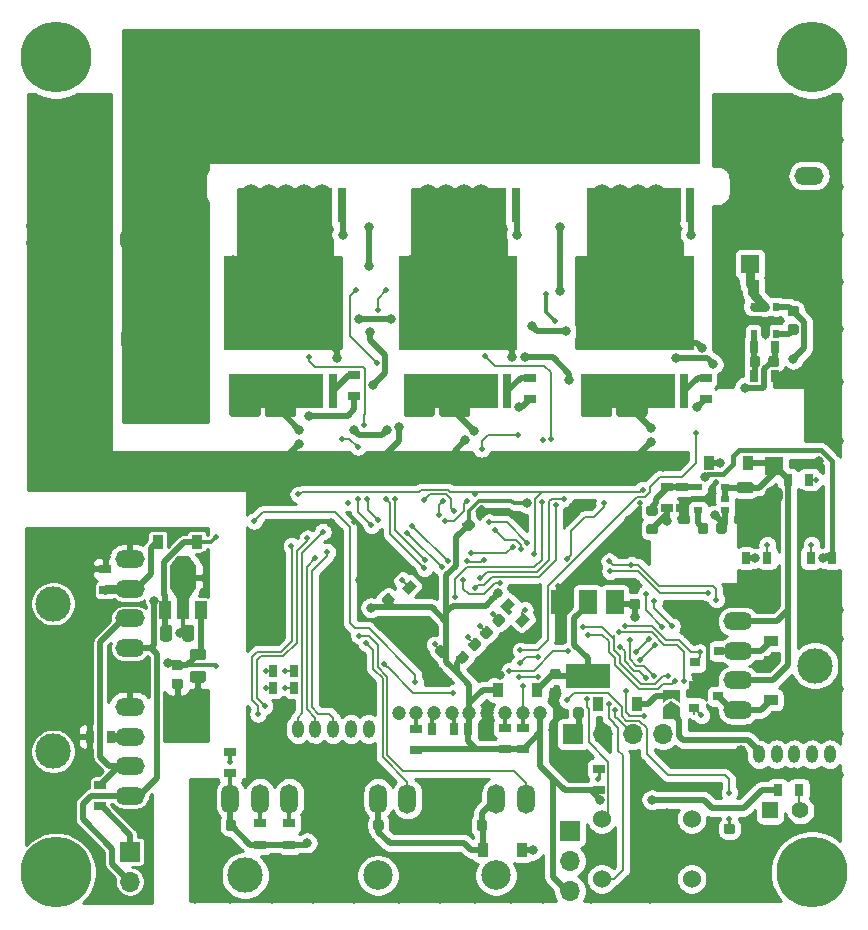
<source format=gbr>
G04 #@! TF.GenerationSoftware,KiCad,Pcbnew,(5.1.5)-3*
G04 #@! TF.CreationDate,2020-03-19T00:28:29+09:00*
G04 #@! TF.ProjectId,CAN_BLDCMD,43414e5f-424c-4444-934d-442e6b696361,rev?*
G04 #@! TF.SameCoordinates,Original*
G04 #@! TF.FileFunction,Copper,L2,Bot*
G04 #@! TF.FilePolarity,Positive*
%FSLAX46Y46*%
G04 Gerber Fmt 4.6, Leading zero omitted, Abs format (unit mm)*
G04 Created by KiCad (PCBNEW (5.1.5)-3) date 2020-03-19 00:28:29*
%MOMM*%
%LPD*%
G04 APERTURE LIST*
%ADD10C,3.000000*%
%ADD11O,2.500000X1.500000*%
%ADD12C,0.100000*%
%ADD13C,6.000000*%
%ADD14C,1.600000*%
%ADD15R,1.600000X1.600000*%
%ADD16R,0.900000X1.200000*%
%ADD17O,1.000000X1.524000*%
%ADD18O,1.500000X2.500000*%
%ADD19C,2.500000*%
%ADD20R,1.700000X1.700000*%
%ADD21O,1.700000X1.700000*%
%ADD22R,1.000000X0.800000*%
%ADD23R,0.800000X1.000000*%
%ADD24R,0.700000X0.510000*%
%ADD25R,3.800000X2.000000*%
%ADD26R,1.500000X2.000000*%
%ADD27C,1.524000*%
%ADD28R,0.510000X0.700000*%
%ADD29C,5.999480*%
%ADD30R,8.000000X3.000000*%
%ADD31R,0.800000X3.000000*%
%ADD32R,10.000000X8.000000*%
%ADD33R,1.397000X1.397000*%
%ADD34C,1.397000*%
%ADD35R,1.000000X1.500000*%
%ADD36R,1.000000X1.800000*%
%ADD37R,2.200000X1.840000*%
%ADD38C,1.200000*%
%ADD39R,1.200000X0.900000*%
%ADD40R,0.900000X0.800000*%
%ADD41C,0.800000*%
%ADD42C,0.500000*%
%ADD43C,1.500000*%
%ADD44C,0.300000*%
%ADD45C,0.500000*%
%ADD46C,0.200000*%
%ADD47C,0.400000*%
%ADD48C,0.800000*%
%ADD49C,0.250000*%
%ADD50C,0.254000*%
G04 APERTURE END LIST*
D10*
X169750000Y-103250000D03*
D11*
X176250000Y-107000000D03*
X176250000Y-104500000D03*
X176250000Y-102000000D03*
X176250000Y-99500000D03*
G04 #@! TA.AperFunction,SMDPad,CuDef*
D12*
G36*
X208850000Y-103292893D02*
G01*
X208142893Y-104000000D01*
X207577208Y-103434315D01*
X208284315Y-102727208D01*
X208850000Y-103292893D01*
G37*
G04 #@! TD.AperFunction*
G04 #@! TA.AperFunction,SMDPad,CuDef*
G36*
X210122792Y-104565685D02*
G01*
X209415685Y-105272792D01*
X208850000Y-104707107D01*
X209557107Y-104000000D01*
X210122792Y-104565685D01*
G37*
G04 #@! TD.AperFunction*
G04 #@! TA.AperFunction,SMDPad,CuDef*
G36*
X204441111Y-107239580D02*
G01*
X204462346Y-107242730D01*
X204483170Y-107247946D01*
X204503382Y-107255178D01*
X204522788Y-107264357D01*
X204541201Y-107275393D01*
X204558444Y-107288181D01*
X204574350Y-107302597D01*
X204883709Y-107611956D01*
X204898125Y-107627862D01*
X204910913Y-107645105D01*
X204921949Y-107663518D01*
X204931128Y-107682924D01*
X204938360Y-107703136D01*
X204943576Y-107723960D01*
X204946726Y-107745195D01*
X204947779Y-107766636D01*
X204946726Y-107788077D01*
X204943576Y-107809312D01*
X204938360Y-107830136D01*
X204931128Y-107850348D01*
X204921949Y-107869754D01*
X204910913Y-107888167D01*
X204898125Y-107905410D01*
X204883709Y-107921316D01*
X204521316Y-108283709D01*
X204505410Y-108298125D01*
X204488167Y-108310913D01*
X204469754Y-108321949D01*
X204450348Y-108331128D01*
X204430136Y-108338360D01*
X204409312Y-108343576D01*
X204388077Y-108346726D01*
X204366636Y-108347779D01*
X204345195Y-108346726D01*
X204323960Y-108343576D01*
X204303136Y-108338360D01*
X204282924Y-108331128D01*
X204263518Y-108321949D01*
X204245105Y-108310913D01*
X204227862Y-108298125D01*
X204211956Y-108283709D01*
X203902597Y-107974350D01*
X203888181Y-107958444D01*
X203875393Y-107941201D01*
X203864357Y-107922788D01*
X203855178Y-107903382D01*
X203847946Y-107883170D01*
X203842730Y-107862346D01*
X203839580Y-107841111D01*
X203838527Y-107819670D01*
X203839580Y-107798229D01*
X203842730Y-107776994D01*
X203847946Y-107756170D01*
X203855178Y-107735958D01*
X203864357Y-107716552D01*
X203875393Y-107698139D01*
X203888181Y-107680896D01*
X203902597Y-107664990D01*
X204264990Y-107302597D01*
X204280896Y-107288181D01*
X204298139Y-107275393D01*
X204316552Y-107264357D01*
X204335958Y-107255178D01*
X204356170Y-107247946D01*
X204376994Y-107242730D01*
X204398229Y-107239580D01*
X204419670Y-107238527D01*
X204441111Y-107239580D01*
G37*
G04 #@! TD.AperFunction*
G04 #@! TA.AperFunction,SMDPad,CuDef*
G36*
X205554805Y-108353274D02*
G01*
X205576040Y-108356424D01*
X205596864Y-108361640D01*
X205617076Y-108368872D01*
X205636482Y-108378051D01*
X205654895Y-108389087D01*
X205672138Y-108401875D01*
X205688044Y-108416291D01*
X205997403Y-108725650D01*
X206011819Y-108741556D01*
X206024607Y-108758799D01*
X206035643Y-108777212D01*
X206044822Y-108796618D01*
X206052054Y-108816830D01*
X206057270Y-108837654D01*
X206060420Y-108858889D01*
X206061473Y-108880330D01*
X206060420Y-108901771D01*
X206057270Y-108923006D01*
X206052054Y-108943830D01*
X206044822Y-108964042D01*
X206035643Y-108983448D01*
X206024607Y-109001861D01*
X206011819Y-109019104D01*
X205997403Y-109035010D01*
X205635010Y-109397403D01*
X205619104Y-109411819D01*
X205601861Y-109424607D01*
X205583448Y-109435643D01*
X205564042Y-109444822D01*
X205543830Y-109452054D01*
X205523006Y-109457270D01*
X205501771Y-109460420D01*
X205480330Y-109461473D01*
X205458889Y-109460420D01*
X205437654Y-109457270D01*
X205416830Y-109452054D01*
X205396618Y-109444822D01*
X205377212Y-109435643D01*
X205358799Y-109424607D01*
X205341556Y-109411819D01*
X205325650Y-109397403D01*
X205016291Y-109088044D01*
X205001875Y-109072138D01*
X204989087Y-109054895D01*
X204978051Y-109036482D01*
X204968872Y-109017076D01*
X204961640Y-108996864D01*
X204956424Y-108976040D01*
X204953274Y-108954805D01*
X204952221Y-108933364D01*
X204953274Y-108911923D01*
X204956424Y-108890688D01*
X204961640Y-108869864D01*
X204968872Y-108849652D01*
X204978051Y-108830246D01*
X204989087Y-108811833D01*
X205001875Y-108794590D01*
X205016291Y-108778684D01*
X205378684Y-108416291D01*
X205394590Y-108401875D01*
X205411833Y-108389087D01*
X205430246Y-108378051D01*
X205449652Y-108368872D01*
X205469864Y-108361640D01*
X205490688Y-108356424D01*
X205511923Y-108353274D01*
X205533364Y-108352221D01*
X205554805Y-108353274D01*
G37*
G04 #@! TD.AperFunction*
D13*
X178500000Y-84000000D03*
X171500000Y-84000000D03*
G04 #@! TA.AperFunction,SMDPad,CuDef*
D12*
G36*
X180527691Y-108026053D02*
G01*
X180548926Y-108029203D01*
X180569750Y-108034419D01*
X180589962Y-108041651D01*
X180609368Y-108050830D01*
X180627781Y-108061866D01*
X180645024Y-108074654D01*
X180660930Y-108089070D01*
X180675346Y-108104976D01*
X180688134Y-108122219D01*
X180699170Y-108140632D01*
X180708349Y-108160038D01*
X180715581Y-108180250D01*
X180720797Y-108201074D01*
X180723947Y-108222309D01*
X180725000Y-108243750D01*
X180725000Y-108681250D01*
X180723947Y-108702691D01*
X180720797Y-108723926D01*
X180715581Y-108744750D01*
X180708349Y-108764962D01*
X180699170Y-108784368D01*
X180688134Y-108802781D01*
X180675346Y-108820024D01*
X180660930Y-108835930D01*
X180645024Y-108850346D01*
X180627781Y-108863134D01*
X180609368Y-108874170D01*
X180589962Y-108883349D01*
X180569750Y-108890581D01*
X180548926Y-108895797D01*
X180527691Y-108898947D01*
X180506250Y-108900000D01*
X179993750Y-108900000D01*
X179972309Y-108898947D01*
X179951074Y-108895797D01*
X179930250Y-108890581D01*
X179910038Y-108883349D01*
X179890632Y-108874170D01*
X179872219Y-108863134D01*
X179854976Y-108850346D01*
X179839070Y-108835930D01*
X179824654Y-108820024D01*
X179811866Y-108802781D01*
X179800830Y-108784368D01*
X179791651Y-108764962D01*
X179784419Y-108744750D01*
X179779203Y-108723926D01*
X179776053Y-108702691D01*
X179775000Y-108681250D01*
X179775000Y-108243750D01*
X179776053Y-108222309D01*
X179779203Y-108201074D01*
X179784419Y-108180250D01*
X179791651Y-108160038D01*
X179800830Y-108140632D01*
X179811866Y-108122219D01*
X179824654Y-108104976D01*
X179839070Y-108089070D01*
X179854976Y-108074654D01*
X179872219Y-108061866D01*
X179890632Y-108050830D01*
X179910038Y-108041651D01*
X179930250Y-108034419D01*
X179951074Y-108029203D01*
X179972309Y-108026053D01*
X179993750Y-108025000D01*
X180506250Y-108025000D01*
X180527691Y-108026053D01*
G37*
G04 #@! TD.AperFunction*
G04 #@! TA.AperFunction,SMDPad,CuDef*
G36*
X180527691Y-109601053D02*
G01*
X180548926Y-109604203D01*
X180569750Y-109609419D01*
X180589962Y-109616651D01*
X180609368Y-109625830D01*
X180627781Y-109636866D01*
X180645024Y-109649654D01*
X180660930Y-109664070D01*
X180675346Y-109679976D01*
X180688134Y-109697219D01*
X180699170Y-109715632D01*
X180708349Y-109735038D01*
X180715581Y-109755250D01*
X180720797Y-109776074D01*
X180723947Y-109797309D01*
X180725000Y-109818750D01*
X180725000Y-110256250D01*
X180723947Y-110277691D01*
X180720797Y-110298926D01*
X180715581Y-110319750D01*
X180708349Y-110339962D01*
X180699170Y-110359368D01*
X180688134Y-110377781D01*
X180675346Y-110395024D01*
X180660930Y-110410930D01*
X180645024Y-110425346D01*
X180627781Y-110438134D01*
X180609368Y-110449170D01*
X180589962Y-110458349D01*
X180569750Y-110465581D01*
X180548926Y-110470797D01*
X180527691Y-110473947D01*
X180506250Y-110475000D01*
X179993750Y-110475000D01*
X179972309Y-110473947D01*
X179951074Y-110470797D01*
X179930250Y-110465581D01*
X179910038Y-110458349D01*
X179890632Y-110449170D01*
X179872219Y-110438134D01*
X179854976Y-110425346D01*
X179839070Y-110410930D01*
X179824654Y-110395024D01*
X179811866Y-110377781D01*
X179800830Y-110359368D01*
X179791651Y-110339962D01*
X179784419Y-110319750D01*
X179779203Y-110298926D01*
X179776053Y-110277691D01*
X179775000Y-110256250D01*
X179775000Y-109818750D01*
X179776053Y-109797309D01*
X179779203Y-109776074D01*
X179784419Y-109755250D01*
X179791651Y-109735038D01*
X179800830Y-109715632D01*
X179811866Y-109697219D01*
X179824654Y-109679976D01*
X179839070Y-109664070D01*
X179854976Y-109649654D01*
X179872219Y-109636866D01*
X179890632Y-109625830D01*
X179910038Y-109616651D01*
X179930250Y-109609419D01*
X179951074Y-109604203D01*
X179972309Y-109601053D01*
X179993750Y-109600000D01*
X180506250Y-109600000D01*
X180527691Y-109601053D01*
G37*
G04 #@! TD.AperFunction*
G04 #@! TA.AperFunction,SMDPad,CuDef*
G36*
X220727691Y-94936053D02*
G01*
X220748926Y-94939203D01*
X220769750Y-94944419D01*
X220789962Y-94951651D01*
X220809368Y-94960830D01*
X220827781Y-94971866D01*
X220845024Y-94984654D01*
X220860930Y-94999070D01*
X220875346Y-95014976D01*
X220888134Y-95032219D01*
X220899170Y-95050632D01*
X220908349Y-95070038D01*
X220915581Y-95090250D01*
X220920797Y-95111074D01*
X220923947Y-95132309D01*
X220925000Y-95153750D01*
X220925000Y-95591250D01*
X220923947Y-95612691D01*
X220920797Y-95633926D01*
X220915581Y-95654750D01*
X220908349Y-95674962D01*
X220899170Y-95694368D01*
X220888134Y-95712781D01*
X220875346Y-95730024D01*
X220860930Y-95745930D01*
X220845024Y-95760346D01*
X220827781Y-95773134D01*
X220809368Y-95784170D01*
X220789962Y-95793349D01*
X220769750Y-95800581D01*
X220748926Y-95805797D01*
X220727691Y-95808947D01*
X220706250Y-95810000D01*
X220193750Y-95810000D01*
X220172309Y-95808947D01*
X220151074Y-95805797D01*
X220130250Y-95800581D01*
X220110038Y-95793349D01*
X220090632Y-95784170D01*
X220072219Y-95773134D01*
X220054976Y-95760346D01*
X220039070Y-95745930D01*
X220024654Y-95730024D01*
X220011866Y-95712781D01*
X220000830Y-95694368D01*
X219991651Y-95674962D01*
X219984419Y-95654750D01*
X219979203Y-95633926D01*
X219976053Y-95612691D01*
X219975000Y-95591250D01*
X219975000Y-95153750D01*
X219976053Y-95132309D01*
X219979203Y-95111074D01*
X219984419Y-95090250D01*
X219991651Y-95070038D01*
X220000830Y-95050632D01*
X220011866Y-95032219D01*
X220024654Y-95014976D01*
X220039070Y-94999070D01*
X220054976Y-94984654D01*
X220072219Y-94971866D01*
X220090632Y-94960830D01*
X220110038Y-94951651D01*
X220130250Y-94944419D01*
X220151074Y-94939203D01*
X220172309Y-94936053D01*
X220193750Y-94935000D01*
X220706250Y-94935000D01*
X220727691Y-94936053D01*
G37*
G04 #@! TD.AperFunction*
G04 #@! TA.AperFunction,SMDPad,CuDef*
G36*
X220727691Y-96511053D02*
G01*
X220748926Y-96514203D01*
X220769750Y-96519419D01*
X220789962Y-96526651D01*
X220809368Y-96535830D01*
X220827781Y-96546866D01*
X220845024Y-96559654D01*
X220860930Y-96574070D01*
X220875346Y-96589976D01*
X220888134Y-96607219D01*
X220899170Y-96625632D01*
X220908349Y-96645038D01*
X220915581Y-96665250D01*
X220920797Y-96686074D01*
X220923947Y-96707309D01*
X220925000Y-96728750D01*
X220925000Y-97166250D01*
X220923947Y-97187691D01*
X220920797Y-97208926D01*
X220915581Y-97229750D01*
X220908349Y-97249962D01*
X220899170Y-97269368D01*
X220888134Y-97287781D01*
X220875346Y-97305024D01*
X220860930Y-97320930D01*
X220845024Y-97335346D01*
X220827781Y-97348134D01*
X220809368Y-97359170D01*
X220789962Y-97368349D01*
X220769750Y-97375581D01*
X220748926Y-97380797D01*
X220727691Y-97383947D01*
X220706250Y-97385000D01*
X220193750Y-97385000D01*
X220172309Y-97383947D01*
X220151074Y-97380797D01*
X220130250Y-97375581D01*
X220110038Y-97368349D01*
X220090632Y-97359170D01*
X220072219Y-97348134D01*
X220054976Y-97335346D01*
X220039070Y-97320930D01*
X220024654Y-97305024D01*
X220011866Y-97287781D01*
X220000830Y-97269368D01*
X219991651Y-97249962D01*
X219984419Y-97229750D01*
X219979203Y-97208926D01*
X219976053Y-97187691D01*
X219975000Y-97166250D01*
X219975000Y-96728750D01*
X219976053Y-96707309D01*
X219979203Y-96686074D01*
X219984419Y-96665250D01*
X219991651Y-96645038D01*
X220000830Y-96625632D01*
X220011866Y-96607219D01*
X220024654Y-96589976D01*
X220039070Y-96574070D01*
X220054976Y-96559654D01*
X220072219Y-96546866D01*
X220090632Y-96535830D01*
X220110038Y-96526651D01*
X220130250Y-96519419D01*
X220151074Y-96514203D01*
X220172309Y-96511053D01*
X220193750Y-96510000D01*
X220706250Y-96510000D01*
X220727691Y-96511053D01*
G37*
G04 #@! TD.AperFunction*
G04 #@! TA.AperFunction,SMDPad,CuDef*
G36*
X204938077Y-96003274D02*
G01*
X204959312Y-96006424D01*
X204980136Y-96011640D01*
X205000348Y-96018872D01*
X205019754Y-96028051D01*
X205038167Y-96039087D01*
X205055410Y-96051875D01*
X205071316Y-96066291D01*
X205433709Y-96428684D01*
X205448125Y-96444590D01*
X205460913Y-96461833D01*
X205471949Y-96480246D01*
X205481128Y-96499652D01*
X205488360Y-96519864D01*
X205493576Y-96540688D01*
X205496726Y-96561923D01*
X205497779Y-96583364D01*
X205496726Y-96604805D01*
X205493576Y-96626040D01*
X205488360Y-96646864D01*
X205481128Y-96667076D01*
X205471949Y-96686482D01*
X205460913Y-96704895D01*
X205448125Y-96722138D01*
X205433709Y-96738044D01*
X205124350Y-97047403D01*
X205108444Y-97061819D01*
X205091201Y-97074607D01*
X205072788Y-97085643D01*
X205053382Y-97094822D01*
X205033170Y-97102054D01*
X205012346Y-97107270D01*
X204991111Y-97110420D01*
X204969670Y-97111473D01*
X204948229Y-97110420D01*
X204926994Y-97107270D01*
X204906170Y-97102054D01*
X204885958Y-97094822D01*
X204866552Y-97085643D01*
X204848139Y-97074607D01*
X204830896Y-97061819D01*
X204814990Y-97047403D01*
X204452597Y-96685010D01*
X204438181Y-96669104D01*
X204425393Y-96651861D01*
X204414357Y-96633448D01*
X204405178Y-96614042D01*
X204397946Y-96593830D01*
X204392730Y-96573006D01*
X204389580Y-96551771D01*
X204388527Y-96530330D01*
X204389580Y-96508889D01*
X204392730Y-96487654D01*
X204397946Y-96466830D01*
X204405178Y-96446618D01*
X204414357Y-96427212D01*
X204425393Y-96408799D01*
X204438181Y-96391556D01*
X204452597Y-96375650D01*
X204761956Y-96066291D01*
X204777862Y-96051875D01*
X204795105Y-96039087D01*
X204813518Y-96028051D01*
X204832924Y-96018872D01*
X204853136Y-96011640D01*
X204873960Y-96006424D01*
X204895195Y-96003274D01*
X204916636Y-96002221D01*
X204938077Y-96003274D01*
G37*
G04 #@! TD.AperFunction*
G04 #@! TA.AperFunction,SMDPad,CuDef*
G36*
X206051771Y-94889580D02*
G01*
X206073006Y-94892730D01*
X206093830Y-94897946D01*
X206114042Y-94905178D01*
X206133448Y-94914357D01*
X206151861Y-94925393D01*
X206169104Y-94938181D01*
X206185010Y-94952597D01*
X206547403Y-95314990D01*
X206561819Y-95330896D01*
X206574607Y-95348139D01*
X206585643Y-95366552D01*
X206594822Y-95385958D01*
X206602054Y-95406170D01*
X206607270Y-95426994D01*
X206610420Y-95448229D01*
X206611473Y-95469670D01*
X206610420Y-95491111D01*
X206607270Y-95512346D01*
X206602054Y-95533170D01*
X206594822Y-95553382D01*
X206585643Y-95572788D01*
X206574607Y-95591201D01*
X206561819Y-95608444D01*
X206547403Y-95624350D01*
X206238044Y-95933709D01*
X206222138Y-95948125D01*
X206204895Y-95960913D01*
X206186482Y-95971949D01*
X206167076Y-95981128D01*
X206146864Y-95988360D01*
X206126040Y-95993576D01*
X206104805Y-95996726D01*
X206083364Y-95997779D01*
X206061923Y-95996726D01*
X206040688Y-95993576D01*
X206019864Y-95988360D01*
X205999652Y-95981128D01*
X205980246Y-95971949D01*
X205961833Y-95960913D01*
X205944590Y-95948125D01*
X205928684Y-95933709D01*
X205566291Y-95571316D01*
X205551875Y-95555410D01*
X205539087Y-95538167D01*
X205528051Y-95519754D01*
X205518872Y-95500348D01*
X205511640Y-95480136D01*
X205506424Y-95459312D01*
X205503274Y-95438077D01*
X205502221Y-95416636D01*
X205503274Y-95395195D01*
X205506424Y-95373960D01*
X205511640Y-95353136D01*
X205518872Y-95332924D01*
X205528051Y-95313518D01*
X205539087Y-95295105D01*
X205551875Y-95277862D01*
X205566291Y-95261956D01*
X205875650Y-94952597D01*
X205891556Y-94938181D01*
X205908799Y-94925393D01*
X205927212Y-94914357D01*
X205946618Y-94905178D01*
X205966830Y-94897946D01*
X205987654Y-94892730D01*
X206008889Y-94889580D01*
X206030330Y-94888527D01*
X206051771Y-94889580D01*
G37*
G04 #@! TD.AperFunction*
G04 #@! TA.AperFunction,SMDPad,CuDef*
G36*
X226577691Y-96376053D02*
G01*
X226598926Y-96379203D01*
X226619750Y-96384419D01*
X226639962Y-96391651D01*
X226659368Y-96400830D01*
X226677781Y-96411866D01*
X226695024Y-96424654D01*
X226710930Y-96439070D01*
X226725346Y-96454976D01*
X226738134Y-96472219D01*
X226749170Y-96490632D01*
X226758349Y-96510038D01*
X226765581Y-96530250D01*
X226770797Y-96551074D01*
X226773947Y-96572309D01*
X226775000Y-96593750D01*
X226775000Y-97106250D01*
X226773947Y-97127691D01*
X226770797Y-97148926D01*
X226765581Y-97169750D01*
X226758349Y-97189962D01*
X226749170Y-97209368D01*
X226738134Y-97227781D01*
X226725346Y-97245024D01*
X226710930Y-97260930D01*
X226695024Y-97275346D01*
X226677781Y-97288134D01*
X226659368Y-97299170D01*
X226639962Y-97308349D01*
X226619750Y-97315581D01*
X226598926Y-97320797D01*
X226577691Y-97323947D01*
X226556250Y-97325000D01*
X226118750Y-97325000D01*
X226097309Y-97323947D01*
X226076074Y-97320797D01*
X226055250Y-97315581D01*
X226035038Y-97308349D01*
X226015632Y-97299170D01*
X225997219Y-97288134D01*
X225979976Y-97275346D01*
X225964070Y-97260930D01*
X225949654Y-97245024D01*
X225936866Y-97227781D01*
X225925830Y-97209368D01*
X225916651Y-97189962D01*
X225909419Y-97169750D01*
X225904203Y-97148926D01*
X225901053Y-97127691D01*
X225900000Y-97106250D01*
X225900000Y-96593750D01*
X225901053Y-96572309D01*
X225904203Y-96551074D01*
X225909419Y-96530250D01*
X225916651Y-96510038D01*
X225925830Y-96490632D01*
X225936866Y-96472219D01*
X225949654Y-96454976D01*
X225964070Y-96439070D01*
X225979976Y-96424654D01*
X225997219Y-96411866D01*
X226015632Y-96400830D01*
X226035038Y-96391651D01*
X226055250Y-96384419D01*
X226076074Y-96379203D01*
X226097309Y-96376053D01*
X226118750Y-96375000D01*
X226556250Y-96375000D01*
X226577691Y-96376053D01*
G37*
G04 #@! TD.AperFunction*
G04 #@! TA.AperFunction,SMDPad,CuDef*
G36*
X225002691Y-96376053D02*
G01*
X225023926Y-96379203D01*
X225044750Y-96384419D01*
X225064962Y-96391651D01*
X225084368Y-96400830D01*
X225102781Y-96411866D01*
X225120024Y-96424654D01*
X225135930Y-96439070D01*
X225150346Y-96454976D01*
X225163134Y-96472219D01*
X225174170Y-96490632D01*
X225183349Y-96510038D01*
X225190581Y-96530250D01*
X225195797Y-96551074D01*
X225198947Y-96572309D01*
X225200000Y-96593750D01*
X225200000Y-97106250D01*
X225198947Y-97127691D01*
X225195797Y-97148926D01*
X225190581Y-97169750D01*
X225183349Y-97189962D01*
X225174170Y-97209368D01*
X225163134Y-97227781D01*
X225150346Y-97245024D01*
X225135930Y-97260930D01*
X225120024Y-97275346D01*
X225102781Y-97288134D01*
X225084368Y-97299170D01*
X225064962Y-97308349D01*
X225044750Y-97315581D01*
X225023926Y-97320797D01*
X225002691Y-97323947D01*
X224981250Y-97325000D01*
X224543750Y-97325000D01*
X224522309Y-97323947D01*
X224501074Y-97320797D01*
X224480250Y-97315581D01*
X224460038Y-97308349D01*
X224440632Y-97299170D01*
X224422219Y-97288134D01*
X224404976Y-97275346D01*
X224389070Y-97260930D01*
X224374654Y-97245024D01*
X224361866Y-97227781D01*
X224350830Y-97209368D01*
X224341651Y-97189962D01*
X224334419Y-97169750D01*
X224329203Y-97148926D01*
X224326053Y-97127691D01*
X224325000Y-97106250D01*
X224325000Y-96593750D01*
X224326053Y-96572309D01*
X224329203Y-96551074D01*
X224334419Y-96530250D01*
X224341651Y-96510038D01*
X224350830Y-96490632D01*
X224361866Y-96472219D01*
X224374654Y-96454976D01*
X224389070Y-96439070D01*
X224404976Y-96424654D01*
X224422219Y-96411866D01*
X224440632Y-96400830D01*
X224460038Y-96391651D01*
X224480250Y-96384419D01*
X224501074Y-96379203D01*
X224522309Y-96376053D01*
X224543750Y-96375000D01*
X224981250Y-96375000D01*
X225002691Y-96376053D01*
G37*
G04 #@! TD.AperFunction*
G04 #@! TA.AperFunction,SMDPad,CuDef*
G36*
X197041111Y-101239580D02*
G01*
X197062346Y-101242730D01*
X197083170Y-101247946D01*
X197103382Y-101255178D01*
X197122788Y-101264357D01*
X197141201Y-101275393D01*
X197158444Y-101288181D01*
X197174350Y-101302597D01*
X197483709Y-101611956D01*
X197498125Y-101627862D01*
X197510913Y-101645105D01*
X197521949Y-101663518D01*
X197531128Y-101682924D01*
X197538360Y-101703136D01*
X197543576Y-101723960D01*
X197546726Y-101745195D01*
X197547779Y-101766636D01*
X197546726Y-101788077D01*
X197543576Y-101809312D01*
X197538360Y-101830136D01*
X197531128Y-101850348D01*
X197521949Y-101869754D01*
X197510913Y-101888167D01*
X197498125Y-101905410D01*
X197483709Y-101921316D01*
X197121316Y-102283709D01*
X197105410Y-102298125D01*
X197088167Y-102310913D01*
X197069754Y-102321949D01*
X197050348Y-102331128D01*
X197030136Y-102338360D01*
X197009312Y-102343576D01*
X196988077Y-102346726D01*
X196966636Y-102347779D01*
X196945195Y-102346726D01*
X196923960Y-102343576D01*
X196903136Y-102338360D01*
X196882924Y-102331128D01*
X196863518Y-102321949D01*
X196845105Y-102310913D01*
X196827862Y-102298125D01*
X196811956Y-102283709D01*
X196502597Y-101974350D01*
X196488181Y-101958444D01*
X196475393Y-101941201D01*
X196464357Y-101922788D01*
X196455178Y-101903382D01*
X196447946Y-101883170D01*
X196442730Y-101862346D01*
X196439580Y-101841111D01*
X196438527Y-101819670D01*
X196439580Y-101798229D01*
X196442730Y-101776994D01*
X196447946Y-101756170D01*
X196455178Y-101735958D01*
X196464357Y-101716552D01*
X196475393Y-101698139D01*
X196488181Y-101680896D01*
X196502597Y-101664990D01*
X196864990Y-101302597D01*
X196880896Y-101288181D01*
X196898139Y-101275393D01*
X196916552Y-101264357D01*
X196935958Y-101255178D01*
X196956170Y-101247946D01*
X196976994Y-101242730D01*
X196998229Y-101239580D01*
X197019670Y-101238527D01*
X197041111Y-101239580D01*
G37*
G04 #@! TD.AperFunction*
G04 #@! TA.AperFunction,SMDPad,CuDef*
G36*
X198154805Y-102353274D02*
G01*
X198176040Y-102356424D01*
X198196864Y-102361640D01*
X198217076Y-102368872D01*
X198236482Y-102378051D01*
X198254895Y-102389087D01*
X198272138Y-102401875D01*
X198288044Y-102416291D01*
X198597403Y-102725650D01*
X198611819Y-102741556D01*
X198624607Y-102758799D01*
X198635643Y-102777212D01*
X198644822Y-102796618D01*
X198652054Y-102816830D01*
X198657270Y-102837654D01*
X198660420Y-102858889D01*
X198661473Y-102880330D01*
X198660420Y-102901771D01*
X198657270Y-102923006D01*
X198652054Y-102943830D01*
X198644822Y-102964042D01*
X198635643Y-102983448D01*
X198624607Y-103001861D01*
X198611819Y-103019104D01*
X198597403Y-103035010D01*
X198235010Y-103397403D01*
X198219104Y-103411819D01*
X198201861Y-103424607D01*
X198183448Y-103435643D01*
X198164042Y-103444822D01*
X198143830Y-103452054D01*
X198123006Y-103457270D01*
X198101771Y-103460420D01*
X198080330Y-103461473D01*
X198058889Y-103460420D01*
X198037654Y-103457270D01*
X198016830Y-103452054D01*
X197996618Y-103444822D01*
X197977212Y-103435643D01*
X197958799Y-103424607D01*
X197941556Y-103411819D01*
X197925650Y-103397403D01*
X197616291Y-103088044D01*
X197601875Y-103072138D01*
X197589087Y-103054895D01*
X197578051Y-103036482D01*
X197568872Y-103017076D01*
X197561640Y-102996864D01*
X197556424Y-102976040D01*
X197553274Y-102954805D01*
X197552221Y-102933364D01*
X197553274Y-102911923D01*
X197556424Y-102890688D01*
X197561640Y-102869864D01*
X197568872Y-102849652D01*
X197578051Y-102830246D01*
X197589087Y-102811833D01*
X197601875Y-102794590D01*
X197616291Y-102778684D01*
X197978684Y-102416291D01*
X197994590Y-102401875D01*
X198011833Y-102389087D01*
X198030246Y-102378051D01*
X198049652Y-102368872D01*
X198069864Y-102361640D01*
X198090688Y-102356424D01*
X198111923Y-102353274D01*
X198133364Y-102352221D01*
X198154805Y-102353274D01*
G37*
G04 #@! TD.AperFunction*
G04 #@! TA.AperFunction,SMDPad,CuDef*
G36*
X228830142Y-94801174D02*
G01*
X228853803Y-94804684D01*
X228877007Y-94810496D01*
X228899529Y-94818554D01*
X228921153Y-94828782D01*
X228941670Y-94841079D01*
X228960883Y-94855329D01*
X228978607Y-94871393D01*
X228994671Y-94889117D01*
X229008921Y-94908330D01*
X229021218Y-94928847D01*
X229031446Y-94950471D01*
X229039504Y-94972993D01*
X229045316Y-94996197D01*
X229048826Y-95019858D01*
X229050000Y-95043750D01*
X229050000Y-95531250D01*
X229048826Y-95555142D01*
X229045316Y-95578803D01*
X229039504Y-95602007D01*
X229031446Y-95624529D01*
X229021218Y-95646153D01*
X229008921Y-95666670D01*
X228994671Y-95685883D01*
X228978607Y-95703607D01*
X228960883Y-95719671D01*
X228941670Y-95733921D01*
X228921153Y-95746218D01*
X228899529Y-95756446D01*
X228877007Y-95764504D01*
X228853803Y-95770316D01*
X228830142Y-95773826D01*
X228806250Y-95775000D01*
X227893750Y-95775000D01*
X227869858Y-95773826D01*
X227846197Y-95770316D01*
X227822993Y-95764504D01*
X227800471Y-95756446D01*
X227778847Y-95746218D01*
X227758330Y-95733921D01*
X227739117Y-95719671D01*
X227721393Y-95703607D01*
X227705329Y-95685883D01*
X227691079Y-95666670D01*
X227678782Y-95646153D01*
X227668554Y-95624529D01*
X227660496Y-95602007D01*
X227654684Y-95578803D01*
X227651174Y-95555142D01*
X227650000Y-95531250D01*
X227650000Y-95043750D01*
X227651174Y-95019858D01*
X227654684Y-94996197D01*
X227660496Y-94972993D01*
X227668554Y-94950471D01*
X227678782Y-94928847D01*
X227691079Y-94908330D01*
X227705329Y-94889117D01*
X227721393Y-94871393D01*
X227739117Y-94855329D01*
X227758330Y-94841079D01*
X227778847Y-94828782D01*
X227800471Y-94818554D01*
X227822993Y-94810496D01*
X227846197Y-94804684D01*
X227869858Y-94801174D01*
X227893750Y-94800000D01*
X228806250Y-94800000D01*
X228830142Y-94801174D01*
G37*
G04 #@! TD.AperFunction*
G04 #@! TA.AperFunction,SMDPad,CuDef*
G36*
X228830142Y-92926174D02*
G01*
X228853803Y-92929684D01*
X228877007Y-92935496D01*
X228899529Y-92943554D01*
X228921153Y-92953782D01*
X228941670Y-92966079D01*
X228960883Y-92980329D01*
X228978607Y-92996393D01*
X228994671Y-93014117D01*
X229008921Y-93033330D01*
X229021218Y-93053847D01*
X229031446Y-93075471D01*
X229039504Y-93097993D01*
X229045316Y-93121197D01*
X229048826Y-93144858D01*
X229050000Y-93168750D01*
X229050000Y-93656250D01*
X229048826Y-93680142D01*
X229045316Y-93703803D01*
X229039504Y-93727007D01*
X229031446Y-93749529D01*
X229021218Y-93771153D01*
X229008921Y-93791670D01*
X228994671Y-93810883D01*
X228978607Y-93828607D01*
X228960883Y-93844671D01*
X228941670Y-93858921D01*
X228921153Y-93871218D01*
X228899529Y-93881446D01*
X228877007Y-93889504D01*
X228853803Y-93895316D01*
X228830142Y-93898826D01*
X228806250Y-93900000D01*
X227893750Y-93900000D01*
X227869858Y-93898826D01*
X227846197Y-93895316D01*
X227822993Y-93889504D01*
X227800471Y-93881446D01*
X227778847Y-93871218D01*
X227758330Y-93858921D01*
X227739117Y-93844671D01*
X227721393Y-93828607D01*
X227705329Y-93810883D01*
X227691079Y-93791670D01*
X227678782Y-93771153D01*
X227668554Y-93749529D01*
X227660496Y-93727007D01*
X227654684Y-93703803D01*
X227651174Y-93680142D01*
X227650000Y-93656250D01*
X227650000Y-93168750D01*
X227651174Y-93144858D01*
X227654684Y-93121197D01*
X227660496Y-93097993D01*
X227668554Y-93075471D01*
X227678782Y-93053847D01*
X227691079Y-93033330D01*
X227705329Y-93014117D01*
X227721393Y-92996393D01*
X227739117Y-92980329D01*
X227758330Y-92966079D01*
X227778847Y-92953782D01*
X227800471Y-92943554D01*
X227822993Y-92935496D01*
X227846197Y-92929684D01*
X227869858Y-92926174D01*
X227893750Y-92925000D01*
X228806250Y-92925000D01*
X228830142Y-92926174D01*
G37*
G04 #@! TD.AperFunction*
G04 #@! TA.AperFunction,SMDPad,CuDef*
G36*
X201488077Y-107853274D02*
G01*
X201509312Y-107856424D01*
X201530136Y-107861640D01*
X201550348Y-107868872D01*
X201569754Y-107878051D01*
X201588167Y-107889087D01*
X201605410Y-107901875D01*
X201621316Y-107916291D01*
X201983709Y-108278684D01*
X201998125Y-108294590D01*
X202010913Y-108311833D01*
X202021949Y-108330246D01*
X202031128Y-108349652D01*
X202038360Y-108369864D01*
X202043576Y-108390688D01*
X202046726Y-108411923D01*
X202047779Y-108433364D01*
X202046726Y-108454805D01*
X202043576Y-108476040D01*
X202038360Y-108496864D01*
X202031128Y-108517076D01*
X202021949Y-108536482D01*
X202010913Y-108554895D01*
X201998125Y-108572138D01*
X201983709Y-108588044D01*
X201674350Y-108897403D01*
X201658444Y-108911819D01*
X201641201Y-108924607D01*
X201622788Y-108935643D01*
X201603382Y-108944822D01*
X201583170Y-108952054D01*
X201562346Y-108957270D01*
X201541111Y-108960420D01*
X201519670Y-108961473D01*
X201498229Y-108960420D01*
X201476994Y-108957270D01*
X201456170Y-108952054D01*
X201435958Y-108944822D01*
X201416552Y-108935643D01*
X201398139Y-108924607D01*
X201380896Y-108911819D01*
X201364990Y-108897403D01*
X201002597Y-108535010D01*
X200988181Y-108519104D01*
X200975393Y-108501861D01*
X200964357Y-108483448D01*
X200955178Y-108464042D01*
X200947946Y-108443830D01*
X200942730Y-108423006D01*
X200939580Y-108401771D01*
X200938527Y-108380330D01*
X200939580Y-108358889D01*
X200942730Y-108337654D01*
X200947946Y-108316830D01*
X200955178Y-108296618D01*
X200964357Y-108277212D01*
X200975393Y-108258799D01*
X200988181Y-108241556D01*
X201002597Y-108225650D01*
X201311956Y-107916291D01*
X201327862Y-107901875D01*
X201345105Y-107889087D01*
X201363518Y-107878051D01*
X201382924Y-107868872D01*
X201403136Y-107861640D01*
X201423960Y-107856424D01*
X201445195Y-107853274D01*
X201466636Y-107852221D01*
X201488077Y-107853274D01*
G37*
G04 #@! TD.AperFunction*
G04 #@! TA.AperFunction,SMDPad,CuDef*
G36*
X202601771Y-106739580D02*
G01*
X202623006Y-106742730D01*
X202643830Y-106747946D01*
X202664042Y-106755178D01*
X202683448Y-106764357D01*
X202701861Y-106775393D01*
X202719104Y-106788181D01*
X202735010Y-106802597D01*
X203097403Y-107164990D01*
X203111819Y-107180896D01*
X203124607Y-107198139D01*
X203135643Y-107216552D01*
X203144822Y-107235958D01*
X203152054Y-107256170D01*
X203157270Y-107276994D01*
X203160420Y-107298229D01*
X203161473Y-107319670D01*
X203160420Y-107341111D01*
X203157270Y-107362346D01*
X203152054Y-107383170D01*
X203144822Y-107403382D01*
X203135643Y-107422788D01*
X203124607Y-107441201D01*
X203111819Y-107458444D01*
X203097403Y-107474350D01*
X202788044Y-107783709D01*
X202772138Y-107798125D01*
X202754895Y-107810913D01*
X202736482Y-107821949D01*
X202717076Y-107831128D01*
X202696864Y-107838360D01*
X202676040Y-107843576D01*
X202654805Y-107846726D01*
X202633364Y-107847779D01*
X202611923Y-107846726D01*
X202590688Y-107843576D01*
X202569864Y-107838360D01*
X202549652Y-107831128D01*
X202530246Y-107821949D01*
X202511833Y-107810913D01*
X202494590Y-107798125D01*
X202478684Y-107783709D01*
X202116291Y-107421316D01*
X202101875Y-107405410D01*
X202089087Y-107388167D01*
X202078051Y-107369754D01*
X202068872Y-107350348D01*
X202061640Y-107330136D01*
X202056424Y-107309312D01*
X202053274Y-107288077D01*
X202052221Y-107266636D01*
X202053274Y-107245195D01*
X202056424Y-107223960D01*
X202061640Y-107203136D01*
X202068872Y-107182924D01*
X202078051Y-107163518D01*
X202089087Y-107145105D01*
X202101875Y-107127862D01*
X202116291Y-107111956D01*
X202425650Y-106802597D01*
X202441556Y-106788181D01*
X202458799Y-106775393D01*
X202477212Y-106764357D01*
X202496618Y-106755178D01*
X202516830Y-106747946D01*
X202537654Y-106742730D01*
X202558889Y-106739580D01*
X202580330Y-106738527D01*
X202601771Y-106739580D01*
G37*
G04 #@! TD.AperFunction*
G04 #@! TA.AperFunction,SMDPad,CuDef*
G36*
X219277691Y-102851053D02*
G01*
X219298926Y-102854203D01*
X219319750Y-102859419D01*
X219339962Y-102866651D01*
X219359368Y-102875830D01*
X219377781Y-102886866D01*
X219395024Y-102899654D01*
X219410930Y-102914070D01*
X219425346Y-102929976D01*
X219438134Y-102947219D01*
X219449170Y-102965632D01*
X219458349Y-102985038D01*
X219465581Y-103005250D01*
X219470797Y-103026074D01*
X219473947Y-103047309D01*
X219475000Y-103068750D01*
X219475000Y-103506250D01*
X219473947Y-103527691D01*
X219470797Y-103548926D01*
X219465581Y-103569750D01*
X219458349Y-103589962D01*
X219449170Y-103609368D01*
X219438134Y-103627781D01*
X219425346Y-103645024D01*
X219410930Y-103660930D01*
X219395024Y-103675346D01*
X219377781Y-103688134D01*
X219359368Y-103699170D01*
X219339962Y-103708349D01*
X219319750Y-103715581D01*
X219298926Y-103720797D01*
X219277691Y-103723947D01*
X219256250Y-103725000D01*
X218743750Y-103725000D01*
X218722309Y-103723947D01*
X218701074Y-103720797D01*
X218680250Y-103715581D01*
X218660038Y-103708349D01*
X218640632Y-103699170D01*
X218622219Y-103688134D01*
X218604976Y-103675346D01*
X218589070Y-103660930D01*
X218574654Y-103645024D01*
X218561866Y-103627781D01*
X218550830Y-103609368D01*
X218541651Y-103589962D01*
X218534419Y-103569750D01*
X218529203Y-103548926D01*
X218526053Y-103527691D01*
X218525000Y-103506250D01*
X218525000Y-103068750D01*
X218526053Y-103047309D01*
X218529203Y-103026074D01*
X218534419Y-103005250D01*
X218541651Y-102985038D01*
X218550830Y-102965632D01*
X218561866Y-102947219D01*
X218574654Y-102929976D01*
X218589070Y-102914070D01*
X218604976Y-102899654D01*
X218622219Y-102886866D01*
X218640632Y-102875830D01*
X218660038Y-102866651D01*
X218680250Y-102859419D01*
X218701074Y-102854203D01*
X218722309Y-102851053D01*
X218743750Y-102850000D01*
X219256250Y-102850000D01*
X219277691Y-102851053D01*
G37*
G04 #@! TD.AperFunction*
G04 #@! TA.AperFunction,SMDPad,CuDef*
G36*
X219277691Y-101276053D02*
G01*
X219298926Y-101279203D01*
X219319750Y-101284419D01*
X219339962Y-101291651D01*
X219359368Y-101300830D01*
X219377781Y-101311866D01*
X219395024Y-101324654D01*
X219410930Y-101339070D01*
X219425346Y-101354976D01*
X219438134Y-101372219D01*
X219449170Y-101390632D01*
X219458349Y-101410038D01*
X219465581Y-101430250D01*
X219470797Y-101451074D01*
X219473947Y-101472309D01*
X219475000Y-101493750D01*
X219475000Y-101931250D01*
X219473947Y-101952691D01*
X219470797Y-101973926D01*
X219465581Y-101994750D01*
X219458349Y-102014962D01*
X219449170Y-102034368D01*
X219438134Y-102052781D01*
X219425346Y-102070024D01*
X219410930Y-102085930D01*
X219395024Y-102100346D01*
X219377781Y-102113134D01*
X219359368Y-102124170D01*
X219339962Y-102133349D01*
X219319750Y-102140581D01*
X219298926Y-102145797D01*
X219277691Y-102148947D01*
X219256250Y-102150000D01*
X218743750Y-102150000D01*
X218722309Y-102148947D01*
X218701074Y-102145797D01*
X218680250Y-102140581D01*
X218660038Y-102133349D01*
X218640632Y-102124170D01*
X218622219Y-102113134D01*
X218604976Y-102100346D01*
X218589070Y-102085930D01*
X218574654Y-102070024D01*
X218561866Y-102052781D01*
X218550830Y-102034368D01*
X218541651Y-102014962D01*
X218534419Y-101994750D01*
X218529203Y-101973926D01*
X218526053Y-101952691D01*
X218525000Y-101931250D01*
X218525000Y-101493750D01*
X218526053Y-101472309D01*
X218529203Y-101451074D01*
X218534419Y-101430250D01*
X218541651Y-101410038D01*
X218550830Y-101390632D01*
X218561866Y-101372219D01*
X218574654Y-101354976D01*
X218589070Y-101339070D01*
X218604976Y-101324654D01*
X218622219Y-101311866D01*
X218640632Y-101300830D01*
X218660038Y-101291651D01*
X218680250Y-101284419D01*
X218701074Y-101279203D01*
X218722309Y-101276053D01*
X218743750Y-101275000D01*
X219256250Y-101275000D01*
X219277691Y-101276053D01*
G37*
G04 #@! TD.AperFunction*
G04 #@! TA.AperFunction,SMDPad,CuDef*
G36*
X183452691Y-121526053D02*
G01*
X183473926Y-121529203D01*
X183494750Y-121534419D01*
X183514962Y-121541651D01*
X183534368Y-121550830D01*
X183552781Y-121561866D01*
X183570024Y-121574654D01*
X183585930Y-121589070D01*
X183600346Y-121604976D01*
X183613134Y-121622219D01*
X183624170Y-121640632D01*
X183633349Y-121660038D01*
X183640581Y-121680250D01*
X183645797Y-121701074D01*
X183648947Y-121722309D01*
X183650000Y-121743750D01*
X183650000Y-122256250D01*
X183648947Y-122277691D01*
X183645797Y-122298926D01*
X183640581Y-122319750D01*
X183633349Y-122339962D01*
X183624170Y-122359368D01*
X183613134Y-122377781D01*
X183600346Y-122395024D01*
X183585930Y-122410930D01*
X183570024Y-122425346D01*
X183552781Y-122438134D01*
X183534368Y-122449170D01*
X183514962Y-122458349D01*
X183494750Y-122465581D01*
X183473926Y-122470797D01*
X183452691Y-122473947D01*
X183431250Y-122475000D01*
X182993750Y-122475000D01*
X182972309Y-122473947D01*
X182951074Y-122470797D01*
X182930250Y-122465581D01*
X182910038Y-122458349D01*
X182890632Y-122449170D01*
X182872219Y-122438134D01*
X182854976Y-122425346D01*
X182839070Y-122410930D01*
X182824654Y-122395024D01*
X182811866Y-122377781D01*
X182800830Y-122359368D01*
X182791651Y-122339962D01*
X182784419Y-122319750D01*
X182779203Y-122298926D01*
X182776053Y-122277691D01*
X182775000Y-122256250D01*
X182775000Y-121743750D01*
X182776053Y-121722309D01*
X182779203Y-121701074D01*
X182784419Y-121680250D01*
X182791651Y-121660038D01*
X182800830Y-121640632D01*
X182811866Y-121622219D01*
X182824654Y-121604976D01*
X182839070Y-121589070D01*
X182854976Y-121574654D01*
X182872219Y-121561866D01*
X182890632Y-121550830D01*
X182910038Y-121541651D01*
X182930250Y-121534419D01*
X182951074Y-121529203D01*
X182972309Y-121526053D01*
X182993750Y-121525000D01*
X183431250Y-121525000D01*
X183452691Y-121526053D01*
G37*
G04 #@! TD.AperFunction*
G04 #@! TA.AperFunction,SMDPad,CuDef*
G36*
X185027691Y-121526053D02*
G01*
X185048926Y-121529203D01*
X185069750Y-121534419D01*
X185089962Y-121541651D01*
X185109368Y-121550830D01*
X185127781Y-121561866D01*
X185145024Y-121574654D01*
X185160930Y-121589070D01*
X185175346Y-121604976D01*
X185188134Y-121622219D01*
X185199170Y-121640632D01*
X185208349Y-121660038D01*
X185215581Y-121680250D01*
X185220797Y-121701074D01*
X185223947Y-121722309D01*
X185225000Y-121743750D01*
X185225000Y-122256250D01*
X185223947Y-122277691D01*
X185220797Y-122298926D01*
X185215581Y-122319750D01*
X185208349Y-122339962D01*
X185199170Y-122359368D01*
X185188134Y-122377781D01*
X185175346Y-122395024D01*
X185160930Y-122410930D01*
X185145024Y-122425346D01*
X185127781Y-122438134D01*
X185109368Y-122449170D01*
X185089962Y-122458349D01*
X185069750Y-122465581D01*
X185048926Y-122470797D01*
X185027691Y-122473947D01*
X185006250Y-122475000D01*
X184568750Y-122475000D01*
X184547309Y-122473947D01*
X184526074Y-122470797D01*
X184505250Y-122465581D01*
X184485038Y-122458349D01*
X184465632Y-122449170D01*
X184447219Y-122438134D01*
X184429976Y-122425346D01*
X184414070Y-122410930D01*
X184399654Y-122395024D01*
X184386866Y-122377781D01*
X184375830Y-122359368D01*
X184366651Y-122339962D01*
X184359419Y-122319750D01*
X184354203Y-122298926D01*
X184351053Y-122277691D01*
X184350000Y-122256250D01*
X184350000Y-121743750D01*
X184351053Y-121722309D01*
X184354203Y-121701074D01*
X184359419Y-121680250D01*
X184366651Y-121660038D01*
X184375830Y-121640632D01*
X184386866Y-121622219D01*
X184399654Y-121604976D01*
X184414070Y-121589070D01*
X184429976Y-121574654D01*
X184447219Y-121561866D01*
X184465632Y-121550830D01*
X184485038Y-121541651D01*
X184505250Y-121534419D01*
X184526074Y-121529203D01*
X184547309Y-121526053D01*
X184568750Y-121525000D01*
X185006250Y-121525000D01*
X185027691Y-121526053D01*
G37*
G04 #@! TD.AperFunction*
G04 #@! TA.AperFunction,SMDPad,CuDef*
G36*
X212527691Y-110351053D02*
G01*
X212548926Y-110354203D01*
X212569750Y-110359419D01*
X212589962Y-110366651D01*
X212609368Y-110375830D01*
X212627781Y-110386866D01*
X212645024Y-110399654D01*
X212660930Y-110414070D01*
X212675346Y-110429976D01*
X212688134Y-110447219D01*
X212699170Y-110465632D01*
X212708349Y-110485038D01*
X212715581Y-110505250D01*
X212720797Y-110526074D01*
X212723947Y-110547309D01*
X212725000Y-110568750D01*
X212725000Y-111006250D01*
X212723947Y-111027691D01*
X212720797Y-111048926D01*
X212715581Y-111069750D01*
X212708349Y-111089962D01*
X212699170Y-111109368D01*
X212688134Y-111127781D01*
X212675346Y-111145024D01*
X212660930Y-111160930D01*
X212645024Y-111175346D01*
X212627781Y-111188134D01*
X212609368Y-111199170D01*
X212589962Y-111208349D01*
X212569750Y-111215581D01*
X212548926Y-111220797D01*
X212527691Y-111223947D01*
X212506250Y-111225000D01*
X211993750Y-111225000D01*
X211972309Y-111223947D01*
X211951074Y-111220797D01*
X211930250Y-111215581D01*
X211910038Y-111208349D01*
X211890632Y-111199170D01*
X211872219Y-111188134D01*
X211854976Y-111175346D01*
X211839070Y-111160930D01*
X211824654Y-111145024D01*
X211811866Y-111127781D01*
X211800830Y-111109368D01*
X211791651Y-111089962D01*
X211784419Y-111069750D01*
X211779203Y-111048926D01*
X211776053Y-111027691D01*
X211775000Y-111006250D01*
X211775000Y-110568750D01*
X211776053Y-110547309D01*
X211779203Y-110526074D01*
X211784419Y-110505250D01*
X211791651Y-110485038D01*
X211800830Y-110465632D01*
X211811866Y-110447219D01*
X211824654Y-110429976D01*
X211839070Y-110414070D01*
X211854976Y-110399654D01*
X211872219Y-110386866D01*
X211890632Y-110375830D01*
X211910038Y-110366651D01*
X211930250Y-110359419D01*
X211951074Y-110354203D01*
X211972309Y-110351053D01*
X211993750Y-110350000D01*
X212506250Y-110350000D01*
X212527691Y-110351053D01*
G37*
G04 #@! TD.AperFunction*
G04 #@! TA.AperFunction,SMDPad,CuDef*
G36*
X212527691Y-108776053D02*
G01*
X212548926Y-108779203D01*
X212569750Y-108784419D01*
X212589962Y-108791651D01*
X212609368Y-108800830D01*
X212627781Y-108811866D01*
X212645024Y-108824654D01*
X212660930Y-108839070D01*
X212675346Y-108854976D01*
X212688134Y-108872219D01*
X212699170Y-108890632D01*
X212708349Y-108910038D01*
X212715581Y-108930250D01*
X212720797Y-108951074D01*
X212723947Y-108972309D01*
X212725000Y-108993750D01*
X212725000Y-109431250D01*
X212723947Y-109452691D01*
X212720797Y-109473926D01*
X212715581Y-109494750D01*
X212708349Y-109514962D01*
X212699170Y-109534368D01*
X212688134Y-109552781D01*
X212675346Y-109570024D01*
X212660930Y-109585930D01*
X212645024Y-109600346D01*
X212627781Y-109613134D01*
X212609368Y-109624170D01*
X212589962Y-109633349D01*
X212569750Y-109640581D01*
X212548926Y-109645797D01*
X212527691Y-109648947D01*
X212506250Y-109650000D01*
X211993750Y-109650000D01*
X211972309Y-109648947D01*
X211951074Y-109645797D01*
X211930250Y-109640581D01*
X211910038Y-109633349D01*
X211890632Y-109624170D01*
X211872219Y-109613134D01*
X211854976Y-109600346D01*
X211839070Y-109585930D01*
X211824654Y-109570024D01*
X211811866Y-109552781D01*
X211800830Y-109534368D01*
X211791651Y-109514962D01*
X211784419Y-109494750D01*
X211779203Y-109473926D01*
X211776053Y-109452691D01*
X211775000Y-109431250D01*
X211775000Y-108993750D01*
X211776053Y-108972309D01*
X211779203Y-108951074D01*
X211784419Y-108930250D01*
X211791651Y-108910038D01*
X211800830Y-108890632D01*
X211811866Y-108872219D01*
X211824654Y-108854976D01*
X211839070Y-108839070D01*
X211854976Y-108824654D01*
X211872219Y-108811866D01*
X211890632Y-108800830D01*
X211910038Y-108791651D01*
X211930250Y-108784419D01*
X211951074Y-108779203D01*
X211972309Y-108776053D01*
X211993750Y-108775000D01*
X212506250Y-108775000D01*
X212527691Y-108776053D01*
G37*
G04 #@! TD.AperFunction*
G04 #@! TA.AperFunction,SMDPad,CuDef*
G36*
X195952691Y-121526053D02*
G01*
X195973926Y-121529203D01*
X195994750Y-121534419D01*
X196014962Y-121541651D01*
X196034368Y-121550830D01*
X196052781Y-121561866D01*
X196070024Y-121574654D01*
X196085930Y-121589070D01*
X196100346Y-121604976D01*
X196113134Y-121622219D01*
X196124170Y-121640632D01*
X196133349Y-121660038D01*
X196140581Y-121680250D01*
X196145797Y-121701074D01*
X196148947Y-121722309D01*
X196150000Y-121743750D01*
X196150000Y-122256250D01*
X196148947Y-122277691D01*
X196145797Y-122298926D01*
X196140581Y-122319750D01*
X196133349Y-122339962D01*
X196124170Y-122359368D01*
X196113134Y-122377781D01*
X196100346Y-122395024D01*
X196085930Y-122410930D01*
X196070024Y-122425346D01*
X196052781Y-122438134D01*
X196034368Y-122449170D01*
X196014962Y-122458349D01*
X195994750Y-122465581D01*
X195973926Y-122470797D01*
X195952691Y-122473947D01*
X195931250Y-122475000D01*
X195493750Y-122475000D01*
X195472309Y-122473947D01*
X195451074Y-122470797D01*
X195430250Y-122465581D01*
X195410038Y-122458349D01*
X195390632Y-122449170D01*
X195372219Y-122438134D01*
X195354976Y-122425346D01*
X195339070Y-122410930D01*
X195324654Y-122395024D01*
X195311866Y-122377781D01*
X195300830Y-122359368D01*
X195291651Y-122339962D01*
X195284419Y-122319750D01*
X195279203Y-122298926D01*
X195276053Y-122277691D01*
X195275000Y-122256250D01*
X195275000Y-121743750D01*
X195276053Y-121722309D01*
X195279203Y-121701074D01*
X195284419Y-121680250D01*
X195291651Y-121660038D01*
X195300830Y-121640632D01*
X195311866Y-121622219D01*
X195324654Y-121604976D01*
X195339070Y-121589070D01*
X195354976Y-121574654D01*
X195372219Y-121561866D01*
X195390632Y-121550830D01*
X195410038Y-121541651D01*
X195430250Y-121534419D01*
X195451074Y-121529203D01*
X195472309Y-121526053D01*
X195493750Y-121525000D01*
X195931250Y-121525000D01*
X195952691Y-121526053D01*
G37*
G04 #@! TD.AperFunction*
G04 #@! TA.AperFunction,SMDPad,CuDef*
G36*
X197527691Y-121526053D02*
G01*
X197548926Y-121529203D01*
X197569750Y-121534419D01*
X197589962Y-121541651D01*
X197609368Y-121550830D01*
X197627781Y-121561866D01*
X197645024Y-121574654D01*
X197660930Y-121589070D01*
X197675346Y-121604976D01*
X197688134Y-121622219D01*
X197699170Y-121640632D01*
X197708349Y-121660038D01*
X197715581Y-121680250D01*
X197720797Y-121701074D01*
X197723947Y-121722309D01*
X197725000Y-121743750D01*
X197725000Y-122256250D01*
X197723947Y-122277691D01*
X197720797Y-122298926D01*
X197715581Y-122319750D01*
X197708349Y-122339962D01*
X197699170Y-122359368D01*
X197688134Y-122377781D01*
X197675346Y-122395024D01*
X197660930Y-122410930D01*
X197645024Y-122425346D01*
X197627781Y-122438134D01*
X197609368Y-122449170D01*
X197589962Y-122458349D01*
X197569750Y-122465581D01*
X197548926Y-122470797D01*
X197527691Y-122473947D01*
X197506250Y-122475000D01*
X197068750Y-122475000D01*
X197047309Y-122473947D01*
X197026074Y-122470797D01*
X197005250Y-122465581D01*
X196985038Y-122458349D01*
X196965632Y-122449170D01*
X196947219Y-122438134D01*
X196929976Y-122425346D01*
X196914070Y-122410930D01*
X196899654Y-122395024D01*
X196886866Y-122377781D01*
X196875830Y-122359368D01*
X196866651Y-122339962D01*
X196859419Y-122319750D01*
X196854203Y-122298926D01*
X196851053Y-122277691D01*
X196850000Y-122256250D01*
X196850000Y-121743750D01*
X196851053Y-121722309D01*
X196854203Y-121701074D01*
X196859419Y-121680250D01*
X196866651Y-121660038D01*
X196875830Y-121640632D01*
X196886866Y-121622219D01*
X196899654Y-121604976D01*
X196914070Y-121589070D01*
X196929976Y-121574654D01*
X196947219Y-121561866D01*
X196965632Y-121550830D01*
X196985038Y-121541651D01*
X197005250Y-121534419D01*
X197026074Y-121529203D01*
X197047309Y-121526053D01*
X197068750Y-121525000D01*
X197506250Y-121525000D01*
X197527691Y-121526053D01*
G37*
G04 #@! TD.AperFunction*
G04 #@! TA.AperFunction,SMDPad,CuDef*
G36*
X204702691Y-121526053D02*
G01*
X204723926Y-121529203D01*
X204744750Y-121534419D01*
X204764962Y-121541651D01*
X204784368Y-121550830D01*
X204802781Y-121561866D01*
X204820024Y-121574654D01*
X204835930Y-121589070D01*
X204850346Y-121604976D01*
X204863134Y-121622219D01*
X204874170Y-121640632D01*
X204883349Y-121660038D01*
X204890581Y-121680250D01*
X204895797Y-121701074D01*
X204898947Y-121722309D01*
X204900000Y-121743750D01*
X204900000Y-122256250D01*
X204898947Y-122277691D01*
X204895797Y-122298926D01*
X204890581Y-122319750D01*
X204883349Y-122339962D01*
X204874170Y-122359368D01*
X204863134Y-122377781D01*
X204850346Y-122395024D01*
X204835930Y-122410930D01*
X204820024Y-122425346D01*
X204802781Y-122438134D01*
X204784368Y-122449170D01*
X204764962Y-122458349D01*
X204744750Y-122465581D01*
X204723926Y-122470797D01*
X204702691Y-122473947D01*
X204681250Y-122475000D01*
X204243750Y-122475000D01*
X204222309Y-122473947D01*
X204201074Y-122470797D01*
X204180250Y-122465581D01*
X204160038Y-122458349D01*
X204140632Y-122449170D01*
X204122219Y-122438134D01*
X204104976Y-122425346D01*
X204089070Y-122410930D01*
X204074654Y-122395024D01*
X204061866Y-122377781D01*
X204050830Y-122359368D01*
X204041651Y-122339962D01*
X204034419Y-122319750D01*
X204029203Y-122298926D01*
X204026053Y-122277691D01*
X204025000Y-122256250D01*
X204025000Y-121743750D01*
X204026053Y-121722309D01*
X204029203Y-121701074D01*
X204034419Y-121680250D01*
X204041651Y-121660038D01*
X204050830Y-121640632D01*
X204061866Y-121622219D01*
X204074654Y-121604976D01*
X204089070Y-121589070D01*
X204104976Y-121574654D01*
X204122219Y-121561866D01*
X204140632Y-121550830D01*
X204160038Y-121541651D01*
X204180250Y-121534419D01*
X204201074Y-121529203D01*
X204222309Y-121526053D01*
X204243750Y-121525000D01*
X204681250Y-121525000D01*
X204702691Y-121526053D01*
G37*
G04 #@! TD.AperFunction*
G04 #@! TA.AperFunction,SMDPad,CuDef*
G36*
X206277691Y-121526053D02*
G01*
X206298926Y-121529203D01*
X206319750Y-121534419D01*
X206339962Y-121541651D01*
X206359368Y-121550830D01*
X206377781Y-121561866D01*
X206395024Y-121574654D01*
X206410930Y-121589070D01*
X206425346Y-121604976D01*
X206438134Y-121622219D01*
X206449170Y-121640632D01*
X206458349Y-121660038D01*
X206465581Y-121680250D01*
X206470797Y-121701074D01*
X206473947Y-121722309D01*
X206475000Y-121743750D01*
X206475000Y-122256250D01*
X206473947Y-122277691D01*
X206470797Y-122298926D01*
X206465581Y-122319750D01*
X206458349Y-122339962D01*
X206449170Y-122359368D01*
X206438134Y-122377781D01*
X206425346Y-122395024D01*
X206410930Y-122410930D01*
X206395024Y-122425346D01*
X206377781Y-122438134D01*
X206359368Y-122449170D01*
X206339962Y-122458349D01*
X206319750Y-122465581D01*
X206298926Y-122470797D01*
X206277691Y-122473947D01*
X206256250Y-122475000D01*
X205818750Y-122475000D01*
X205797309Y-122473947D01*
X205776074Y-122470797D01*
X205755250Y-122465581D01*
X205735038Y-122458349D01*
X205715632Y-122449170D01*
X205697219Y-122438134D01*
X205679976Y-122425346D01*
X205664070Y-122410930D01*
X205649654Y-122395024D01*
X205636866Y-122377781D01*
X205625830Y-122359368D01*
X205616651Y-122339962D01*
X205609419Y-122319750D01*
X205604203Y-122298926D01*
X205601053Y-122277691D01*
X205600000Y-122256250D01*
X205600000Y-121743750D01*
X205601053Y-121722309D01*
X205604203Y-121701074D01*
X205609419Y-121680250D01*
X205616651Y-121660038D01*
X205625830Y-121640632D01*
X205636866Y-121622219D01*
X205649654Y-121604976D01*
X205664070Y-121589070D01*
X205679976Y-121574654D01*
X205697219Y-121561866D01*
X205715632Y-121550830D01*
X205735038Y-121541651D01*
X205755250Y-121534419D01*
X205776074Y-121529203D01*
X205797309Y-121526053D01*
X205818750Y-121525000D01*
X206256250Y-121525000D01*
X206277691Y-121526053D01*
G37*
G04 #@! TD.AperFunction*
G04 #@! TA.AperFunction,SMDPad,CuDef*
G36*
X212902691Y-112026053D02*
G01*
X212923926Y-112029203D01*
X212944750Y-112034419D01*
X212964962Y-112041651D01*
X212984368Y-112050830D01*
X213002781Y-112061866D01*
X213020024Y-112074654D01*
X213035930Y-112089070D01*
X213050346Y-112104976D01*
X213063134Y-112122219D01*
X213074170Y-112140632D01*
X213083349Y-112160038D01*
X213090581Y-112180250D01*
X213095797Y-112201074D01*
X213098947Y-112222309D01*
X213100000Y-112243750D01*
X213100000Y-112756250D01*
X213098947Y-112777691D01*
X213095797Y-112798926D01*
X213090581Y-112819750D01*
X213083349Y-112839962D01*
X213074170Y-112859368D01*
X213063134Y-112877781D01*
X213050346Y-112895024D01*
X213035930Y-112910930D01*
X213020024Y-112925346D01*
X213002781Y-112938134D01*
X212984368Y-112949170D01*
X212964962Y-112958349D01*
X212944750Y-112965581D01*
X212923926Y-112970797D01*
X212902691Y-112973947D01*
X212881250Y-112975000D01*
X212443750Y-112975000D01*
X212422309Y-112973947D01*
X212401074Y-112970797D01*
X212380250Y-112965581D01*
X212360038Y-112958349D01*
X212340632Y-112949170D01*
X212322219Y-112938134D01*
X212304976Y-112925346D01*
X212289070Y-112910930D01*
X212274654Y-112895024D01*
X212261866Y-112877781D01*
X212250830Y-112859368D01*
X212241651Y-112839962D01*
X212234419Y-112819750D01*
X212229203Y-112798926D01*
X212226053Y-112777691D01*
X212225000Y-112756250D01*
X212225000Y-112243750D01*
X212226053Y-112222309D01*
X212229203Y-112201074D01*
X212234419Y-112180250D01*
X212241651Y-112160038D01*
X212250830Y-112140632D01*
X212261866Y-112122219D01*
X212274654Y-112104976D01*
X212289070Y-112089070D01*
X212304976Y-112074654D01*
X212322219Y-112061866D01*
X212340632Y-112050830D01*
X212360038Y-112041651D01*
X212380250Y-112034419D01*
X212401074Y-112029203D01*
X212422309Y-112026053D01*
X212443750Y-112025000D01*
X212881250Y-112025000D01*
X212902691Y-112026053D01*
G37*
G04 #@! TD.AperFunction*
G04 #@! TA.AperFunction,SMDPad,CuDef*
G36*
X214477691Y-112026053D02*
G01*
X214498926Y-112029203D01*
X214519750Y-112034419D01*
X214539962Y-112041651D01*
X214559368Y-112050830D01*
X214577781Y-112061866D01*
X214595024Y-112074654D01*
X214610930Y-112089070D01*
X214625346Y-112104976D01*
X214638134Y-112122219D01*
X214649170Y-112140632D01*
X214658349Y-112160038D01*
X214665581Y-112180250D01*
X214670797Y-112201074D01*
X214673947Y-112222309D01*
X214675000Y-112243750D01*
X214675000Y-112756250D01*
X214673947Y-112777691D01*
X214670797Y-112798926D01*
X214665581Y-112819750D01*
X214658349Y-112839962D01*
X214649170Y-112859368D01*
X214638134Y-112877781D01*
X214625346Y-112895024D01*
X214610930Y-112910930D01*
X214595024Y-112925346D01*
X214577781Y-112938134D01*
X214559368Y-112949170D01*
X214539962Y-112958349D01*
X214519750Y-112965581D01*
X214498926Y-112970797D01*
X214477691Y-112973947D01*
X214456250Y-112975000D01*
X214018750Y-112975000D01*
X213997309Y-112973947D01*
X213976074Y-112970797D01*
X213955250Y-112965581D01*
X213935038Y-112958349D01*
X213915632Y-112949170D01*
X213897219Y-112938134D01*
X213879976Y-112925346D01*
X213864070Y-112910930D01*
X213849654Y-112895024D01*
X213836866Y-112877781D01*
X213825830Y-112859368D01*
X213816651Y-112839962D01*
X213809419Y-112819750D01*
X213804203Y-112798926D01*
X213801053Y-112777691D01*
X213800000Y-112756250D01*
X213800000Y-112243750D01*
X213801053Y-112222309D01*
X213804203Y-112201074D01*
X213809419Y-112180250D01*
X213816651Y-112160038D01*
X213825830Y-112140632D01*
X213836866Y-112122219D01*
X213849654Y-112104976D01*
X213864070Y-112089070D01*
X213879976Y-112074654D01*
X213897219Y-112061866D01*
X213915632Y-112050830D01*
X213935038Y-112041651D01*
X213955250Y-112034419D01*
X213976074Y-112029203D01*
X213997309Y-112026053D01*
X214018750Y-112025000D01*
X214456250Y-112025000D01*
X214477691Y-112026053D01*
G37*
G04 #@! TD.AperFunction*
G04 #@! TA.AperFunction,SMDPad,CuDef*
G36*
X206604805Y-107253274D02*
G01*
X206626040Y-107256424D01*
X206646864Y-107261640D01*
X206667076Y-107268872D01*
X206686482Y-107278051D01*
X206704895Y-107289087D01*
X206722138Y-107301875D01*
X206738044Y-107316291D01*
X207047403Y-107625650D01*
X207061819Y-107641556D01*
X207074607Y-107658799D01*
X207085643Y-107677212D01*
X207094822Y-107696618D01*
X207102054Y-107716830D01*
X207107270Y-107737654D01*
X207110420Y-107758889D01*
X207111473Y-107780330D01*
X207110420Y-107801771D01*
X207107270Y-107823006D01*
X207102054Y-107843830D01*
X207094822Y-107864042D01*
X207085643Y-107883448D01*
X207074607Y-107901861D01*
X207061819Y-107919104D01*
X207047403Y-107935010D01*
X206685010Y-108297403D01*
X206669104Y-108311819D01*
X206651861Y-108324607D01*
X206633448Y-108335643D01*
X206614042Y-108344822D01*
X206593830Y-108352054D01*
X206573006Y-108357270D01*
X206551771Y-108360420D01*
X206530330Y-108361473D01*
X206508889Y-108360420D01*
X206487654Y-108357270D01*
X206466830Y-108352054D01*
X206446618Y-108344822D01*
X206427212Y-108335643D01*
X206408799Y-108324607D01*
X206391556Y-108311819D01*
X206375650Y-108297403D01*
X206066291Y-107988044D01*
X206051875Y-107972138D01*
X206039087Y-107954895D01*
X206028051Y-107936482D01*
X206018872Y-107917076D01*
X206011640Y-107896864D01*
X206006424Y-107876040D01*
X206003274Y-107854805D01*
X206002221Y-107833364D01*
X206003274Y-107811923D01*
X206006424Y-107790688D01*
X206011640Y-107769864D01*
X206018872Y-107749652D01*
X206028051Y-107730246D01*
X206039087Y-107711833D01*
X206051875Y-107694590D01*
X206066291Y-107678684D01*
X206428684Y-107316291D01*
X206444590Y-107301875D01*
X206461833Y-107289087D01*
X206480246Y-107278051D01*
X206499652Y-107268872D01*
X206519864Y-107261640D01*
X206540688Y-107256424D01*
X206561923Y-107253274D01*
X206583364Y-107252221D01*
X206604805Y-107253274D01*
G37*
G04 #@! TD.AperFunction*
G04 #@! TA.AperFunction,SMDPad,CuDef*
G36*
X205491111Y-106139580D02*
G01*
X205512346Y-106142730D01*
X205533170Y-106147946D01*
X205553382Y-106155178D01*
X205572788Y-106164357D01*
X205591201Y-106175393D01*
X205608444Y-106188181D01*
X205624350Y-106202597D01*
X205933709Y-106511956D01*
X205948125Y-106527862D01*
X205960913Y-106545105D01*
X205971949Y-106563518D01*
X205981128Y-106582924D01*
X205988360Y-106603136D01*
X205993576Y-106623960D01*
X205996726Y-106645195D01*
X205997779Y-106666636D01*
X205996726Y-106688077D01*
X205993576Y-106709312D01*
X205988360Y-106730136D01*
X205981128Y-106750348D01*
X205971949Y-106769754D01*
X205960913Y-106788167D01*
X205948125Y-106805410D01*
X205933709Y-106821316D01*
X205571316Y-107183709D01*
X205555410Y-107198125D01*
X205538167Y-107210913D01*
X205519754Y-107221949D01*
X205500348Y-107231128D01*
X205480136Y-107238360D01*
X205459312Y-107243576D01*
X205438077Y-107246726D01*
X205416636Y-107247779D01*
X205395195Y-107246726D01*
X205373960Y-107243576D01*
X205353136Y-107238360D01*
X205332924Y-107231128D01*
X205313518Y-107221949D01*
X205295105Y-107210913D01*
X205277862Y-107198125D01*
X205261956Y-107183709D01*
X204952597Y-106874350D01*
X204938181Y-106858444D01*
X204925393Y-106841201D01*
X204914357Y-106822788D01*
X204905178Y-106803382D01*
X204897946Y-106783170D01*
X204892730Y-106762346D01*
X204889580Y-106741111D01*
X204888527Y-106719670D01*
X204889580Y-106698229D01*
X204892730Y-106676994D01*
X204897946Y-106656170D01*
X204905178Y-106635958D01*
X204914357Y-106616552D01*
X204925393Y-106598139D01*
X204938181Y-106580896D01*
X204952597Y-106564990D01*
X205314990Y-106202597D01*
X205330896Y-106188181D01*
X205348139Y-106175393D01*
X205366552Y-106164357D01*
X205385958Y-106155178D01*
X205406170Y-106147946D01*
X205426994Y-106142730D01*
X205448229Y-106139580D01*
X205469670Y-106138527D01*
X205491111Y-106139580D01*
G37*
G04 #@! TD.AperFunction*
G04 #@! TA.AperFunction,SMDPad,CuDef*
G36*
X206491111Y-105139580D02*
G01*
X206512346Y-105142730D01*
X206533170Y-105147946D01*
X206553382Y-105155178D01*
X206572788Y-105164357D01*
X206591201Y-105175393D01*
X206608444Y-105188181D01*
X206624350Y-105202597D01*
X206933709Y-105511956D01*
X206948125Y-105527862D01*
X206960913Y-105545105D01*
X206971949Y-105563518D01*
X206981128Y-105582924D01*
X206988360Y-105603136D01*
X206993576Y-105623960D01*
X206996726Y-105645195D01*
X206997779Y-105666636D01*
X206996726Y-105688077D01*
X206993576Y-105709312D01*
X206988360Y-105730136D01*
X206981128Y-105750348D01*
X206971949Y-105769754D01*
X206960913Y-105788167D01*
X206948125Y-105805410D01*
X206933709Y-105821316D01*
X206571316Y-106183709D01*
X206555410Y-106198125D01*
X206538167Y-106210913D01*
X206519754Y-106221949D01*
X206500348Y-106231128D01*
X206480136Y-106238360D01*
X206459312Y-106243576D01*
X206438077Y-106246726D01*
X206416636Y-106247779D01*
X206395195Y-106246726D01*
X206373960Y-106243576D01*
X206353136Y-106238360D01*
X206332924Y-106231128D01*
X206313518Y-106221949D01*
X206295105Y-106210913D01*
X206277862Y-106198125D01*
X206261956Y-106183709D01*
X205952597Y-105874350D01*
X205938181Y-105858444D01*
X205925393Y-105841201D01*
X205914357Y-105822788D01*
X205905178Y-105803382D01*
X205897946Y-105783170D01*
X205892730Y-105762346D01*
X205889580Y-105741111D01*
X205888527Y-105719670D01*
X205889580Y-105698229D01*
X205892730Y-105676994D01*
X205897946Y-105656170D01*
X205905178Y-105635958D01*
X205914357Y-105616552D01*
X205925393Y-105598139D01*
X205938181Y-105580896D01*
X205952597Y-105564990D01*
X206314990Y-105202597D01*
X206330896Y-105188181D01*
X206348139Y-105175393D01*
X206366552Y-105164357D01*
X206385958Y-105155178D01*
X206406170Y-105147946D01*
X206426994Y-105142730D01*
X206448229Y-105139580D01*
X206469670Y-105138527D01*
X206491111Y-105139580D01*
G37*
G04 #@! TD.AperFunction*
G04 #@! TA.AperFunction,SMDPad,CuDef*
G36*
X207604805Y-106253274D02*
G01*
X207626040Y-106256424D01*
X207646864Y-106261640D01*
X207667076Y-106268872D01*
X207686482Y-106278051D01*
X207704895Y-106289087D01*
X207722138Y-106301875D01*
X207738044Y-106316291D01*
X208047403Y-106625650D01*
X208061819Y-106641556D01*
X208074607Y-106658799D01*
X208085643Y-106677212D01*
X208094822Y-106696618D01*
X208102054Y-106716830D01*
X208107270Y-106737654D01*
X208110420Y-106758889D01*
X208111473Y-106780330D01*
X208110420Y-106801771D01*
X208107270Y-106823006D01*
X208102054Y-106843830D01*
X208094822Y-106864042D01*
X208085643Y-106883448D01*
X208074607Y-106901861D01*
X208061819Y-106919104D01*
X208047403Y-106935010D01*
X207685010Y-107297403D01*
X207669104Y-107311819D01*
X207651861Y-107324607D01*
X207633448Y-107335643D01*
X207614042Y-107344822D01*
X207593830Y-107352054D01*
X207573006Y-107357270D01*
X207551771Y-107360420D01*
X207530330Y-107361473D01*
X207508889Y-107360420D01*
X207487654Y-107357270D01*
X207466830Y-107352054D01*
X207446618Y-107344822D01*
X207427212Y-107335643D01*
X207408799Y-107324607D01*
X207391556Y-107311819D01*
X207375650Y-107297403D01*
X207066291Y-106988044D01*
X207051875Y-106972138D01*
X207039087Y-106954895D01*
X207028051Y-106936482D01*
X207018872Y-106917076D01*
X207011640Y-106896864D01*
X207006424Y-106876040D01*
X207003274Y-106854805D01*
X207002221Y-106833364D01*
X207003274Y-106811923D01*
X207006424Y-106790688D01*
X207011640Y-106769864D01*
X207018872Y-106749652D01*
X207028051Y-106730246D01*
X207039087Y-106711833D01*
X207051875Y-106694590D01*
X207066291Y-106678684D01*
X207428684Y-106316291D01*
X207444590Y-106301875D01*
X207461833Y-106289087D01*
X207480246Y-106278051D01*
X207499652Y-106268872D01*
X207519864Y-106261640D01*
X207540688Y-106256424D01*
X207561923Y-106253274D01*
X207583364Y-106252221D01*
X207604805Y-106253274D01*
G37*
G04 #@! TD.AperFunction*
G04 #@! TA.AperFunction,SMDPad,CuDef*
G36*
X208654805Y-105203274D02*
G01*
X208676040Y-105206424D01*
X208696864Y-105211640D01*
X208717076Y-105218872D01*
X208736482Y-105228051D01*
X208754895Y-105239087D01*
X208772138Y-105251875D01*
X208788044Y-105266291D01*
X209097403Y-105575650D01*
X209111819Y-105591556D01*
X209124607Y-105608799D01*
X209135643Y-105627212D01*
X209144822Y-105646618D01*
X209152054Y-105666830D01*
X209157270Y-105687654D01*
X209160420Y-105708889D01*
X209161473Y-105730330D01*
X209160420Y-105751771D01*
X209157270Y-105773006D01*
X209152054Y-105793830D01*
X209144822Y-105814042D01*
X209135643Y-105833448D01*
X209124607Y-105851861D01*
X209111819Y-105869104D01*
X209097403Y-105885010D01*
X208735010Y-106247403D01*
X208719104Y-106261819D01*
X208701861Y-106274607D01*
X208683448Y-106285643D01*
X208664042Y-106294822D01*
X208643830Y-106302054D01*
X208623006Y-106307270D01*
X208601771Y-106310420D01*
X208580330Y-106311473D01*
X208558889Y-106310420D01*
X208537654Y-106307270D01*
X208516830Y-106302054D01*
X208496618Y-106294822D01*
X208477212Y-106285643D01*
X208458799Y-106274607D01*
X208441556Y-106261819D01*
X208425650Y-106247403D01*
X208116291Y-105938044D01*
X208101875Y-105922138D01*
X208089087Y-105904895D01*
X208078051Y-105886482D01*
X208068872Y-105867076D01*
X208061640Y-105846864D01*
X208056424Y-105826040D01*
X208053274Y-105804805D01*
X208052221Y-105783364D01*
X208053274Y-105761923D01*
X208056424Y-105740688D01*
X208061640Y-105719864D01*
X208068872Y-105699652D01*
X208078051Y-105680246D01*
X208089087Y-105661833D01*
X208101875Y-105644590D01*
X208116291Y-105628684D01*
X208478684Y-105266291D01*
X208494590Y-105251875D01*
X208511833Y-105239087D01*
X208530246Y-105228051D01*
X208549652Y-105218872D01*
X208569864Y-105211640D01*
X208590688Y-105206424D01*
X208611923Y-105203274D01*
X208633364Y-105202221D01*
X208654805Y-105203274D01*
G37*
G04 #@! TD.AperFunction*
G04 #@! TA.AperFunction,SMDPad,CuDef*
G36*
X207541111Y-104089580D02*
G01*
X207562346Y-104092730D01*
X207583170Y-104097946D01*
X207603382Y-104105178D01*
X207622788Y-104114357D01*
X207641201Y-104125393D01*
X207658444Y-104138181D01*
X207674350Y-104152597D01*
X207983709Y-104461956D01*
X207998125Y-104477862D01*
X208010913Y-104495105D01*
X208021949Y-104513518D01*
X208031128Y-104532924D01*
X208038360Y-104553136D01*
X208043576Y-104573960D01*
X208046726Y-104595195D01*
X208047779Y-104616636D01*
X208046726Y-104638077D01*
X208043576Y-104659312D01*
X208038360Y-104680136D01*
X208031128Y-104700348D01*
X208021949Y-104719754D01*
X208010913Y-104738167D01*
X207998125Y-104755410D01*
X207983709Y-104771316D01*
X207621316Y-105133709D01*
X207605410Y-105148125D01*
X207588167Y-105160913D01*
X207569754Y-105171949D01*
X207550348Y-105181128D01*
X207530136Y-105188360D01*
X207509312Y-105193576D01*
X207488077Y-105196726D01*
X207466636Y-105197779D01*
X207445195Y-105196726D01*
X207423960Y-105193576D01*
X207403136Y-105188360D01*
X207382924Y-105181128D01*
X207363518Y-105171949D01*
X207345105Y-105160913D01*
X207327862Y-105148125D01*
X207311956Y-105133709D01*
X207002597Y-104824350D01*
X206988181Y-104808444D01*
X206975393Y-104791201D01*
X206964357Y-104772788D01*
X206955178Y-104753382D01*
X206947946Y-104733170D01*
X206942730Y-104712346D01*
X206939580Y-104691111D01*
X206938527Y-104669670D01*
X206939580Y-104648229D01*
X206942730Y-104626994D01*
X206947946Y-104606170D01*
X206955178Y-104585958D01*
X206964357Y-104566552D01*
X206975393Y-104548139D01*
X206988181Y-104530896D01*
X207002597Y-104514990D01*
X207364990Y-104152597D01*
X207380896Y-104138181D01*
X207398139Y-104125393D01*
X207416552Y-104114357D01*
X207435958Y-104105178D01*
X207456170Y-104097946D01*
X207476994Y-104092730D01*
X207498229Y-104089580D01*
X207519670Y-104088527D01*
X207541111Y-104089580D01*
G37*
G04 #@! TD.AperFunction*
G04 #@! TA.AperFunction,SMDPad,CuDef*
G36*
X229402691Y-82276053D02*
G01*
X229423926Y-82279203D01*
X229444750Y-82284419D01*
X229464962Y-82291651D01*
X229484368Y-82300830D01*
X229502781Y-82311866D01*
X229520024Y-82324654D01*
X229535930Y-82339070D01*
X229550346Y-82354976D01*
X229563134Y-82372219D01*
X229574170Y-82390632D01*
X229583349Y-82410038D01*
X229590581Y-82430250D01*
X229595797Y-82451074D01*
X229598947Y-82472309D01*
X229600000Y-82493750D01*
X229600000Y-83006250D01*
X229598947Y-83027691D01*
X229595797Y-83048926D01*
X229590581Y-83069750D01*
X229583349Y-83089962D01*
X229574170Y-83109368D01*
X229563134Y-83127781D01*
X229550346Y-83145024D01*
X229535930Y-83160930D01*
X229520024Y-83175346D01*
X229502781Y-83188134D01*
X229484368Y-83199170D01*
X229464962Y-83208349D01*
X229444750Y-83215581D01*
X229423926Y-83220797D01*
X229402691Y-83223947D01*
X229381250Y-83225000D01*
X228943750Y-83225000D01*
X228922309Y-83223947D01*
X228901074Y-83220797D01*
X228880250Y-83215581D01*
X228860038Y-83208349D01*
X228840632Y-83199170D01*
X228822219Y-83188134D01*
X228804976Y-83175346D01*
X228789070Y-83160930D01*
X228774654Y-83145024D01*
X228761866Y-83127781D01*
X228750830Y-83109368D01*
X228741651Y-83089962D01*
X228734419Y-83069750D01*
X228729203Y-83048926D01*
X228726053Y-83027691D01*
X228725000Y-83006250D01*
X228725000Y-82493750D01*
X228726053Y-82472309D01*
X228729203Y-82451074D01*
X228734419Y-82430250D01*
X228741651Y-82410038D01*
X228750830Y-82390632D01*
X228761866Y-82372219D01*
X228774654Y-82354976D01*
X228789070Y-82339070D01*
X228804976Y-82324654D01*
X228822219Y-82311866D01*
X228840632Y-82300830D01*
X228860038Y-82291651D01*
X228880250Y-82284419D01*
X228901074Y-82279203D01*
X228922309Y-82276053D01*
X228943750Y-82275000D01*
X229381250Y-82275000D01*
X229402691Y-82276053D01*
G37*
G04 #@! TD.AperFunction*
G04 #@! TA.AperFunction,SMDPad,CuDef*
G36*
X230977691Y-82276053D02*
G01*
X230998926Y-82279203D01*
X231019750Y-82284419D01*
X231039962Y-82291651D01*
X231059368Y-82300830D01*
X231077781Y-82311866D01*
X231095024Y-82324654D01*
X231110930Y-82339070D01*
X231125346Y-82354976D01*
X231138134Y-82372219D01*
X231149170Y-82390632D01*
X231158349Y-82410038D01*
X231165581Y-82430250D01*
X231170797Y-82451074D01*
X231173947Y-82472309D01*
X231175000Y-82493750D01*
X231175000Y-83006250D01*
X231173947Y-83027691D01*
X231170797Y-83048926D01*
X231165581Y-83069750D01*
X231158349Y-83089962D01*
X231149170Y-83109368D01*
X231138134Y-83127781D01*
X231125346Y-83145024D01*
X231110930Y-83160930D01*
X231095024Y-83175346D01*
X231077781Y-83188134D01*
X231059368Y-83199170D01*
X231039962Y-83208349D01*
X231019750Y-83215581D01*
X230998926Y-83220797D01*
X230977691Y-83223947D01*
X230956250Y-83225000D01*
X230518750Y-83225000D01*
X230497309Y-83223947D01*
X230476074Y-83220797D01*
X230455250Y-83215581D01*
X230435038Y-83208349D01*
X230415632Y-83199170D01*
X230397219Y-83188134D01*
X230379976Y-83175346D01*
X230364070Y-83160930D01*
X230349654Y-83145024D01*
X230336866Y-83127781D01*
X230325830Y-83109368D01*
X230316651Y-83089962D01*
X230309419Y-83069750D01*
X230304203Y-83048926D01*
X230301053Y-83027691D01*
X230300000Y-83006250D01*
X230300000Y-82493750D01*
X230301053Y-82472309D01*
X230304203Y-82451074D01*
X230309419Y-82430250D01*
X230316651Y-82410038D01*
X230325830Y-82390632D01*
X230336866Y-82372219D01*
X230349654Y-82354976D01*
X230364070Y-82339070D01*
X230379976Y-82324654D01*
X230397219Y-82311866D01*
X230415632Y-82300830D01*
X230435038Y-82291651D01*
X230455250Y-82284419D01*
X230476074Y-82279203D01*
X230497309Y-82276053D01*
X230518750Y-82275000D01*
X230956250Y-82275000D01*
X230977691Y-82276053D01*
G37*
G04 #@! TD.AperFunction*
G04 #@! TA.AperFunction,SMDPad,CuDef*
G36*
X232677691Y-79601053D02*
G01*
X232698926Y-79604203D01*
X232719750Y-79609419D01*
X232739962Y-79616651D01*
X232759368Y-79625830D01*
X232777781Y-79636866D01*
X232795024Y-79649654D01*
X232810930Y-79664070D01*
X232825346Y-79679976D01*
X232838134Y-79697219D01*
X232849170Y-79715632D01*
X232858349Y-79735038D01*
X232865581Y-79755250D01*
X232870797Y-79776074D01*
X232873947Y-79797309D01*
X232875000Y-79818750D01*
X232875000Y-80256250D01*
X232873947Y-80277691D01*
X232870797Y-80298926D01*
X232865581Y-80319750D01*
X232858349Y-80339962D01*
X232849170Y-80359368D01*
X232838134Y-80377781D01*
X232825346Y-80395024D01*
X232810930Y-80410930D01*
X232795024Y-80425346D01*
X232777781Y-80438134D01*
X232759368Y-80449170D01*
X232739962Y-80458349D01*
X232719750Y-80465581D01*
X232698926Y-80470797D01*
X232677691Y-80473947D01*
X232656250Y-80475000D01*
X232143750Y-80475000D01*
X232122309Y-80473947D01*
X232101074Y-80470797D01*
X232080250Y-80465581D01*
X232060038Y-80458349D01*
X232040632Y-80449170D01*
X232022219Y-80438134D01*
X232004976Y-80425346D01*
X231989070Y-80410930D01*
X231974654Y-80395024D01*
X231961866Y-80377781D01*
X231950830Y-80359368D01*
X231941651Y-80339962D01*
X231934419Y-80319750D01*
X231929203Y-80298926D01*
X231926053Y-80277691D01*
X231925000Y-80256250D01*
X231925000Y-79818750D01*
X231926053Y-79797309D01*
X231929203Y-79776074D01*
X231934419Y-79755250D01*
X231941651Y-79735038D01*
X231950830Y-79715632D01*
X231961866Y-79697219D01*
X231974654Y-79679976D01*
X231989070Y-79664070D01*
X232004976Y-79649654D01*
X232022219Y-79636866D01*
X232040632Y-79625830D01*
X232060038Y-79616651D01*
X232080250Y-79609419D01*
X232101074Y-79604203D01*
X232122309Y-79601053D01*
X232143750Y-79600000D01*
X232656250Y-79600000D01*
X232677691Y-79601053D01*
G37*
G04 #@! TD.AperFunction*
G04 #@! TA.AperFunction,SMDPad,CuDef*
G36*
X232677691Y-78026053D02*
G01*
X232698926Y-78029203D01*
X232719750Y-78034419D01*
X232739962Y-78041651D01*
X232759368Y-78050830D01*
X232777781Y-78061866D01*
X232795024Y-78074654D01*
X232810930Y-78089070D01*
X232825346Y-78104976D01*
X232838134Y-78122219D01*
X232849170Y-78140632D01*
X232858349Y-78160038D01*
X232865581Y-78180250D01*
X232870797Y-78201074D01*
X232873947Y-78222309D01*
X232875000Y-78243750D01*
X232875000Y-78681250D01*
X232873947Y-78702691D01*
X232870797Y-78723926D01*
X232865581Y-78744750D01*
X232858349Y-78764962D01*
X232849170Y-78784368D01*
X232838134Y-78802781D01*
X232825346Y-78820024D01*
X232810930Y-78835930D01*
X232795024Y-78850346D01*
X232777781Y-78863134D01*
X232759368Y-78874170D01*
X232739962Y-78883349D01*
X232719750Y-78890581D01*
X232698926Y-78895797D01*
X232677691Y-78898947D01*
X232656250Y-78900000D01*
X232143750Y-78900000D01*
X232122309Y-78898947D01*
X232101074Y-78895797D01*
X232080250Y-78890581D01*
X232060038Y-78883349D01*
X232040632Y-78874170D01*
X232022219Y-78863134D01*
X232004976Y-78850346D01*
X231989070Y-78835930D01*
X231974654Y-78820024D01*
X231961866Y-78802781D01*
X231950830Y-78784368D01*
X231941651Y-78764962D01*
X231934419Y-78744750D01*
X231929203Y-78723926D01*
X231926053Y-78702691D01*
X231925000Y-78681250D01*
X231925000Y-78243750D01*
X231926053Y-78222309D01*
X231929203Y-78201074D01*
X231934419Y-78180250D01*
X231941651Y-78160038D01*
X231950830Y-78140632D01*
X231961866Y-78122219D01*
X231974654Y-78104976D01*
X231989070Y-78089070D01*
X232004976Y-78074654D01*
X232022219Y-78061866D01*
X232040632Y-78050830D01*
X232060038Y-78041651D01*
X232080250Y-78034419D01*
X232101074Y-78029203D01*
X232122309Y-78026053D01*
X232143750Y-78025000D01*
X232656250Y-78025000D01*
X232677691Y-78026053D01*
G37*
G04 #@! TD.AperFunction*
G04 #@! TA.AperFunction,SMDPad,CuDef*
G36*
X231205142Y-75801174D02*
G01*
X231228803Y-75804684D01*
X231252007Y-75810496D01*
X231274529Y-75818554D01*
X231296153Y-75828782D01*
X231316670Y-75841079D01*
X231335883Y-75855329D01*
X231353607Y-75871393D01*
X231369671Y-75889117D01*
X231383921Y-75908330D01*
X231396218Y-75928847D01*
X231406446Y-75950471D01*
X231414504Y-75972993D01*
X231420316Y-75996197D01*
X231423826Y-76019858D01*
X231425000Y-76043750D01*
X231425000Y-76956250D01*
X231423826Y-76980142D01*
X231420316Y-77003803D01*
X231414504Y-77027007D01*
X231406446Y-77049529D01*
X231396218Y-77071153D01*
X231383921Y-77091670D01*
X231369671Y-77110883D01*
X231353607Y-77128607D01*
X231335883Y-77144671D01*
X231316670Y-77158921D01*
X231296153Y-77171218D01*
X231274529Y-77181446D01*
X231252007Y-77189504D01*
X231228803Y-77195316D01*
X231205142Y-77198826D01*
X231181250Y-77200000D01*
X230693750Y-77200000D01*
X230669858Y-77198826D01*
X230646197Y-77195316D01*
X230622993Y-77189504D01*
X230600471Y-77181446D01*
X230578847Y-77171218D01*
X230558330Y-77158921D01*
X230539117Y-77144671D01*
X230521393Y-77128607D01*
X230505329Y-77110883D01*
X230491079Y-77091670D01*
X230478782Y-77071153D01*
X230468554Y-77049529D01*
X230460496Y-77027007D01*
X230454684Y-77003803D01*
X230451174Y-76980142D01*
X230450000Y-76956250D01*
X230450000Y-76043750D01*
X230451174Y-76019858D01*
X230454684Y-75996197D01*
X230460496Y-75972993D01*
X230468554Y-75950471D01*
X230478782Y-75928847D01*
X230491079Y-75908330D01*
X230505329Y-75889117D01*
X230521393Y-75871393D01*
X230539117Y-75855329D01*
X230558330Y-75841079D01*
X230578847Y-75828782D01*
X230600471Y-75818554D01*
X230622993Y-75810496D01*
X230646197Y-75804684D01*
X230669858Y-75801174D01*
X230693750Y-75800000D01*
X231181250Y-75800000D01*
X231205142Y-75801174D01*
G37*
G04 #@! TD.AperFunction*
G04 #@! TA.AperFunction,SMDPad,CuDef*
G36*
X229330142Y-75801174D02*
G01*
X229353803Y-75804684D01*
X229377007Y-75810496D01*
X229399529Y-75818554D01*
X229421153Y-75828782D01*
X229441670Y-75841079D01*
X229460883Y-75855329D01*
X229478607Y-75871393D01*
X229494671Y-75889117D01*
X229508921Y-75908330D01*
X229521218Y-75928847D01*
X229531446Y-75950471D01*
X229539504Y-75972993D01*
X229545316Y-75996197D01*
X229548826Y-76019858D01*
X229550000Y-76043750D01*
X229550000Y-76956250D01*
X229548826Y-76980142D01*
X229545316Y-77003803D01*
X229539504Y-77027007D01*
X229531446Y-77049529D01*
X229521218Y-77071153D01*
X229508921Y-77091670D01*
X229494671Y-77110883D01*
X229478607Y-77128607D01*
X229460883Y-77144671D01*
X229441670Y-77158921D01*
X229421153Y-77171218D01*
X229399529Y-77181446D01*
X229377007Y-77189504D01*
X229353803Y-77195316D01*
X229330142Y-77198826D01*
X229306250Y-77200000D01*
X228818750Y-77200000D01*
X228794858Y-77198826D01*
X228771197Y-77195316D01*
X228747993Y-77189504D01*
X228725471Y-77181446D01*
X228703847Y-77171218D01*
X228683330Y-77158921D01*
X228664117Y-77144671D01*
X228646393Y-77128607D01*
X228630329Y-77110883D01*
X228616079Y-77091670D01*
X228603782Y-77071153D01*
X228593554Y-77049529D01*
X228585496Y-77027007D01*
X228579684Y-77003803D01*
X228576174Y-76980142D01*
X228575000Y-76956250D01*
X228575000Y-76043750D01*
X228576174Y-76019858D01*
X228579684Y-75996197D01*
X228585496Y-75972993D01*
X228593554Y-75950471D01*
X228603782Y-75928847D01*
X228616079Y-75908330D01*
X228630329Y-75889117D01*
X228646393Y-75871393D01*
X228664117Y-75855329D01*
X228683330Y-75841079D01*
X228703847Y-75828782D01*
X228725471Y-75818554D01*
X228747993Y-75810496D01*
X228771197Y-75804684D01*
X228794858Y-75801174D01*
X228818750Y-75800000D01*
X229306250Y-75800000D01*
X229330142Y-75801174D01*
G37*
G04 #@! TD.AperFunction*
D14*
X177500000Y-65000000D03*
X172500000Y-65000000D03*
D15*
X228750000Y-74500000D03*
D14*
X231250000Y-74500000D03*
G04 #@! TA.AperFunction,SMDPad,CuDef*
D12*
G36*
X176205142Y-71701174D02*
G01*
X176228803Y-71704684D01*
X176252007Y-71710496D01*
X176274529Y-71718554D01*
X176296153Y-71728782D01*
X176316670Y-71741079D01*
X176335883Y-71755329D01*
X176353607Y-71771393D01*
X176369671Y-71789117D01*
X176383921Y-71808330D01*
X176396218Y-71828847D01*
X176406446Y-71850471D01*
X176414504Y-71872993D01*
X176420316Y-71896197D01*
X176423826Y-71919858D01*
X176425000Y-71943750D01*
X176425000Y-72856250D01*
X176423826Y-72880142D01*
X176420316Y-72903803D01*
X176414504Y-72927007D01*
X176406446Y-72949529D01*
X176396218Y-72971153D01*
X176383921Y-72991670D01*
X176369671Y-73010883D01*
X176353607Y-73028607D01*
X176335883Y-73044671D01*
X176316670Y-73058921D01*
X176296153Y-73071218D01*
X176274529Y-73081446D01*
X176252007Y-73089504D01*
X176228803Y-73095316D01*
X176205142Y-73098826D01*
X176181250Y-73100000D01*
X175693750Y-73100000D01*
X175669858Y-73098826D01*
X175646197Y-73095316D01*
X175622993Y-73089504D01*
X175600471Y-73081446D01*
X175578847Y-73071218D01*
X175558330Y-73058921D01*
X175539117Y-73044671D01*
X175521393Y-73028607D01*
X175505329Y-73010883D01*
X175491079Y-72991670D01*
X175478782Y-72971153D01*
X175468554Y-72949529D01*
X175460496Y-72927007D01*
X175454684Y-72903803D01*
X175451174Y-72880142D01*
X175450000Y-72856250D01*
X175450000Y-71943750D01*
X175451174Y-71919858D01*
X175454684Y-71896197D01*
X175460496Y-71872993D01*
X175468554Y-71850471D01*
X175478782Y-71828847D01*
X175491079Y-71808330D01*
X175505329Y-71789117D01*
X175521393Y-71771393D01*
X175539117Y-71755329D01*
X175558330Y-71741079D01*
X175578847Y-71728782D01*
X175600471Y-71718554D01*
X175622993Y-71710496D01*
X175646197Y-71704684D01*
X175669858Y-71701174D01*
X175693750Y-71700000D01*
X176181250Y-71700000D01*
X176205142Y-71701174D01*
G37*
G04 #@! TD.AperFunction*
G04 #@! TA.AperFunction,SMDPad,CuDef*
G36*
X174330142Y-71701174D02*
G01*
X174353803Y-71704684D01*
X174377007Y-71710496D01*
X174399529Y-71718554D01*
X174421153Y-71728782D01*
X174441670Y-71741079D01*
X174460883Y-71755329D01*
X174478607Y-71771393D01*
X174494671Y-71789117D01*
X174508921Y-71808330D01*
X174521218Y-71828847D01*
X174531446Y-71850471D01*
X174539504Y-71872993D01*
X174545316Y-71896197D01*
X174548826Y-71919858D01*
X174550000Y-71943750D01*
X174550000Y-72856250D01*
X174548826Y-72880142D01*
X174545316Y-72903803D01*
X174539504Y-72927007D01*
X174531446Y-72949529D01*
X174521218Y-72971153D01*
X174508921Y-72991670D01*
X174494671Y-73010883D01*
X174478607Y-73028607D01*
X174460883Y-73044671D01*
X174441670Y-73058921D01*
X174421153Y-73071218D01*
X174399529Y-73081446D01*
X174377007Y-73089504D01*
X174353803Y-73095316D01*
X174330142Y-73098826D01*
X174306250Y-73100000D01*
X173818750Y-73100000D01*
X173794858Y-73098826D01*
X173771197Y-73095316D01*
X173747993Y-73089504D01*
X173725471Y-73081446D01*
X173703847Y-73071218D01*
X173683330Y-73058921D01*
X173664117Y-73044671D01*
X173646393Y-73028607D01*
X173630329Y-73010883D01*
X173616079Y-72991670D01*
X173603782Y-72971153D01*
X173593554Y-72949529D01*
X173585496Y-72927007D01*
X173579684Y-72903803D01*
X173576174Y-72880142D01*
X173575000Y-72856250D01*
X173575000Y-71943750D01*
X173576174Y-71919858D01*
X173579684Y-71896197D01*
X173585496Y-71872993D01*
X173593554Y-71850471D01*
X173603782Y-71828847D01*
X173616079Y-71808330D01*
X173630329Y-71789117D01*
X173646393Y-71771393D01*
X173664117Y-71755329D01*
X173683330Y-71741079D01*
X173703847Y-71728782D01*
X173725471Y-71718554D01*
X173747993Y-71710496D01*
X173771197Y-71704684D01*
X173794858Y-71701174D01*
X173818750Y-71700000D01*
X174306250Y-71700000D01*
X174330142Y-71701174D01*
G37*
G04 #@! TD.AperFunction*
G04 #@! TA.AperFunction,SMDPad,CuDef*
G36*
X176255142Y-80101174D02*
G01*
X176278803Y-80104684D01*
X176302007Y-80110496D01*
X176324529Y-80118554D01*
X176346153Y-80128782D01*
X176366670Y-80141079D01*
X176385883Y-80155329D01*
X176403607Y-80171393D01*
X176419671Y-80189117D01*
X176433921Y-80208330D01*
X176446218Y-80228847D01*
X176456446Y-80250471D01*
X176464504Y-80272993D01*
X176470316Y-80296197D01*
X176473826Y-80319858D01*
X176475000Y-80343750D01*
X176475000Y-81256250D01*
X176473826Y-81280142D01*
X176470316Y-81303803D01*
X176464504Y-81327007D01*
X176456446Y-81349529D01*
X176446218Y-81371153D01*
X176433921Y-81391670D01*
X176419671Y-81410883D01*
X176403607Y-81428607D01*
X176385883Y-81444671D01*
X176366670Y-81458921D01*
X176346153Y-81471218D01*
X176324529Y-81481446D01*
X176302007Y-81489504D01*
X176278803Y-81495316D01*
X176255142Y-81498826D01*
X176231250Y-81500000D01*
X175743750Y-81500000D01*
X175719858Y-81498826D01*
X175696197Y-81495316D01*
X175672993Y-81489504D01*
X175650471Y-81481446D01*
X175628847Y-81471218D01*
X175608330Y-81458921D01*
X175589117Y-81444671D01*
X175571393Y-81428607D01*
X175555329Y-81410883D01*
X175541079Y-81391670D01*
X175528782Y-81371153D01*
X175518554Y-81349529D01*
X175510496Y-81327007D01*
X175504684Y-81303803D01*
X175501174Y-81280142D01*
X175500000Y-81256250D01*
X175500000Y-80343750D01*
X175501174Y-80319858D01*
X175504684Y-80296197D01*
X175510496Y-80272993D01*
X175518554Y-80250471D01*
X175528782Y-80228847D01*
X175541079Y-80208330D01*
X175555329Y-80189117D01*
X175571393Y-80171393D01*
X175589117Y-80155329D01*
X175608330Y-80141079D01*
X175628847Y-80128782D01*
X175650471Y-80118554D01*
X175672993Y-80110496D01*
X175696197Y-80104684D01*
X175719858Y-80101174D01*
X175743750Y-80100000D01*
X176231250Y-80100000D01*
X176255142Y-80101174D01*
G37*
G04 #@! TD.AperFunction*
G04 #@! TA.AperFunction,SMDPad,CuDef*
G36*
X174380142Y-80101174D02*
G01*
X174403803Y-80104684D01*
X174427007Y-80110496D01*
X174449529Y-80118554D01*
X174471153Y-80128782D01*
X174491670Y-80141079D01*
X174510883Y-80155329D01*
X174528607Y-80171393D01*
X174544671Y-80189117D01*
X174558921Y-80208330D01*
X174571218Y-80228847D01*
X174581446Y-80250471D01*
X174589504Y-80272993D01*
X174595316Y-80296197D01*
X174598826Y-80319858D01*
X174600000Y-80343750D01*
X174600000Y-81256250D01*
X174598826Y-81280142D01*
X174595316Y-81303803D01*
X174589504Y-81327007D01*
X174581446Y-81349529D01*
X174571218Y-81371153D01*
X174558921Y-81391670D01*
X174544671Y-81410883D01*
X174528607Y-81428607D01*
X174510883Y-81444671D01*
X174491670Y-81458921D01*
X174471153Y-81471218D01*
X174449529Y-81481446D01*
X174427007Y-81489504D01*
X174403803Y-81495316D01*
X174380142Y-81498826D01*
X174356250Y-81500000D01*
X173868750Y-81500000D01*
X173844858Y-81498826D01*
X173821197Y-81495316D01*
X173797993Y-81489504D01*
X173775471Y-81481446D01*
X173753847Y-81471218D01*
X173733330Y-81458921D01*
X173714117Y-81444671D01*
X173696393Y-81428607D01*
X173680329Y-81410883D01*
X173666079Y-81391670D01*
X173653782Y-81371153D01*
X173643554Y-81349529D01*
X173635496Y-81327007D01*
X173629684Y-81303803D01*
X173626174Y-81280142D01*
X173625000Y-81256250D01*
X173625000Y-80343750D01*
X173626174Y-80319858D01*
X173629684Y-80296197D01*
X173635496Y-80272993D01*
X173643554Y-80250471D01*
X173653782Y-80228847D01*
X173666079Y-80208330D01*
X173680329Y-80189117D01*
X173696393Y-80171393D01*
X173714117Y-80155329D01*
X173733330Y-80141079D01*
X173753847Y-80128782D01*
X173775471Y-80118554D01*
X173797993Y-80110496D01*
X173821197Y-80104684D01*
X173844858Y-80101174D01*
X173868750Y-80100000D01*
X174356250Y-80100000D01*
X174380142Y-80101174D01*
G37*
G04 #@! TD.AperFunction*
D14*
X230750000Y-94050000D03*
D15*
X230750000Y-91550000D03*
D16*
X215900000Y-111700000D03*
X219200000Y-111700000D03*
X210750000Y-110550000D03*
X207450000Y-110550000D03*
X209450000Y-124100000D03*
X206150000Y-124100000D03*
X225250000Y-91300000D03*
X228550000Y-91300000D03*
D17*
X228000000Y-116000000D03*
X229500000Y-116000000D03*
X231000000Y-116000000D03*
X232500000Y-116000000D03*
X234000000Y-116000000D03*
X235500000Y-116000000D03*
D11*
X176250000Y-99500000D03*
X176250000Y-102000000D03*
X176250000Y-104500000D03*
X176250000Y-107000000D03*
D10*
X169750000Y-103250000D03*
X169750000Y-115750000D03*
D11*
X176250000Y-119500000D03*
X176250000Y-117000000D03*
X176250000Y-114500000D03*
X176250000Y-112000000D03*
D18*
X182250000Y-119750000D03*
X184750000Y-119750000D03*
X187250000Y-119750000D03*
X189750000Y-119750000D03*
D10*
X186000000Y-126250000D03*
D19*
X197250000Y-126250000D03*
D18*
X199750000Y-119750000D03*
X197250000Y-119750000D03*
X194750000Y-119750000D03*
X204750000Y-119750000D03*
X207250000Y-119750000D03*
X209750000Y-119750000D03*
D19*
X207250000Y-126250000D03*
D11*
X233750000Y-64500000D03*
X233750000Y-67000000D03*
D13*
X171500000Y-75750000D03*
X178500000Y-75750000D03*
G04 #@! TA.AperFunction,SMDPad,CuDef*
D12*
G36*
X222850000Y-110525000D02*
G01*
X222850000Y-111675000D01*
X222100000Y-111175000D01*
X221350000Y-111675000D01*
X221350000Y-110525000D01*
X222850000Y-110525000D01*
G37*
G04 #@! TD.AperFunction*
G04 #@! TA.AperFunction,SMDPad,CuDef*
G36*
X222100000Y-111475000D02*
G01*
X222850000Y-111975000D01*
X222850000Y-112975000D01*
X221350000Y-112975000D01*
X221350000Y-111975000D01*
X222100000Y-111475000D01*
G37*
G04 #@! TD.AperFunction*
D20*
X176250000Y-124250000D03*
D21*
X176250000Y-126790000D03*
D20*
X213500000Y-122500000D03*
D21*
X213500000Y-125040000D03*
X213500000Y-127580000D03*
G04 #@! TA.AperFunction,SMDPad,CuDef*
D12*
G36*
X200522792Y-101765685D02*
G01*
X199815685Y-102472792D01*
X199250000Y-101907107D01*
X199957107Y-101200000D01*
X200522792Y-101765685D01*
G37*
G04 #@! TD.AperFunction*
G04 #@! TA.AperFunction,SMDPad,CuDef*
G36*
X199250000Y-100492893D02*
G01*
X198542893Y-101200000D01*
X197977208Y-100634315D01*
X198684315Y-99927208D01*
X199250000Y-100492893D01*
G37*
G04 #@! TD.AperFunction*
D22*
X221750000Y-93350000D03*
X221750000Y-95150000D03*
X223000000Y-93350000D03*
X223000000Y-95150000D03*
X173750000Y-118600000D03*
X173750000Y-120400000D03*
D23*
X228400000Y-99400000D03*
X230200000Y-99400000D03*
D22*
X189750000Y-123650000D03*
X189750000Y-121850000D03*
D23*
X233900000Y-99400000D03*
X235700000Y-99400000D03*
D22*
X187250000Y-121850000D03*
X187250000Y-123650000D03*
D23*
X188350000Y-108950000D03*
X190150000Y-108950000D03*
X190150000Y-110350000D03*
X188350000Y-110350000D03*
X230900000Y-81500000D03*
X229100000Y-81500000D03*
X230900000Y-84000000D03*
X229100000Y-84000000D03*
D24*
X224340000Y-95300000D03*
X224340000Y-94350000D03*
X224340000Y-93400000D03*
X226660000Y-93400000D03*
X226660000Y-94350000D03*
X226660000Y-95300000D03*
D25*
X215000000Y-109400000D03*
D26*
X215000000Y-103100000D03*
X217300000Y-103100000D03*
X212700000Y-103100000D03*
D27*
X216190000Y-121460000D03*
X216190000Y-124000000D03*
X216190000Y-126540000D03*
X223810000Y-126540000D03*
X223810000Y-124000000D03*
X223810000Y-121460000D03*
D28*
X230950000Y-78090000D03*
X230000000Y-78090000D03*
X229050000Y-78090000D03*
X229050000Y-80410000D03*
X230000000Y-80410000D03*
X230950000Y-80410000D03*
D29*
X189500000Y-72500000D03*
X204000000Y-72500000D03*
X219000000Y-72500000D03*
G04 #@! TA.AperFunction,SMDPad,CuDef*
D12*
G36*
X181455142Y-105051174D02*
G01*
X181478803Y-105054684D01*
X181502007Y-105060496D01*
X181524529Y-105068554D01*
X181546153Y-105078782D01*
X181566670Y-105091079D01*
X181585883Y-105105329D01*
X181603607Y-105121393D01*
X181619671Y-105139117D01*
X181633921Y-105158330D01*
X181646218Y-105178847D01*
X181656446Y-105200471D01*
X181664504Y-105222993D01*
X181670316Y-105246197D01*
X181673826Y-105269858D01*
X181675000Y-105293750D01*
X181675000Y-106206250D01*
X181673826Y-106230142D01*
X181670316Y-106253803D01*
X181664504Y-106277007D01*
X181656446Y-106299529D01*
X181646218Y-106321153D01*
X181633921Y-106341670D01*
X181619671Y-106360883D01*
X181603607Y-106378607D01*
X181585883Y-106394671D01*
X181566670Y-106408921D01*
X181546153Y-106421218D01*
X181524529Y-106431446D01*
X181502007Y-106439504D01*
X181478803Y-106445316D01*
X181455142Y-106448826D01*
X181431250Y-106450000D01*
X180943750Y-106450000D01*
X180919858Y-106448826D01*
X180896197Y-106445316D01*
X180872993Y-106439504D01*
X180850471Y-106431446D01*
X180828847Y-106421218D01*
X180808330Y-106408921D01*
X180789117Y-106394671D01*
X180771393Y-106378607D01*
X180755329Y-106360883D01*
X180741079Y-106341670D01*
X180728782Y-106321153D01*
X180718554Y-106299529D01*
X180710496Y-106277007D01*
X180704684Y-106253803D01*
X180701174Y-106230142D01*
X180700000Y-106206250D01*
X180700000Y-105293750D01*
X180701174Y-105269858D01*
X180704684Y-105246197D01*
X180710496Y-105222993D01*
X180718554Y-105200471D01*
X180728782Y-105178847D01*
X180741079Y-105158330D01*
X180755329Y-105139117D01*
X180771393Y-105121393D01*
X180789117Y-105105329D01*
X180808330Y-105091079D01*
X180828847Y-105078782D01*
X180850471Y-105068554D01*
X180872993Y-105060496D01*
X180896197Y-105054684D01*
X180919858Y-105051174D01*
X180943750Y-105050000D01*
X181431250Y-105050000D01*
X181455142Y-105051174D01*
G37*
G04 #@! TD.AperFunction*
G04 #@! TA.AperFunction,SMDPad,CuDef*
G36*
X179580142Y-105051174D02*
G01*
X179603803Y-105054684D01*
X179627007Y-105060496D01*
X179649529Y-105068554D01*
X179671153Y-105078782D01*
X179691670Y-105091079D01*
X179710883Y-105105329D01*
X179728607Y-105121393D01*
X179744671Y-105139117D01*
X179758921Y-105158330D01*
X179771218Y-105178847D01*
X179781446Y-105200471D01*
X179789504Y-105222993D01*
X179795316Y-105246197D01*
X179798826Y-105269858D01*
X179800000Y-105293750D01*
X179800000Y-106206250D01*
X179798826Y-106230142D01*
X179795316Y-106253803D01*
X179789504Y-106277007D01*
X179781446Y-106299529D01*
X179771218Y-106321153D01*
X179758921Y-106341670D01*
X179744671Y-106360883D01*
X179728607Y-106378607D01*
X179710883Y-106394671D01*
X179691670Y-106408921D01*
X179671153Y-106421218D01*
X179649529Y-106431446D01*
X179627007Y-106439504D01*
X179603803Y-106445316D01*
X179580142Y-106448826D01*
X179556250Y-106450000D01*
X179068750Y-106450000D01*
X179044858Y-106448826D01*
X179021197Y-106445316D01*
X178997993Y-106439504D01*
X178975471Y-106431446D01*
X178953847Y-106421218D01*
X178933330Y-106408921D01*
X178914117Y-106394671D01*
X178896393Y-106378607D01*
X178880329Y-106360883D01*
X178866079Y-106341670D01*
X178853782Y-106321153D01*
X178843554Y-106299529D01*
X178835496Y-106277007D01*
X178829684Y-106253803D01*
X178826174Y-106230142D01*
X178825000Y-106206250D01*
X178825000Y-105293750D01*
X178826174Y-105269858D01*
X178829684Y-105246197D01*
X178835496Y-105222993D01*
X178843554Y-105200471D01*
X178853782Y-105178847D01*
X178866079Y-105158330D01*
X178880329Y-105139117D01*
X178896393Y-105121393D01*
X178914117Y-105105329D01*
X178933330Y-105091079D01*
X178953847Y-105078782D01*
X178975471Y-105068554D01*
X178997993Y-105060496D01*
X179021197Y-105054684D01*
X179044858Y-105051174D01*
X179068750Y-105050000D01*
X179556250Y-105050000D01*
X179580142Y-105051174D01*
G37*
G04 #@! TD.AperFunction*
G04 #@! TA.AperFunction,SMDPad,CuDef*
G36*
X182480142Y-107076174D02*
G01*
X182503803Y-107079684D01*
X182527007Y-107085496D01*
X182549529Y-107093554D01*
X182571153Y-107103782D01*
X182591670Y-107116079D01*
X182610883Y-107130329D01*
X182628607Y-107146393D01*
X182644671Y-107164117D01*
X182658921Y-107183330D01*
X182671218Y-107203847D01*
X182681446Y-107225471D01*
X182689504Y-107247993D01*
X182695316Y-107271197D01*
X182698826Y-107294858D01*
X182700000Y-107318750D01*
X182700000Y-107806250D01*
X182698826Y-107830142D01*
X182695316Y-107853803D01*
X182689504Y-107877007D01*
X182681446Y-107899529D01*
X182671218Y-107921153D01*
X182658921Y-107941670D01*
X182644671Y-107960883D01*
X182628607Y-107978607D01*
X182610883Y-107994671D01*
X182591670Y-108008921D01*
X182571153Y-108021218D01*
X182549529Y-108031446D01*
X182527007Y-108039504D01*
X182503803Y-108045316D01*
X182480142Y-108048826D01*
X182456250Y-108050000D01*
X181543750Y-108050000D01*
X181519858Y-108048826D01*
X181496197Y-108045316D01*
X181472993Y-108039504D01*
X181450471Y-108031446D01*
X181428847Y-108021218D01*
X181408330Y-108008921D01*
X181389117Y-107994671D01*
X181371393Y-107978607D01*
X181355329Y-107960883D01*
X181341079Y-107941670D01*
X181328782Y-107921153D01*
X181318554Y-107899529D01*
X181310496Y-107877007D01*
X181304684Y-107853803D01*
X181301174Y-107830142D01*
X181300000Y-107806250D01*
X181300000Y-107318750D01*
X181301174Y-107294858D01*
X181304684Y-107271197D01*
X181310496Y-107247993D01*
X181318554Y-107225471D01*
X181328782Y-107203847D01*
X181341079Y-107183330D01*
X181355329Y-107164117D01*
X181371393Y-107146393D01*
X181389117Y-107130329D01*
X181408330Y-107116079D01*
X181428847Y-107103782D01*
X181450471Y-107093554D01*
X181472993Y-107085496D01*
X181496197Y-107079684D01*
X181519858Y-107076174D01*
X181543750Y-107075000D01*
X182456250Y-107075000D01*
X182480142Y-107076174D01*
G37*
G04 #@! TD.AperFunction*
G04 #@! TA.AperFunction,SMDPad,CuDef*
G36*
X182480142Y-108951174D02*
G01*
X182503803Y-108954684D01*
X182527007Y-108960496D01*
X182549529Y-108968554D01*
X182571153Y-108978782D01*
X182591670Y-108991079D01*
X182610883Y-109005329D01*
X182628607Y-109021393D01*
X182644671Y-109039117D01*
X182658921Y-109058330D01*
X182671218Y-109078847D01*
X182681446Y-109100471D01*
X182689504Y-109122993D01*
X182695316Y-109146197D01*
X182698826Y-109169858D01*
X182700000Y-109193750D01*
X182700000Y-109681250D01*
X182698826Y-109705142D01*
X182695316Y-109728803D01*
X182689504Y-109752007D01*
X182681446Y-109774529D01*
X182671218Y-109796153D01*
X182658921Y-109816670D01*
X182644671Y-109835883D01*
X182628607Y-109853607D01*
X182610883Y-109869671D01*
X182591670Y-109883921D01*
X182571153Y-109896218D01*
X182549529Y-109906446D01*
X182527007Y-109914504D01*
X182503803Y-109920316D01*
X182480142Y-109923826D01*
X182456250Y-109925000D01*
X181543750Y-109925000D01*
X181519858Y-109923826D01*
X181496197Y-109920316D01*
X181472993Y-109914504D01*
X181450471Y-109906446D01*
X181428847Y-109896218D01*
X181408330Y-109883921D01*
X181389117Y-109869671D01*
X181371393Y-109853607D01*
X181355329Y-109835883D01*
X181341079Y-109816670D01*
X181328782Y-109796153D01*
X181318554Y-109774529D01*
X181310496Y-109752007D01*
X181304684Y-109728803D01*
X181301174Y-109705142D01*
X181300000Y-109681250D01*
X181300000Y-109193750D01*
X181301174Y-109169858D01*
X181304684Y-109146197D01*
X181310496Y-109122993D01*
X181318554Y-109100471D01*
X181328782Y-109078847D01*
X181341079Y-109058330D01*
X181355329Y-109039117D01*
X181371393Y-109021393D01*
X181389117Y-109005329D01*
X181408330Y-108991079D01*
X181428847Y-108978782D01*
X181450471Y-108968554D01*
X181472993Y-108960496D01*
X181496197Y-108954684D01*
X181519858Y-108951174D01*
X181543750Y-108950000D01*
X182456250Y-108950000D01*
X182480142Y-108951174D01*
G37*
G04 #@! TD.AperFunction*
D23*
X204850000Y-113850000D03*
X206650000Y-113850000D03*
D22*
X200500000Y-113850000D03*
X200500000Y-115650000D03*
D23*
X201850000Y-113850000D03*
X203650000Y-113850000D03*
D17*
X188950000Y-113850000D03*
X190450000Y-113850000D03*
X191950000Y-113850000D03*
X193450000Y-113850000D03*
X194950000Y-113850000D03*
X196450000Y-113850000D03*
D30*
X189400000Y-69500000D03*
D31*
X194200000Y-69500000D03*
D32*
X190000000Y-62000000D03*
X189250000Y-77750000D03*
D31*
X193450000Y-85250000D03*
D30*
X188650000Y-85250000D03*
X204150000Y-69500000D03*
D31*
X208950000Y-69500000D03*
D32*
X204750000Y-62000000D03*
X204000000Y-77750000D03*
D31*
X208200000Y-85250000D03*
D30*
X203400000Y-85250000D03*
X218900000Y-69500000D03*
D31*
X223700000Y-69500000D03*
D32*
X219500000Y-62000000D03*
X219000000Y-77750000D03*
D31*
X223200000Y-85250000D03*
D30*
X218400000Y-85250000D03*
D22*
X209500000Y-115550000D03*
X209500000Y-113750000D03*
X208000000Y-113750000D03*
X208000000Y-115550000D03*
X195250000Y-85700000D03*
X195250000Y-83900000D03*
X210150000Y-85900000D03*
X210150000Y-84100000D03*
X225000000Y-85900000D03*
X225000000Y-84100000D03*
G04 #@! TA.AperFunction,SMDPad,CuDef*
D12*
G36*
X187099505Y-86076204D02*
G01*
X187123773Y-86079804D01*
X187147572Y-86085765D01*
X187170671Y-86094030D01*
X187192850Y-86104520D01*
X187213893Y-86117132D01*
X187233599Y-86131747D01*
X187251777Y-86148223D01*
X187268253Y-86166401D01*
X187282868Y-86186107D01*
X187295480Y-86207150D01*
X187305970Y-86229329D01*
X187314235Y-86252428D01*
X187320196Y-86276227D01*
X187323796Y-86300495D01*
X187325000Y-86324999D01*
X187325000Y-87175001D01*
X187323796Y-87199505D01*
X187320196Y-87223773D01*
X187314235Y-87247572D01*
X187305970Y-87270671D01*
X187295480Y-87292850D01*
X187282868Y-87313893D01*
X187268253Y-87333599D01*
X187251777Y-87351777D01*
X187233599Y-87368253D01*
X187213893Y-87382868D01*
X187192850Y-87395480D01*
X187170671Y-87405970D01*
X187147572Y-87414235D01*
X187123773Y-87420196D01*
X187099505Y-87423796D01*
X187075001Y-87425000D01*
X184924999Y-87425000D01*
X184900495Y-87423796D01*
X184876227Y-87420196D01*
X184852428Y-87414235D01*
X184829329Y-87405970D01*
X184807150Y-87395480D01*
X184786107Y-87382868D01*
X184766401Y-87368253D01*
X184748223Y-87351777D01*
X184731747Y-87333599D01*
X184717132Y-87313893D01*
X184704520Y-87292850D01*
X184694030Y-87270671D01*
X184685765Y-87247572D01*
X184679804Y-87223773D01*
X184676204Y-87199505D01*
X184675000Y-87175001D01*
X184675000Y-86324999D01*
X184676204Y-86300495D01*
X184679804Y-86276227D01*
X184685765Y-86252428D01*
X184694030Y-86229329D01*
X184704520Y-86207150D01*
X184717132Y-86186107D01*
X184731747Y-86166401D01*
X184748223Y-86148223D01*
X184766401Y-86131747D01*
X184786107Y-86117132D01*
X184807150Y-86104520D01*
X184829329Y-86094030D01*
X184852428Y-86085765D01*
X184876227Y-86079804D01*
X184900495Y-86076204D01*
X184924999Y-86075000D01*
X187075001Y-86075000D01*
X187099505Y-86076204D01*
G37*
G04 #@! TD.AperFunction*
G04 #@! TA.AperFunction,SMDPad,CuDef*
G36*
X187099505Y-90576204D02*
G01*
X187123773Y-90579804D01*
X187147572Y-90585765D01*
X187170671Y-90594030D01*
X187192850Y-90604520D01*
X187213893Y-90617132D01*
X187233599Y-90631747D01*
X187251777Y-90648223D01*
X187268253Y-90666401D01*
X187282868Y-90686107D01*
X187295480Y-90707150D01*
X187305970Y-90729329D01*
X187314235Y-90752428D01*
X187320196Y-90776227D01*
X187323796Y-90800495D01*
X187325000Y-90824999D01*
X187325000Y-91675001D01*
X187323796Y-91699505D01*
X187320196Y-91723773D01*
X187314235Y-91747572D01*
X187305970Y-91770671D01*
X187295480Y-91792850D01*
X187282868Y-91813893D01*
X187268253Y-91833599D01*
X187251777Y-91851777D01*
X187233599Y-91868253D01*
X187213893Y-91882868D01*
X187192850Y-91895480D01*
X187170671Y-91905970D01*
X187147572Y-91914235D01*
X187123773Y-91920196D01*
X187099505Y-91923796D01*
X187075001Y-91925000D01*
X184924999Y-91925000D01*
X184900495Y-91923796D01*
X184876227Y-91920196D01*
X184852428Y-91914235D01*
X184829329Y-91905970D01*
X184807150Y-91895480D01*
X184786107Y-91882868D01*
X184766401Y-91868253D01*
X184748223Y-91851777D01*
X184731747Y-91833599D01*
X184717132Y-91813893D01*
X184704520Y-91792850D01*
X184694030Y-91770671D01*
X184685765Y-91747572D01*
X184679804Y-91723773D01*
X184676204Y-91699505D01*
X184675000Y-91675001D01*
X184675000Y-90824999D01*
X184676204Y-90800495D01*
X184679804Y-90776227D01*
X184685765Y-90752428D01*
X184694030Y-90729329D01*
X184704520Y-90707150D01*
X184717132Y-90686107D01*
X184731747Y-90666401D01*
X184748223Y-90648223D01*
X184766401Y-90631747D01*
X184786107Y-90617132D01*
X184807150Y-90604520D01*
X184829329Y-90594030D01*
X184852428Y-90585765D01*
X184876227Y-90579804D01*
X184900495Y-90576204D01*
X184924999Y-90575000D01*
X187075001Y-90575000D01*
X187099505Y-90576204D01*
G37*
G04 #@! TD.AperFunction*
G04 #@! TA.AperFunction,SMDPad,CuDef*
G36*
X201849505Y-86076204D02*
G01*
X201873773Y-86079804D01*
X201897572Y-86085765D01*
X201920671Y-86094030D01*
X201942850Y-86104520D01*
X201963893Y-86117132D01*
X201983599Y-86131747D01*
X202001777Y-86148223D01*
X202018253Y-86166401D01*
X202032868Y-86186107D01*
X202045480Y-86207150D01*
X202055970Y-86229329D01*
X202064235Y-86252428D01*
X202070196Y-86276227D01*
X202073796Y-86300495D01*
X202075000Y-86324999D01*
X202075000Y-87175001D01*
X202073796Y-87199505D01*
X202070196Y-87223773D01*
X202064235Y-87247572D01*
X202055970Y-87270671D01*
X202045480Y-87292850D01*
X202032868Y-87313893D01*
X202018253Y-87333599D01*
X202001777Y-87351777D01*
X201983599Y-87368253D01*
X201963893Y-87382868D01*
X201942850Y-87395480D01*
X201920671Y-87405970D01*
X201897572Y-87414235D01*
X201873773Y-87420196D01*
X201849505Y-87423796D01*
X201825001Y-87425000D01*
X199674999Y-87425000D01*
X199650495Y-87423796D01*
X199626227Y-87420196D01*
X199602428Y-87414235D01*
X199579329Y-87405970D01*
X199557150Y-87395480D01*
X199536107Y-87382868D01*
X199516401Y-87368253D01*
X199498223Y-87351777D01*
X199481747Y-87333599D01*
X199467132Y-87313893D01*
X199454520Y-87292850D01*
X199444030Y-87270671D01*
X199435765Y-87247572D01*
X199429804Y-87223773D01*
X199426204Y-87199505D01*
X199425000Y-87175001D01*
X199425000Y-86324999D01*
X199426204Y-86300495D01*
X199429804Y-86276227D01*
X199435765Y-86252428D01*
X199444030Y-86229329D01*
X199454520Y-86207150D01*
X199467132Y-86186107D01*
X199481747Y-86166401D01*
X199498223Y-86148223D01*
X199516401Y-86131747D01*
X199536107Y-86117132D01*
X199557150Y-86104520D01*
X199579329Y-86094030D01*
X199602428Y-86085765D01*
X199626227Y-86079804D01*
X199650495Y-86076204D01*
X199674999Y-86075000D01*
X201825001Y-86075000D01*
X201849505Y-86076204D01*
G37*
G04 #@! TD.AperFunction*
G04 #@! TA.AperFunction,SMDPad,CuDef*
G36*
X201849505Y-90576204D02*
G01*
X201873773Y-90579804D01*
X201897572Y-90585765D01*
X201920671Y-90594030D01*
X201942850Y-90604520D01*
X201963893Y-90617132D01*
X201983599Y-90631747D01*
X202001777Y-90648223D01*
X202018253Y-90666401D01*
X202032868Y-90686107D01*
X202045480Y-90707150D01*
X202055970Y-90729329D01*
X202064235Y-90752428D01*
X202070196Y-90776227D01*
X202073796Y-90800495D01*
X202075000Y-90824999D01*
X202075000Y-91675001D01*
X202073796Y-91699505D01*
X202070196Y-91723773D01*
X202064235Y-91747572D01*
X202055970Y-91770671D01*
X202045480Y-91792850D01*
X202032868Y-91813893D01*
X202018253Y-91833599D01*
X202001777Y-91851777D01*
X201983599Y-91868253D01*
X201963893Y-91882868D01*
X201942850Y-91895480D01*
X201920671Y-91905970D01*
X201897572Y-91914235D01*
X201873773Y-91920196D01*
X201849505Y-91923796D01*
X201825001Y-91925000D01*
X199674999Y-91925000D01*
X199650495Y-91923796D01*
X199626227Y-91920196D01*
X199602428Y-91914235D01*
X199579329Y-91905970D01*
X199557150Y-91895480D01*
X199536107Y-91882868D01*
X199516401Y-91868253D01*
X199498223Y-91851777D01*
X199481747Y-91833599D01*
X199467132Y-91813893D01*
X199454520Y-91792850D01*
X199444030Y-91770671D01*
X199435765Y-91747572D01*
X199429804Y-91723773D01*
X199426204Y-91699505D01*
X199425000Y-91675001D01*
X199425000Y-90824999D01*
X199426204Y-90800495D01*
X199429804Y-90776227D01*
X199435765Y-90752428D01*
X199444030Y-90729329D01*
X199454520Y-90707150D01*
X199467132Y-90686107D01*
X199481747Y-90666401D01*
X199498223Y-90648223D01*
X199516401Y-90631747D01*
X199536107Y-90617132D01*
X199557150Y-90604520D01*
X199579329Y-90594030D01*
X199602428Y-90585765D01*
X199626227Y-90579804D01*
X199650495Y-90576204D01*
X199674999Y-90575000D01*
X201825001Y-90575000D01*
X201849505Y-90576204D01*
G37*
G04 #@! TD.AperFunction*
G04 #@! TA.AperFunction,SMDPad,CuDef*
G36*
X216849505Y-90576204D02*
G01*
X216873773Y-90579804D01*
X216897572Y-90585765D01*
X216920671Y-90594030D01*
X216942850Y-90604520D01*
X216963893Y-90617132D01*
X216983599Y-90631747D01*
X217001777Y-90648223D01*
X217018253Y-90666401D01*
X217032868Y-90686107D01*
X217045480Y-90707150D01*
X217055970Y-90729329D01*
X217064235Y-90752428D01*
X217070196Y-90776227D01*
X217073796Y-90800495D01*
X217075000Y-90824999D01*
X217075000Y-91675001D01*
X217073796Y-91699505D01*
X217070196Y-91723773D01*
X217064235Y-91747572D01*
X217055970Y-91770671D01*
X217045480Y-91792850D01*
X217032868Y-91813893D01*
X217018253Y-91833599D01*
X217001777Y-91851777D01*
X216983599Y-91868253D01*
X216963893Y-91882868D01*
X216942850Y-91895480D01*
X216920671Y-91905970D01*
X216897572Y-91914235D01*
X216873773Y-91920196D01*
X216849505Y-91923796D01*
X216825001Y-91925000D01*
X214674999Y-91925000D01*
X214650495Y-91923796D01*
X214626227Y-91920196D01*
X214602428Y-91914235D01*
X214579329Y-91905970D01*
X214557150Y-91895480D01*
X214536107Y-91882868D01*
X214516401Y-91868253D01*
X214498223Y-91851777D01*
X214481747Y-91833599D01*
X214467132Y-91813893D01*
X214454520Y-91792850D01*
X214444030Y-91770671D01*
X214435765Y-91747572D01*
X214429804Y-91723773D01*
X214426204Y-91699505D01*
X214425000Y-91675001D01*
X214425000Y-90824999D01*
X214426204Y-90800495D01*
X214429804Y-90776227D01*
X214435765Y-90752428D01*
X214444030Y-90729329D01*
X214454520Y-90707150D01*
X214467132Y-90686107D01*
X214481747Y-90666401D01*
X214498223Y-90648223D01*
X214516401Y-90631747D01*
X214536107Y-90617132D01*
X214557150Y-90604520D01*
X214579329Y-90594030D01*
X214602428Y-90585765D01*
X214626227Y-90579804D01*
X214650495Y-90576204D01*
X214674999Y-90575000D01*
X216825001Y-90575000D01*
X216849505Y-90576204D01*
G37*
G04 #@! TD.AperFunction*
G04 #@! TA.AperFunction,SMDPad,CuDef*
G36*
X216849505Y-86076204D02*
G01*
X216873773Y-86079804D01*
X216897572Y-86085765D01*
X216920671Y-86094030D01*
X216942850Y-86104520D01*
X216963893Y-86117132D01*
X216983599Y-86131747D01*
X217001777Y-86148223D01*
X217018253Y-86166401D01*
X217032868Y-86186107D01*
X217045480Y-86207150D01*
X217055970Y-86229329D01*
X217064235Y-86252428D01*
X217070196Y-86276227D01*
X217073796Y-86300495D01*
X217075000Y-86324999D01*
X217075000Y-87175001D01*
X217073796Y-87199505D01*
X217070196Y-87223773D01*
X217064235Y-87247572D01*
X217055970Y-87270671D01*
X217045480Y-87292850D01*
X217032868Y-87313893D01*
X217018253Y-87333599D01*
X217001777Y-87351777D01*
X216983599Y-87368253D01*
X216963893Y-87382868D01*
X216942850Y-87395480D01*
X216920671Y-87405970D01*
X216897572Y-87414235D01*
X216873773Y-87420196D01*
X216849505Y-87423796D01*
X216825001Y-87425000D01*
X214674999Y-87425000D01*
X214650495Y-87423796D01*
X214626227Y-87420196D01*
X214602428Y-87414235D01*
X214579329Y-87405970D01*
X214557150Y-87395480D01*
X214536107Y-87382868D01*
X214516401Y-87368253D01*
X214498223Y-87351777D01*
X214481747Y-87333599D01*
X214467132Y-87313893D01*
X214454520Y-87292850D01*
X214444030Y-87270671D01*
X214435765Y-87247572D01*
X214429804Y-87223773D01*
X214426204Y-87199505D01*
X214425000Y-87175001D01*
X214425000Y-86324999D01*
X214426204Y-86300495D01*
X214429804Y-86276227D01*
X214435765Y-86252428D01*
X214444030Y-86229329D01*
X214454520Y-86207150D01*
X214467132Y-86186107D01*
X214481747Y-86166401D01*
X214498223Y-86148223D01*
X214516401Y-86131747D01*
X214536107Y-86117132D01*
X214557150Y-86104520D01*
X214579329Y-86094030D01*
X214602428Y-86085765D01*
X214626227Y-86079804D01*
X214650495Y-86076204D01*
X214674999Y-86075000D01*
X216825001Y-86075000D01*
X216849505Y-86076204D01*
G37*
G04 #@! TD.AperFunction*
G04 #@! TA.AperFunction,SMDPad,CuDef*
G36*
X190099505Y-90576204D02*
G01*
X190123773Y-90579804D01*
X190147572Y-90585765D01*
X190170671Y-90594030D01*
X190192850Y-90604520D01*
X190213893Y-90617132D01*
X190233599Y-90631747D01*
X190251777Y-90648223D01*
X190268253Y-90666401D01*
X190282868Y-90686107D01*
X190295480Y-90707150D01*
X190305970Y-90729329D01*
X190314235Y-90752428D01*
X190320196Y-90776227D01*
X190323796Y-90800495D01*
X190325000Y-90824999D01*
X190325000Y-91675001D01*
X190323796Y-91699505D01*
X190320196Y-91723773D01*
X190314235Y-91747572D01*
X190305970Y-91770671D01*
X190295480Y-91792850D01*
X190282868Y-91813893D01*
X190268253Y-91833599D01*
X190251777Y-91851777D01*
X190233599Y-91868253D01*
X190213893Y-91882868D01*
X190192850Y-91895480D01*
X190170671Y-91905970D01*
X190147572Y-91914235D01*
X190123773Y-91920196D01*
X190099505Y-91923796D01*
X190075001Y-91925000D01*
X187924999Y-91925000D01*
X187900495Y-91923796D01*
X187876227Y-91920196D01*
X187852428Y-91914235D01*
X187829329Y-91905970D01*
X187807150Y-91895480D01*
X187786107Y-91882868D01*
X187766401Y-91868253D01*
X187748223Y-91851777D01*
X187731747Y-91833599D01*
X187717132Y-91813893D01*
X187704520Y-91792850D01*
X187694030Y-91770671D01*
X187685765Y-91747572D01*
X187679804Y-91723773D01*
X187676204Y-91699505D01*
X187675000Y-91675001D01*
X187675000Y-90824999D01*
X187676204Y-90800495D01*
X187679804Y-90776227D01*
X187685765Y-90752428D01*
X187694030Y-90729329D01*
X187704520Y-90707150D01*
X187717132Y-90686107D01*
X187731747Y-90666401D01*
X187748223Y-90648223D01*
X187766401Y-90631747D01*
X187786107Y-90617132D01*
X187807150Y-90604520D01*
X187829329Y-90594030D01*
X187852428Y-90585765D01*
X187876227Y-90579804D01*
X187900495Y-90576204D01*
X187924999Y-90575000D01*
X190075001Y-90575000D01*
X190099505Y-90576204D01*
G37*
G04 #@! TD.AperFunction*
G04 #@! TA.AperFunction,SMDPad,CuDef*
G36*
X190099505Y-86076204D02*
G01*
X190123773Y-86079804D01*
X190147572Y-86085765D01*
X190170671Y-86094030D01*
X190192850Y-86104520D01*
X190213893Y-86117132D01*
X190233599Y-86131747D01*
X190251777Y-86148223D01*
X190268253Y-86166401D01*
X190282868Y-86186107D01*
X190295480Y-86207150D01*
X190305970Y-86229329D01*
X190314235Y-86252428D01*
X190320196Y-86276227D01*
X190323796Y-86300495D01*
X190325000Y-86324999D01*
X190325000Y-87175001D01*
X190323796Y-87199505D01*
X190320196Y-87223773D01*
X190314235Y-87247572D01*
X190305970Y-87270671D01*
X190295480Y-87292850D01*
X190282868Y-87313893D01*
X190268253Y-87333599D01*
X190251777Y-87351777D01*
X190233599Y-87368253D01*
X190213893Y-87382868D01*
X190192850Y-87395480D01*
X190170671Y-87405970D01*
X190147572Y-87414235D01*
X190123773Y-87420196D01*
X190099505Y-87423796D01*
X190075001Y-87425000D01*
X187924999Y-87425000D01*
X187900495Y-87423796D01*
X187876227Y-87420196D01*
X187852428Y-87414235D01*
X187829329Y-87405970D01*
X187807150Y-87395480D01*
X187786107Y-87382868D01*
X187766401Y-87368253D01*
X187748223Y-87351777D01*
X187731747Y-87333599D01*
X187717132Y-87313893D01*
X187704520Y-87292850D01*
X187694030Y-87270671D01*
X187685765Y-87247572D01*
X187679804Y-87223773D01*
X187676204Y-87199505D01*
X187675000Y-87175001D01*
X187675000Y-86324999D01*
X187676204Y-86300495D01*
X187679804Y-86276227D01*
X187685765Y-86252428D01*
X187694030Y-86229329D01*
X187704520Y-86207150D01*
X187717132Y-86186107D01*
X187731747Y-86166401D01*
X187748223Y-86148223D01*
X187766401Y-86131747D01*
X187786107Y-86117132D01*
X187807150Y-86104520D01*
X187829329Y-86094030D01*
X187852428Y-86085765D01*
X187876227Y-86079804D01*
X187900495Y-86076204D01*
X187924999Y-86075000D01*
X190075001Y-86075000D01*
X190099505Y-86076204D01*
G37*
G04 #@! TD.AperFunction*
G04 #@! TA.AperFunction,SMDPad,CuDef*
G36*
X204849505Y-90576204D02*
G01*
X204873773Y-90579804D01*
X204897572Y-90585765D01*
X204920671Y-90594030D01*
X204942850Y-90604520D01*
X204963893Y-90617132D01*
X204983599Y-90631747D01*
X205001777Y-90648223D01*
X205018253Y-90666401D01*
X205032868Y-90686107D01*
X205045480Y-90707150D01*
X205055970Y-90729329D01*
X205064235Y-90752428D01*
X205070196Y-90776227D01*
X205073796Y-90800495D01*
X205075000Y-90824999D01*
X205075000Y-91675001D01*
X205073796Y-91699505D01*
X205070196Y-91723773D01*
X205064235Y-91747572D01*
X205055970Y-91770671D01*
X205045480Y-91792850D01*
X205032868Y-91813893D01*
X205018253Y-91833599D01*
X205001777Y-91851777D01*
X204983599Y-91868253D01*
X204963893Y-91882868D01*
X204942850Y-91895480D01*
X204920671Y-91905970D01*
X204897572Y-91914235D01*
X204873773Y-91920196D01*
X204849505Y-91923796D01*
X204825001Y-91925000D01*
X202674999Y-91925000D01*
X202650495Y-91923796D01*
X202626227Y-91920196D01*
X202602428Y-91914235D01*
X202579329Y-91905970D01*
X202557150Y-91895480D01*
X202536107Y-91882868D01*
X202516401Y-91868253D01*
X202498223Y-91851777D01*
X202481747Y-91833599D01*
X202467132Y-91813893D01*
X202454520Y-91792850D01*
X202444030Y-91770671D01*
X202435765Y-91747572D01*
X202429804Y-91723773D01*
X202426204Y-91699505D01*
X202425000Y-91675001D01*
X202425000Y-90824999D01*
X202426204Y-90800495D01*
X202429804Y-90776227D01*
X202435765Y-90752428D01*
X202444030Y-90729329D01*
X202454520Y-90707150D01*
X202467132Y-90686107D01*
X202481747Y-90666401D01*
X202498223Y-90648223D01*
X202516401Y-90631747D01*
X202536107Y-90617132D01*
X202557150Y-90604520D01*
X202579329Y-90594030D01*
X202602428Y-90585765D01*
X202626227Y-90579804D01*
X202650495Y-90576204D01*
X202674999Y-90575000D01*
X204825001Y-90575000D01*
X204849505Y-90576204D01*
G37*
G04 #@! TD.AperFunction*
G04 #@! TA.AperFunction,SMDPad,CuDef*
G36*
X204849505Y-86076204D02*
G01*
X204873773Y-86079804D01*
X204897572Y-86085765D01*
X204920671Y-86094030D01*
X204942850Y-86104520D01*
X204963893Y-86117132D01*
X204983599Y-86131747D01*
X205001777Y-86148223D01*
X205018253Y-86166401D01*
X205032868Y-86186107D01*
X205045480Y-86207150D01*
X205055970Y-86229329D01*
X205064235Y-86252428D01*
X205070196Y-86276227D01*
X205073796Y-86300495D01*
X205075000Y-86324999D01*
X205075000Y-87175001D01*
X205073796Y-87199505D01*
X205070196Y-87223773D01*
X205064235Y-87247572D01*
X205055970Y-87270671D01*
X205045480Y-87292850D01*
X205032868Y-87313893D01*
X205018253Y-87333599D01*
X205001777Y-87351777D01*
X204983599Y-87368253D01*
X204963893Y-87382868D01*
X204942850Y-87395480D01*
X204920671Y-87405970D01*
X204897572Y-87414235D01*
X204873773Y-87420196D01*
X204849505Y-87423796D01*
X204825001Y-87425000D01*
X202674999Y-87425000D01*
X202650495Y-87423796D01*
X202626227Y-87420196D01*
X202602428Y-87414235D01*
X202579329Y-87405970D01*
X202557150Y-87395480D01*
X202536107Y-87382868D01*
X202516401Y-87368253D01*
X202498223Y-87351777D01*
X202481747Y-87333599D01*
X202467132Y-87313893D01*
X202454520Y-87292850D01*
X202444030Y-87270671D01*
X202435765Y-87247572D01*
X202429804Y-87223773D01*
X202426204Y-87199505D01*
X202425000Y-87175001D01*
X202425000Y-86324999D01*
X202426204Y-86300495D01*
X202429804Y-86276227D01*
X202435765Y-86252428D01*
X202444030Y-86229329D01*
X202454520Y-86207150D01*
X202467132Y-86186107D01*
X202481747Y-86166401D01*
X202498223Y-86148223D01*
X202516401Y-86131747D01*
X202536107Y-86117132D01*
X202557150Y-86104520D01*
X202579329Y-86094030D01*
X202602428Y-86085765D01*
X202626227Y-86079804D01*
X202650495Y-86076204D01*
X202674999Y-86075000D01*
X204825001Y-86075000D01*
X204849505Y-86076204D01*
G37*
G04 #@! TD.AperFunction*
G04 #@! TA.AperFunction,SMDPad,CuDef*
G36*
X219849505Y-86076204D02*
G01*
X219873773Y-86079804D01*
X219897572Y-86085765D01*
X219920671Y-86094030D01*
X219942850Y-86104520D01*
X219963893Y-86117132D01*
X219983599Y-86131747D01*
X220001777Y-86148223D01*
X220018253Y-86166401D01*
X220032868Y-86186107D01*
X220045480Y-86207150D01*
X220055970Y-86229329D01*
X220064235Y-86252428D01*
X220070196Y-86276227D01*
X220073796Y-86300495D01*
X220075000Y-86324999D01*
X220075000Y-87175001D01*
X220073796Y-87199505D01*
X220070196Y-87223773D01*
X220064235Y-87247572D01*
X220055970Y-87270671D01*
X220045480Y-87292850D01*
X220032868Y-87313893D01*
X220018253Y-87333599D01*
X220001777Y-87351777D01*
X219983599Y-87368253D01*
X219963893Y-87382868D01*
X219942850Y-87395480D01*
X219920671Y-87405970D01*
X219897572Y-87414235D01*
X219873773Y-87420196D01*
X219849505Y-87423796D01*
X219825001Y-87425000D01*
X217674999Y-87425000D01*
X217650495Y-87423796D01*
X217626227Y-87420196D01*
X217602428Y-87414235D01*
X217579329Y-87405970D01*
X217557150Y-87395480D01*
X217536107Y-87382868D01*
X217516401Y-87368253D01*
X217498223Y-87351777D01*
X217481747Y-87333599D01*
X217467132Y-87313893D01*
X217454520Y-87292850D01*
X217444030Y-87270671D01*
X217435765Y-87247572D01*
X217429804Y-87223773D01*
X217426204Y-87199505D01*
X217425000Y-87175001D01*
X217425000Y-86324999D01*
X217426204Y-86300495D01*
X217429804Y-86276227D01*
X217435765Y-86252428D01*
X217444030Y-86229329D01*
X217454520Y-86207150D01*
X217467132Y-86186107D01*
X217481747Y-86166401D01*
X217498223Y-86148223D01*
X217516401Y-86131747D01*
X217536107Y-86117132D01*
X217557150Y-86104520D01*
X217579329Y-86094030D01*
X217602428Y-86085765D01*
X217626227Y-86079804D01*
X217650495Y-86076204D01*
X217674999Y-86075000D01*
X219825001Y-86075000D01*
X219849505Y-86076204D01*
G37*
G04 #@! TD.AperFunction*
G04 #@! TA.AperFunction,SMDPad,CuDef*
G36*
X219849505Y-90576204D02*
G01*
X219873773Y-90579804D01*
X219897572Y-90585765D01*
X219920671Y-90594030D01*
X219942850Y-90604520D01*
X219963893Y-90617132D01*
X219983599Y-90631747D01*
X220001777Y-90648223D01*
X220018253Y-90666401D01*
X220032868Y-90686107D01*
X220045480Y-90707150D01*
X220055970Y-90729329D01*
X220064235Y-90752428D01*
X220070196Y-90776227D01*
X220073796Y-90800495D01*
X220075000Y-90824999D01*
X220075000Y-91675001D01*
X220073796Y-91699505D01*
X220070196Y-91723773D01*
X220064235Y-91747572D01*
X220055970Y-91770671D01*
X220045480Y-91792850D01*
X220032868Y-91813893D01*
X220018253Y-91833599D01*
X220001777Y-91851777D01*
X219983599Y-91868253D01*
X219963893Y-91882868D01*
X219942850Y-91895480D01*
X219920671Y-91905970D01*
X219897572Y-91914235D01*
X219873773Y-91920196D01*
X219849505Y-91923796D01*
X219825001Y-91925000D01*
X217674999Y-91925000D01*
X217650495Y-91923796D01*
X217626227Y-91920196D01*
X217602428Y-91914235D01*
X217579329Y-91905970D01*
X217557150Y-91895480D01*
X217536107Y-91882868D01*
X217516401Y-91868253D01*
X217498223Y-91851777D01*
X217481747Y-91833599D01*
X217467132Y-91813893D01*
X217454520Y-91792850D01*
X217444030Y-91770671D01*
X217435765Y-91747572D01*
X217429804Y-91723773D01*
X217426204Y-91699505D01*
X217425000Y-91675001D01*
X217425000Y-90824999D01*
X217426204Y-90800495D01*
X217429804Y-90776227D01*
X217435765Y-90752428D01*
X217444030Y-90729329D01*
X217454520Y-90707150D01*
X217467132Y-90686107D01*
X217481747Y-90666401D01*
X217498223Y-90648223D01*
X217516401Y-90631747D01*
X217536107Y-90617132D01*
X217557150Y-90604520D01*
X217579329Y-90594030D01*
X217602428Y-90585765D01*
X217626227Y-90579804D01*
X217650495Y-90576204D01*
X217674999Y-90575000D01*
X219825001Y-90575000D01*
X219849505Y-90576204D01*
G37*
G04 #@! TD.AperFunction*
D23*
X233750000Y-92750000D03*
X231950000Y-92750000D03*
D22*
X184750000Y-117600000D03*
X184750000Y-115800000D03*
X215950000Y-119050000D03*
X215950000Y-117250000D03*
D23*
X231100000Y-119000000D03*
X232900000Y-119000000D03*
D33*
X230460000Y-120750000D03*
D34*
X233000000Y-120750000D03*
X235540000Y-120750000D03*
G04 #@! TA.AperFunction,SMDPad,CuDef*
D12*
G36*
X181250000Y-99241500D02*
G01*
X181850000Y-100091500D01*
X179650000Y-100091500D01*
X180250000Y-99241500D01*
X181250000Y-99241500D01*
G37*
G04 #@! TD.AperFunction*
D35*
X182250000Y-103813500D03*
D36*
X180750000Y-103667000D03*
D35*
X179250000Y-103813500D03*
D37*
X180750000Y-101000000D03*
G04 #@! TA.AperFunction,SMDPad,CuDef*
D12*
G36*
X180350000Y-102909700D02*
G01*
X179650000Y-101909700D01*
X181850000Y-101909700D01*
X181150000Y-102909700D01*
X180350000Y-102909700D01*
G37*
G04 #@! TD.AperFunction*
D38*
X211000000Y-112500000D03*
X209500000Y-112500000D03*
X208000000Y-112500000D03*
X206500000Y-112500000D03*
X205000000Y-112500000D03*
X203500000Y-112500000D03*
X202000000Y-112500000D03*
X200500000Y-112500000D03*
X199000000Y-112500000D03*
G04 #@! TA.AperFunction,SMDPad,CuDef*
D12*
G36*
X227277691Y-121876053D02*
G01*
X227298926Y-121879203D01*
X227319750Y-121884419D01*
X227339962Y-121891651D01*
X227359368Y-121900830D01*
X227377781Y-121911866D01*
X227395024Y-121924654D01*
X227410930Y-121939070D01*
X227425346Y-121954976D01*
X227438134Y-121972219D01*
X227449170Y-121990632D01*
X227458349Y-122010038D01*
X227465581Y-122030250D01*
X227470797Y-122051074D01*
X227473947Y-122072309D01*
X227475000Y-122093750D01*
X227475000Y-122531250D01*
X227473947Y-122552691D01*
X227470797Y-122573926D01*
X227465581Y-122594750D01*
X227458349Y-122614962D01*
X227449170Y-122634368D01*
X227438134Y-122652781D01*
X227425346Y-122670024D01*
X227410930Y-122685930D01*
X227395024Y-122700346D01*
X227377781Y-122713134D01*
X227359368Y-122724170D01*
X227339962Y-122733349D01*
X227319750Y-122740581D01*
X227298926Y-122745797D01*
X227277691Y-122748947D01*
X227256250Y-122750000D01*
X226743750Y-122750000D01*
X226722309Y-122748947D01*
X226701074Y-122745797D01*
X226680250Y-122740581D01*
X226660038Y-122733349D01*
X226640632Y-122724170D01*
X226622219Y-122713134D01*
X226604976Y-122700346D01*
X226589070Y-122685930D01*
X226574654Y-122670024D01*
X226561866Y-122652781D01*
X226550830Y-122634368D01*
X226541651Y-122614962D01*
X226534419Y-122594750D01*
X226529203Y-122573926D01*
X226526053Y-122552691D01*
X226525000Y-122531250D01*
X226525000Y-122093750D01*
X226526053Y-122072309D01*
X226529203Y-122051074D01*
X226534419Y-122030250D01*
X226541651Y-122010038D01*
X226550830Y-121990632D01*
X226561866Y-121972219D01*
X226574654Y-121954976D01*
X226589070Y-121939070D01*
X226604976Y-121924654D01*
X226622219Y-121911866D01*
X226640632Y-121900830D01*
X226660038Y-121891651D01*
X226680250Y-121884419D01*
X226701074Y-121879203D01*
X226722309Y-121876053D01*
X226743750Y-121875000D01*
X227256250Y-121875000D01*
X227277691Y-121876053D01*
G37*
G04 #@! TD.AperFunction*
G04 #@! TA.AperFunction,SMDPad,CuDef*
G36*
X227277691Y-123451053D02*
G01*
X227298926Y-123454203D01*
X227319750Y-123459419D01*
X227339962Y-123466651D01*
X227359368Y-123475830D01*
X227377781Y-123486866D01*
X227395024Y-123499654D01*
X227410930Y-123514070D01*
X227425346Y-123529976D01*
X227438134Y-123547219D01*
X227449170Y-123565632D01*
X227458349Y-123585038D01*
X227465581Y-123605250D01*
X227470797Y-123626074D01*
X227473947Y-123647309D01*
X227475000Y-123668750D01*
X227475000Y-124106250D01*
X227473947Y-124127691D01*
X227470797Y-124148926D01*
X227465581Y-124169750D01*
X227458349Y-124189962D01*
X227449170Y-124209368D01*
X227438134Y-124227781D01*
X227425346Y-124245024D01*
X227410930Y-124260930D01*
X227395024Y-124275346D01*
X227377781Y-124288134D01*
X227359368Y-124299170D01*
X227339962Y-124308349D01*
X227319750Y-124315581D01*
X227298926Y-124320797D01*
X227277691Y-124323947D01*
X227256250Y-124325000D01*
X226743750Y-124325000D01*
X226722309Y-124323947D01*
X226701074Y-124320797D01*
X226680250Y-124315581D01*
X226660038Y-124308349D01*
X226640632Y-124299170D01*
X226622219Y-124288134D01*
X226604976Y-124275346D01*
X226589070Y-124260930D01*
X226574654Y-124245024D01*
X226561866Y-124227781D01*
X226550830Y-124209368D01*
X226541651Y-124189962D01*
X226534419Y-124169750D01*
X226529203Y-124148926D01*
X226526053Y-124127691D01*
X226525000Y-124106250D01*
X226525000Y-123668750D01*
X226526053Y-123647309D01*
X226529203Y-123626074D01*
X226534419Y-123605250D01*
X226541651Y-123585038D01*
X226550830Y-123565632D01*
X226561866Y-123547219D01*
X226574654Y-123529976D01*
X226589070Y-123514070D01*
X226604976Y-123499654D01*
X226622219Y-123486866D01*
X226640632Y-123475830D01*
X226660038Y-123466651D01*
X226680250Y-123459419D01*
X226701074Y-123454203D01*
X226722309Y-123451053D01*
X226743750Y-123450000D01*
X227256250Y-123450000D01*
X227277691Y-123451053D01*
G37*
G04 #@! TD.AperFunction*
D39*
X230500000Y-111400000D03*
X230500000Y-108100000D03*
X230500000Y-103100000D03*
X230500000Y-106400000D03*
D11*
X227750000Y-112250000D03*
X227750000Y-109750000D03*
X227750000Y-107250000D03*
X227750000Y-104750000D03*
D10*
X234250000Y-108500000D03*
D40*
X224050000Y-112050000D03*
X224050000Y-110150000D03*
X226050000Y-111100000D03*
X226100000Y-107250000D03*
X224100000Y-106300000D03*
X224100000Y-108200000D03*
D20*
X213750000Y-114300000D03*
D21*
X216290000Y-114300000D03*
X218830000Y-114300000D03*
X221370000Y-114300000D03*
D16*
X181900000Y-98000000D03*
X178600000Y-98000000D03*
D22*
X174150000Y-100300000D03*
X174150000Y-102100000D03*
D23*
X174650000Y-114500000D03*
X172850000Y-114500000D03*
D13*
X170000000Y-57000000D03*
X234000000Y-57000000D03*
X170000000Y-126000000D03*
X234000000Y-126000000D03*
D41*
X180500000Y-105750000D03*
X179750000Y-114500000D03*
X182500000Y-114500000D03*
X182500000Y-111000000D03*
X182500000Y-99250000D03*
X182500000Y-102250000D03*
X176500000Y-97250000D03*
X172250000Y-97250000D03*
X167750000Y-97250000D03*
X167750000Y-101000000D03*
X172250000Y-101000000D03*
X172250000Y-105000000D03*
X167750000Y-105000000D03*
X167750000Y-108750000D03*
X172250000Y-108750000D03*
X172250000Y-112750000D03*
X167750000Y-112750000D03*
X167750000Y-117250000D03*
X172250000Y-117250000D03*
X167750000Y-122500000D03*
X171250000Y-122000000D03*
X173750000Y-124500000D03*
X173250000Y-128000000D03*
X177750000Y-128000000D03*
X177750000Y-121250000D03*
X177250000Y-109000000D03*
X174750000Y-109000000D03*
X179500000Y-108250000D03*
D42*
X183550000Y-108550000D03*
D41*
X221750000Y-96250000D03*
X225750000Y-95750000D03*
D42*
X183550000Y-97600000D03*
X204900000Y-106100000D03*
X191445025Y-82350000D03*
X196100000Y-88100000D03*
X200158249Y-96635757D03*
X197268621Y-96190000D03*
X196280000Y-94360000D03*
X203143153Y-99625000D03*
X205900000Y-105100000D03*
X206310000Y-82290000D03*
X211880000Y-89290000D03*
X205463909Y-101910000D03*
X212286091Y-94910000D03*
X206950000Y-104100000D03*
X205878142Y-101110001D03*
X213000000Y-94360000D03*
X213350000Y-107260000D03*
X208360000Y-108920000D03*
X199702819Y-97227181D03*
X195550000Y-89990000D03*
X194210000Y-89270000D03*
X196690000Y-96600000D03*
X195550000Y-94360000D03*
X202675000Y-100175000D03*
X209140000Y-88970000D03*
X206020000Y-90150000D03*
X204820000Y-94550002D03*
X202899331Y-96247501D03*
X209299990Y-107200000D03*
X224150000Y-88800000D03*
D43*
X191000000Y-70000000D03*
X191000000Y-68500000D03*
X189500000Y-70000000D03*
X189500000Y-68500000D03*
X188000000Y-70000000D03*
X188000000Y-68500000D03*
X186500000Y-68500000D03*
X186500000Y-70000000D03*
X191000000Y-79000000D03*
X189500000Y-79000000D03*
X188000000Y-79000000D03*
X186500000Y-79000000D03*
X185000000Y-79000000D03*
X189500000Y-77500000D03*
X188000000Y-77500000D03*
X191000000Y-77500000D03*
X186500000Y-77500000D03*
X185000000Y-77500000D03*
X191000000Y-76000000D03*
X185000000Y-76000000D03*
X186500000Y-76000000D03*
X188000000Y-76000000D03*
X189500000Y-76000000D03*
X185000000Y-74500000D03*
X186500000Y-74500000D03*
X191000000Y-74500000D03*
X188000000Y-74500000D03*
X189500000Y-74500000D03*
X186500000Y-73000000D03*
X186500000Y-71500000D03*
D41*
X193740000Y-82420000D03*
D43*
X192500000Y-76000000D03*
X192500000Y-74500000D03*
X192500000Y-73000000D03*
X192500000Y-71500000D03*
X192500000Y-68500000D03*
X192500000Y-70000000D03*
X206000000Y-71500000D03*
X206000000Y-73000000D03*
X206000000Y-74500000D03*
X204500000Y-74500000D03*
X203000000Y-74500000D03*
X206000000Y-68500000D03*
X206000000Y-70000000D03*
X204500000Y-70000000D03*
X204500000Y-68500000D03*
X203000000Y-70000000D03*
X203000000Y-68500000D03*
X201500000Y-68500000D03*
X201500000Y-70000000D03*
X201500000Y-71500000D03*
X201500000Y-73000000D03*
X201500000Y-74500000D03*
X200000000Y-74500000D03*
X200000000Y-76000000D03*
X201500000Y-76000000D03*
X203000000Y-76000000D03*
X204500000Y-76000000D03*
X206000000Y-76000000D03*
X206000000Y-77500000D03*
X204500000Y-77500000D03*
X203000000Y-77500000D03*
X201500000Y-77500000D03*
X200000000Y-77500000D03*
X206000000Y-79000000D03*
X204500000Y-79000000D03*
X203000000Y-79000000D03*
X201500000Y-79000000D03*
X200000000Y-79000000D03*
D41*
X208576041Y-82376041D03*
D43*
X220750000Y-68500000D03*
X220750000Y-70000000D03*
X219250000Y-70000000D03*
X219250000Y-68500000D03*
X217750000Y-70000000D03*
X217750000Y-68500000D03*
X216250000Y-68500000D03*
X216250000Y-70000000D03*
X216250000Y-71500000D03*
X216250000Y-73000000D03*
X216250000Y-74500000D03*
X217750000Y-74500000D03*
X219250000Y-74500000D03*
X220750000Y-74500000D03*
X220750000Y-76000000D03*
X219250000Y-76000000D03*
X217750000Y-76000000D03*
X216250000Y-76000000D03*
X214750000Y-76000000D03*
X214750000Y-77500000D03*
X216250000Y-77500000D03*
X217750000Y-77500000D03*
X219250000Y-77500000D03*
X220750000Y-77500000D03*
X220750000Y-79000000D03*
X219250000Y-79000000D03*
X217750000Y-79000000D03*
X216250000Y-79000000D03*
X214750000Y-79000000D03*
D41*
X224667937Y-81561454D03*
X229200000Y-99400000D03*
X234900002Y-99400000D03*
X224950000Y-92550000D03*
D42*
X202050000Y-106700000D03*
X198750000Y-103550000D03*
D41*
X196650000Y-103600000D03*
X222516464Y-82411454D03*
X225620000Y-82970000D03*
X195610000Y-79110000D03*
X210250000Y-79750000D03*
X213150000Y-80200000D03*
X198350000Y-79110000D03*
D42*
X204363254Y-107823052D03*
D41*
X215900000Y-111650000D03*
X216050001Y-119850000D03*
X220450000Y-119850000D03*
X207433860Y-102342030D03*
X195230000Y-88580000D03*
X198030000Y-88540000D03*
X209849999Y-94728547D03*
D42*
X204820791Y-96434485D03*
X209684738Y-103740000D03*
D41*
X228300000Y-84950000D03*
X226250000Y-91300000D03*
D42*
X197170000Y-82850000D03*
X195400000Y-76670000D03*
X197230000Y-78410000D03*
X197950000Y-76710000D03*
X211500000Y-77050000D03*
X212250000Y-79300000D03*
D41*
X232400000Y-82550000D03*
D43*
X190750000Y-59000000D03*
X192250000Y-59000000D03*
X193750000Y-59000000D03*
X193750000Y-60500000D03*
X192250000Y-60500000D03*
X190750000Y-60500000D03*
X189250000Y-60500000D03*
X189250000Y-59000000D03*
X187750000Y-59000000D03*
X187750000Y-60500000D03*
X186250000Y-60500000D03*
X186250000Y-62000000D03*
X187750000Y-62000000D03*
X189250000Y-62000000D03*
X190750000Y-62000000D03*
X192250000Y-62000000D03*
X193750000Y-62000000D03*
X193750000Y-63500000D03*
X192250000Y-63500000D03*
X190750000Y-63500000D03*
X189250000Y-63500000D03*
X187750000Y-63500000D03*
X186250000Y-63500000D03*
X186250000Y-65000000D03*
X187750000Y-65000000D03*
X189250000Y-65000000D03*
X190750000Y-65000000D03*
X192250000Y-65000000D03*
X193750000Y-65000000D03*
X202500000Y-65000000D03*
X205500000Y-65000000D03*
X204000000Y-65000000D03*
X201000000Y-65000000D03*
X207000000Y-65000000D03*
X208500000Y-65000000D03*
X205500000Y-63500000D03*
X202500000Y-63500000D03*
X204000000Y-63500000D03*
X207000000Y-63500000D03*
X201000000Y-63500000D03*
X208500000Y-63500000D03*
X201000000Y-62000000D03*
X207000000Y-62000000D03*
X202500000Y-62000000D03*
X205500000Y-62000000D03*
X204000000Y-62000000D03*
X208500000Y-62000000D03*
X208500000Y-60500000D03*
X207000000Y-60500000D03*
X204000000Y-60500000D03*
X201000000Y-60500000D03*
X202500000Y-60500000D03*
X205500000Y-60500000D03*
X202500000Y-59000000D03*
X205500000Y-59000000D03*
X207000000Y-59000000D03*
X208500000Y-59000000D03*
X201000000Y-59000000D03*
X204000000Y-59000000D03*
X216900000Y-65050000D03*
X218400000Y-65050000D03*
X221400000Y-65050000D03*
X222900000Y-65050000D03*
X219900000Y-65050000D03*
X215400000Y-65050000D03*
X216900000Y-63550000D03*
X219900000Y-63550000D03*
X218400000Y-63550000D03*
X221400000Y-63550000D03*
X215400000Y-63550000D03*
X222900000Y-63550000D03*
X216900000Y-62050000D03*
X215400000Y-62050000D03*
X222900000Y-62050000D03*
X218400000Y-62050000D03*
X219900000Y-62050000D03*
X221400000Y-62050000D03*
X221400000Y-60550000D03*
X218400000Y-60550000D03*
X219900000Y-60550000D03*
X222900000Y-60550000D03*
X216900000Y-60550000D03*
X215400000Y-60550000D03*
X218400000Y-59050000D03*
X215400000Y-59050000D03*
X222900000Y-59050000D03*
X219900000Y-59050000D03*
X216900000Y-59050000D03*
X221400000Y-59050000D03*
X180250000Y-79000000D03*
X180250000Y-80500000D03*
X178750000Y-80500000D03*
X178750000Y-79000000D03*
X180250000Y-71250000D03*
X180250000Y-72750000D03*
X178750000Y-72750000D03*
X178750000Y-71250000D03*
X180250000Y-87250000D03*
X178750000Y-87250000D03*
X181750000Y-87250000D03*
X181750000Y-85750000D03*
X177250000Y-87250000D03*
X177250000Y-71250000D03*
X177250000Y-72750000D03*
X177250000Y-79000000D03*
X177250000Y-80500000D03*
D42*
X187750000Y-108950000D03*
X187750000Y-110350000D03*
D41*
X210350000Y-124100000D03*
D42*
X207550000Y-101500000D03*
X221816066Y-109404496D03*
X214620000Y-105250000D03*
X204488317Y-101250499D03*
X222375642Y-109825064D03*
X215049970Y-105867350D03*
X227000000Y-121500000D03*
X197800000Y-108350000D03*
X203620000Y-110780000D03*
X209190000Y-109480000D03*
X210840025Y-109470025D03*
X213249998Y-111419694D03*
X227000000Y-119250000D03*
D41*
X178250000Y-103000000D03*
D42*
X196250000Y-106600000D03*
X195650000Y-105950000D03*
X219950000Y-102400000D03*
X221322569Y-105194751D03*
X220200000Y-106200000D03*
X219100000Y-107300000D03*
X217330000Y-112240000D03*
X220650000Y-103000000D03*
X222150000Y-105150000D03*
X220728242Y-106721758D03*
X219400000Y-108000000D03*
X218250000Y-110600000D03*
X219747769Y-112739251D03*
D41*
X194250000Y-72000000D03*
X190548294Y-88513743D03*
X209000000Y-72000000D03*
X205350000Y-88600000D03*
X223750000Y-72000000D03*
X220350000Y-88350000D03*
D42*
X199250000Y-101200000D03*
X191280000Y-97700000D03*
X187650000Y-111920000D03*
X187100010Y-112580000D03*
X189918752Y-98353795D03*
X230200000Y-98250000D03*
X225200000Y-102350000D03*
X207190000Y-97020000D03*
X209360573Y-98639970D03*
X216890000Y-100490000D03*
X233950000Y-98250000D03*
X225900000Y-102900000D03*
X218710000Y-99930000D03*
X206650000Y-96350010D03*
X216828909Y-99651091D03*
X209870690Y-98080039D03*
X189350000Y-108950000D03*
X189350000Y-110350000D03*
X208346737Y-103977225D03*
X190500000Y-94000000D03*
X205500000Y-94000000D03*
X219650000Y-93600000D03*
X210490000Y-99039980D03*
D41*
X209200000Y-86600000D03*
X224300000Y-86600000D03*
D42*
X216800002Y-111719628D03*
X214950000Y-111349999D03*
X210822450Y-107746444D03*
X209260000Y-108290000D03*
X217755085Y-106900000D03*
X219910000Y-109522977D03*
X218550000Y-106350000D03*
X220588352Y-109350234D03*
X194720000Y-94700000D03*
X201130000Y-94490000D03*
X208670877Y-98409969D03*
X205131249Y-98991226D03*
X203669579Y-95425929D03*
X202751089Y-94550000D03*
X204776072Y-99601092D03*
X206231250Y-99530407D03*
X202406892Y-95750001D03*
X216390000Y-94700000D03*
X213226096Y-99426086D03*
X201170000Y-100250000D03*
X197900000Y-94360000D03*
X201248396Y-99550577D03*
X198674265Y-94360000D03*
X211188981Y-89401782D03*
X211100000Y-94650000D03*
X203790000Y-102710000D03*
D41*
X229500000Y-108500000D03*
X220350000Y-89550000D03*
X190550000Y-89700000D03*
X221400000Y-91700000D03*
X223200000Y-96050000D03*
X212650000Y-76800000D03*
X212650000Y-71349998D03*
D42*
X226400000Y-108550000D03*
D41*
X191500000Y-91630000D03*
X213010000Y-90890000D03*
X213790000Y-95030000D03*
X214950000Y-92130000D03*
D42*
X193450000Y-110500000D03*
D41*
X195700000Y-101200000D03*
X196460000Y-74670000D03*
X196460000Y-71349998D03*
X209670000Y-82390000D03*
X213420000Y-84330000D03*
X225410000Y-94480000D03*
D42*
X210450000Y-91100000D03*
D41*
X207550000Y-109300000D03*
D43*
X168250000Y-72750000D03*
X169750000Y-72750000D03*
X169750000Y-71250000D03*
X168250000Y-71250000D03*
X170500000Y-80500000D03*
X170500000Y-79000000D03*
X172000000Y-80500000D03*
X172000000Y-79000000D03*
X170500000Y-87250000D03*
X172000000Y-87250000D03*
X172000000Y-88750000D03*
X170500000Y-88750000D03*
D41*
X204610000Y-89430000D03*
X206269609Y-92849559D03*
D42*
X195250000Y-96330000D03*
D41*
X192750000Y-101250000D03*
X192750000Y-104250000D03*
X201000000Y-106500000D03*
X199250000Y-104750000D03*
X201500000Y-102250000D03*
X236250000Y-60500000D03*
X231500000Y-60500000D03*
X227000000Y-60500000D03*
X236250000Y-64000000D03*
X236250000Y-68000000D03*
X236250000Y-72000000D03*
X236250000Y-76000000D03*
X236250000Y-80000000D03*
X236250000Y-84500000D03*
X236250000Y-89500000D03*
X233750000Y-88750000D03*
X234000000Y-84500000D03*
X232500000Y-76000000D03*
X230250000Y-68000000D03*
X227250000Y-64500000D03*
X230250000Y-72000000D03*
X226000000Y-81750000D03*
X226000000Y-78000000D03*
X227500000Y-70750000D03*
X227500000Y-76500000D03*
X228000000Y-79250000D03*
D43*
X171250000Y-71250000D03*
X171250000Y-72750000D03*
X173500000Y-79000000D03*
X173500000Y-87250000D03*
X173500000Y-88750000D03*
D41*
X191500000Y-96500000D03*
X186500000Y-97500000D03*
X186500000Y-99500000D03*
X186500000Y-101250000D03*
X186500000Y-103000000D03*
X186500000Y-104750000D03*
X186500000Y-106500000D03*
X189000000Y-103250000D03*
X189000000Y-105750000D03*
X189000000Y-100750000D03*
X188250000Y-96500000D03*
X186500000Y-113500000D03*
D42*
X203250000Y-110000000D03*
D41*
X212050000Y-113900000D03*
X212500000Y-116900000D03*
X214900000Y-116150000D03*
D42*
X213500000Y-101750000D03*
X212500000Y-101750000D03*
X210579823Y-102272007D03*
D41*
X196850000Y-84700000D03*
X196550000Y-80250000D03*
X197750000Y-90750000D03*
X199048427Y-88318706D03*
D42*
X203750000Y-90290000D03*
D41*
X208149998Y-91240000D03*
X219760000Y-98300000D03*
D42*
X219463909Y-94760010D03*
X225870000Y-92950001D03*
D41*
X212710000Y-105910000D03*
X209110000Y-95910000D03*
X218500000Y-96180000D03*
X201375000Y-104700000D03*
X193275000Y-96400000D03*
X234550000Y-91150000D03*
X233125000Y-93950000D03*
X235000000Y-101150000D03*
X233375000Y-103825000D03*
X233350000Y-106150000D03*
X232300000Y-110375000D03*
X232325000Y-113925000D03*
X236250000Y-114250000D03*
X236250000Y-110500000D03*
X236250000Y-106250000D03*
X236250000Y-103750000D03*
X236250000Y-117750000D03*
X232500000Y-122500000D03*
X230500000Y-124000000D03*
X230750000Y-128000000D03*
X225500000Y-121750000D03*
X228500000Y-121750000D03*
X225250000Y-128000000D03*
X215250000Y-128250000D03*
X220250000Y-128250000D03*
X219000000Y-126000000D03*
X219000000Y-121000000D03*
X221750000Y-121000000D03*
X221750000Y-126000000D03*
X219000000Y-116250000D03*
X221250000Y-118750000D03*
X225750000Y-118750000D03*
X221750000Y-116250000D03*
X225000000Y-116250000D03*
X232500000Y-117500000D03*
X230250000Y-117500000D03*
X229250000Y-113500000D03*
X203000000Y-121500000D03*
X201500000Y-121500000D03*
X201500000Y-118500000D03*
X203000000Y-118500000D03*
X211250000Y-128250000D03*
X208500000Y-128250000D03*
X205500000Y-128250000D03*
X202500000Y-128250000D03*
X199000000Y-128250000D03*
X195250000Y-128250000D03*
X191750000Y-128250000D03*
X188250000Y-128250000D03*
X184750000Y-128250000D03*
X181750000Y-128250000D03*
X181750000Y-125250000D03*
X181750000Y-122000000D03*
X185000000Y-124000000D03*
X188000000Y-125000000D03*
X191750000Y-124750000D03*
X195250000Y-123750000D03*
X199000000Y-124750000D03*
X202500000Y-124750000D03*
X196750000Y-116500000D03*
X191750000Y-115500000D03*
X191500000Y-121750000D03*
X189250000Y-111750000D03*
X194000000Y-117250000D03*
X191250000Y-123500000D03*
X219000000Y-104400000D03*
D42*
X200400000Y-109900000D03*
X186750000Y-96250000D03*
X234325000Y-92750000D03*
X184750000Y-116650000D03*
X215850000Y-118100000D03*
X192600000Y-97150000D03*
X191950000Y-99400000D03*
X192950000Y-98850000D03*
X209500000Y-110200000D03*
D41*
X191439181Y-87350000D03*
D42*
X217700000Y-105650000D03*
X223149998Y-109790000D03*
X224630000Y-112710000D03*
X224500000Y-107350000D03*
X218200000Y-105100000D03*
D44*
X180750000Y-105312500D02*
X181187500Y-105750000D01*
X180750000Y-103667000D02*
X180750000Y-105312500D01*
D45*
X181187500Y-105750000D02*
X180500000Y-105750000D01*
X182250000Y-107312500D02*
X182000000Y-107562500D01*
X182250000Y-103813500D02*
X182250000Y-107312500D01*
X181100000Y-108462500D02*
X182000000Y-107562500D01*
X180250000Y-108462500D02*
X181100000Y-108462500D01*
X180037500Y-108250000D02*
X180250000Y-108462500D01*
X179500000Y-108250000D02*
X180037500Y-108250000D01*
D44*
X181100000Y-108462500D02*
X183462500Y-108462500D01*
X183462500Y-108462500D02*
X183550000Y-108550000D01*
D45*
X223050000Y-93400000D02*
X223000000Y-93350000D01*
X224340000Y-93400000D02*
X223050000Y-93400000D01*
X223000000Y-93350000D02*
X221750000Y-93350000D01*
X221750000Y-93462500D02*
X221750000Y-93350000D01*
X220800000Y-94400000D02*
X221750000Y-93462500D01*
X220800000Y-94700000D02*
X220800000Y-94400000D01*
X220450000Y-95050000D02*
X220800000Y-94700000D01*
X220450000Y-95372500D02*
X220450000Y-95050000D01*
X221750000Y-95150000D02*
X221750000Y-96250000D01*
X221750000Y-95647500D02*
X220450000Y-96947500D01*
X221750000Y-95150000D02*
X221750000Y-95647500D01*
X226660000Y-96527500D02*
X226337500Y-96850000D01*
X226660000Y-95300000D02*
X226660000Y-96527500D01*
X226337500Y-96850000D02*
X226337500Y-96337500D01*
X226337500Y-96337500D02*
X225750000Y-95750000D01*
X224340000Y-96427500D02*
X224762500Y-96850000D01*
X224340000Y-95300000D02*
X224340000Y-96427500D01*
X179250000Y-102563500D02*
X179250000Y-103813500D01*
X179100001Y-102413501D02*
X179250000Y-102563500D01*
X179100001Y-99755087D02*
X179100001Y-102413501D01*
X180855088Y-98000000D02*
X179100001Y-99755087D01*
X181900000Y-98000000D02*
X180855088Y-98000000D01*
X179250000Y-105687500D02*
X179312500Y-105750000D01*
X179250000Y-103813500D02*
X179250000Y-105687500D01*
D44*
X181900000Y-98000000D02*
X183150000Y-98000000D01*
X183150000Y-98000000D02*
X183550000Y-97600000D01*
D45*
X197250000Y-121962500D02*
X197287500Y-122000000D01*
X197250000Y-119750000D02*
X197250000Y-121962500D01*
X206150000Y-122112500D02*
X206037500Y-122000000D01*
X206150000Y-124100000D02*
X206150000Y-122112500D01*
X206037500Y-120962500D02*
X207250000Y-119750000D01*
X206037500Y-122000000D02*
X206037500Y-120962500D01*
X197287500Y-122575000D02*
X197287500Y-122000000D01*
X204568750Y-123518750D02*
X205150000Y-124100000D01*
X198231250Y-123518750D02*
X204568750Y-123518750D01*
X206150000Y-124100000D02*
X205150000Y-124100000D01*
X198231250Y-123518750D02*
X197287500Y-122575000D01*
D46*
X204900000Y-106150000D02*
X205443153Y-106693153D01*
X204900000Y-106100000D02*
X204900000Y-106150000D01*
X197018622Y-95940001D02*
X197018622Y-95938622D01*
X197268621Y-96190000D02*
X197018622Y-95940001D01*
X197018622Y-95938622D02*
X196430000Y-95350000D01*
X196430000Y-95350000D02*
X196430000Y-94700000D01*
X196150000Y-87150000D02*
X196100000Y-87200000D01*
X191445025Y-82703553D02*
X191931472Y-83190000D01*
X191445025Y-82350000D02*
X191445025Y-82703553D01*
X191931472Y-83190000D02*
X195980002Y-83190000D01*
X196100000Y-87200000D02*
X196100000Y-88100000D01*
X196150000Y-83359998D02*
X196150000Y-87150000D01*
X195980002Y-83190000D02*
X196150000Y-83359998D01*
X196430000Y-95350000D02*
X196430000Y-94510000D01*
X196430000Y-94510000D02*
X196280000Y-94360000D01*
X200408248Y-96885756D02*
X200410756Y-96885756D01*
X200158249Y-96635757D02*
X200408248Y-96885756D01*
X200410756Y-96885756D02*
X203143153Y-99618153D01*
X203143153Y-99618153D02*
X203143153Y-99625000D01*
X205900000Y-105150000D02*
X206443153Y-105693153D01*
X205900000Y-105100000D02*
X205900000Y-105150000D01*
X206310000Y-82290000D02*
X207160000Y-83140000D01*
X207160000Y-83140000D02*
X210720000Y-83140000D01*
X210720000Y-83140000D02*
X211350000Y-83140000D01*
X211350000Y-83140000D02*
X211880000Y-83670000D01*
X211880000Y-83670000D02*
X211880000Y-89290000D01*
X212286091Y-99533909D02*
X212286091Y-98223909D01*
X210870001Y-100949999D02*
X212286091Y-99533909D01*
X205713908Y-101660001D02*
X206219999Y-101660001D01*
X205463909Y-101910000D02*
X205713908Y-101660001D01*
X206930001Y-100949999D02*
X210870001Y-100949999D01*
X206219999Y-101660001D02*
X206930001Y-100949999D01*
X212286091Y-95543909D02*
X212286091Y-95313910D01*
X212286091Y-98223909D02*
X212286091Y-95543909D01*
X212286091Y-95543909D02*
X212286091Y-94910000D01*
X206950000Y-104100000D02*
X207493153Y-104643153D01*
X211736091Y-95300000D02*
X211736091Y-99518211D01*
X211736091Y-99518211D02*
X210704311Y-100549991D01*
X206510020Y-100549991D02*
X205950011Y-101110000D01*
X207399991Y-100549991D02*
X206510020Y-100549991D01*
X210704311Y-100549991D02*
X207399991Y-100549991D01*
X211736091Y-95300000D02*
X211736091Y-95049908D01*
X213000000Y-94360000D02*
X211950000Y-94360000D01*
X211736091Y-94573909D02*
X211736091Y-95049908D01*
X211950000Y-94360000D02*
X211736091Y-94573909D01*
X213350000Y-107260000D02*
X212090000Y-107260000D01*
X210430000Y-108920000D02*
X208360000Y-108920000D01*
X212090000Y-107260000D02*
X210430000Y-108920000D01*
X195550000Y-89990000D02*
X194830000Y-89270000D01*
X194830000Y-89270000D02*
X194210000Y-89270000D01*
X195580000Y-95490000D02*
X196690000Y-96600000D01*
X195550000Y-95460000D02*
X195580000Y-95490000D01*
X195550000Y-95460000D02*
X195550000Y-94360000D01*
X199952818Y-97477180D02*
X199952818Y-97477818D01*
X199702819Y-97227181D02*
X199952818Y-97477180D01*
X199952818Y-97477180D02*
X199977180Y-97477180D01*
X199977180Y-97477180D02*
X202675000Y-100175000D01*
X209140000Y-88970000D02*
X208786447Y-88970000D01*
X208786447Y-88970000D02*
X206560000Y-88970000D01*
X206560000Y-88970000D02*
X206020000Y-89510000D01*
X206020000Y-89510000D02*
X206020000Y-90150000D01*
X204820000Y-94550002D02*
X204639998Y-94550002D01*
X204570001Y-94800001D02*
X204820000Y-94550002D01*
X204493143Y-95416367D02*
X204493143Y-94876859D01*
X203662009Y-96247501D02*
X204493143Y-95416367D01*
X204493143Y-94876859D02*
X204570001Y-94800001D01*
X202899331Y-96247501D02*
X203662009Y-96247501D01*
X211650000Y-106310000D02*
X210760000Y-107200000D01*
X211650000Y-101780000D02*
X211650000Y-106310000D01*
X219219990Y-94210010D02*
X211650000Y-101780000D01*
X219853992Y-94210010D02*
X219219990Y-94210010D01*
X220249990Y-93814012D02*
X219853992Y-94210010D01*
X224150000Y-91350000D02*
X223000000Y-92500000D01*
X224150000Y-88800000D02*
X224150000Y-91350000D01*
X221159998Y-92500000D02*
X220249990Y-93410008D01*
X210760000Y-107200000D02*
X209299990Y-107200000D01*
X223000000Y-92500000D02*
X221159998Y-92500000D01*
X220249990Y-93410008D02*
X220249990Y-93814012D01*
D45*
X189635685Y-77750000D02*
X189250000Y-77750000D01*
X193740000Y-81854315D02*
X189635685Y-77750000D01*
X193740000Y-82420000D02*
X193740000Y-81854315D01*
X208576041Y-81810356D02*
X204515685Y-77750000D01*
X204515685Y-77750000D02*
X204000000Y-77750000D01*
X208576041Y-82376041D02*
X208576041Y-81810356D01*
X222411455Y-81161455D02*
X219000000Y-77750000D01*
X224267938Y-81161455D02*
X222411455Y-81161455D01*
X224667937Y-81561454D02*
X224267938Y-81161455D01*
X228400000Y-99400000D02*
X229200000Y-99400000D01*
X234900002Y-99400000D02*
X235700000Y-99400000D01*
X209500000Y-115550000D02*
X208000000Y-115550000D01*
X205000000Y-113700000D02*
X204850000Y-113850000D01*
X205000000Y-112500000D02*
X205000000Y-113700000D01*
X204850000Y-114850000D02*
X205550000Y-115550000D01*
X204850000Y-113850000D02*
X204850000Y-114850000D01*
X205550000Y-115550000D02*
X208000000Y-115550000D01*
X200600000Y-115550000D02*
X200500000Y-115650000D01*
X205550000Y-115550000D02*
X200600000Y-115550000D01*
D46*
X202050000Y-106736306D02*
X202606847Y-107293153D01*
X202050000Y-106700000D02*
X202050000Y-106736306D01*
X198106847Y-102906847D02*
X198750000Y-103550000D01*
D45*
X209600000Y-115550000D02*
X211000000Y-114150000D01*
X209500000Y-115550000D02*
X209600000Y-115550000D01*
X211000000Y-114150000D02*
X211000000Y-112500000D01*
X211000000Y-114150000D02*
X211000000Y-117000000D01*
X215950000Y-119050000D02*
X213050000Y-119050000D01*
X213500000Y-127580000D02*
X213280000Y-127580000D01*
X213280000Y-127580000D02*
X212050000Y-126350000D01*
X212050000Y-118050000D02*
X211000000Y-117000000D01*
X212050000Y-126350000D02*
X212050000Y-118050000D01*
X207450000Y-110550000D02*
X206350000Y-110550000D01*
X206101472Y-110550000D02*
X206350000Y-110550000D01*
X205000000Y-111651472D02*
X206101472Y-110550000D01*
X205000000Y-112500000D02*
X205000000Y-111651472D01*
X205000000Y-111651472D02*
X205000000Y-110150000D01*
X205000000Y-110150000D02*
X203900000Y-109050000D01*
X203050000Y-107736306D02*
X202606847Y-107293153D01*
X203900000Y-109050000D02*
X203050000Y-108200000D01*
X203050000Y-108200000D02*
X203050000Y-107736306D01*
X203050000Y-100850000D02*
X203843153Y-100056847D01*
X203050000Y-105900000D02*
X203050000Y-104800000D01*
X203050000Y-105900000D02*
X203050000Y-100850000D01*
X203050000Y-107736306D02*
X203050000Y-105900000D01*
X201800000Y-103550000D02*
X198750000Y-103550000D01*
X203050000Y-104800000D02*
X201800000Y-103550000D01*
X198750000Y-103550000D02*
X198396447Y-103550000D01*
X198396447Y-103550000D02*
X196700000Y-103550000D01*
X196700000Y-103550000D02*
X196650000Y-103600000D01*
X223082149Y-82411454D02*
X223083603Y-82410000D01*
X222516464Y-82411454D02*
X223082149Y-82411454D01*
X224598744Y-82410000D02*
X224599446Y-82410702D01*
X225131454Y-82411454D02*
X225150000Y-82430000D01*
X222516464Y-82411454D02*
X225131454Y-82411454D01*
X225620000Y-82900000D02*
X225150000Y-82430000D01*
X225620000Y-82970000D02*
X225620000Y-82900000D01*
X195610000Y-79110000D02*
X197640000Y-79110000D01*
X210700000Y-80200000D02*
X210250000Y-79750000D01*
X213150000Y-80200000D02*
X210700000Y-80200000D01*
X198350000Y-79110000D02*
X197640000Y-79110000D01*
X203900000Y-108286306D02*
X204393153Y-107793153D01*
X203900000Y-109050000D02*
X203900000Y-108286306D01*
X212050000Y-118050000D02*
X213050000Y-119050000D01*
X215900000Y-111700000D02*
X215900000Y-111650000D01*
X213050000Y-119050000D02*
X215250001Y-119050000D01*
X215250001Y-119050000D02*
X216050001Y-119850000D01*
X220450000Y-119850000D02*
X224850000Y-119850000D01*
X224850000Y-119850000D02*
X225550000Y-120550000D01*
X225550000Y-120550000D02*
X228200000Y-120550000D01*
X229750000Y-119000000D02*
X231100000Y-119000000D01*
X228200000Y-120550000D02*
X229750000Y-119000000D01*
X195629999Y-88979999D02*
X195230000Y-88580000D01*
X197590001Y-88979999D02*
X195629999Y-88979999D01*
X198030000Y-88540000D02*
X197590001Y-88979999D01*
X207033861Y-102742029D02*
X207027971Y-102742029D01*
X207433860Y-102342030D02*
X207033861Y-102742029D01*
X207027971Y-102742029D02*
X206360000Y-103410000D01*
X206360000Y-103410000D02*
X203630000Y-103410000D01*
X203630000Y-103410000D02*
X203050000Y-103990000D01*
X203050000Y-103990000D02*
X203050000Y-104800000D01*
D47*
X227300000Y-90779998D02*
X227809998Y-90270000D01*
X227300000Y-91434002D02*
X227300000Y-90779998D01*
X224970000Y-92550000D02*
X225219999Y-92300001D01*
X224950000Y-92550000D02*
X224970000Y-92550000D01*
X226434001Y-92300001D02*
X227300000Y-91434002D01*
X225219999Y-92300001D02*
X226434001Y-92300001D01*
D44*
X209284314Y-94728547D02*
X209849999Y-94728547D01*
D45*
X203943153Y-97556847D02*
X204943153Y-96556847D01*
X203843153Y-97656847D02*
X203943153Y-97556847D01*
X203843153Y-100056847D02*
X203843153Y-97656847D01*
D44*
X204943153Y-96556847D02*
X204943153Y-95390103D01*
X205794739Y-94538517D02*
X208538517Y-94538517D01*
X204943153Y-95390103D02*
X205794739Y-94538517D01*
X208728547Y-94728547D02*
X209284314Y-94728547D01*
X208538517Y-94538517D02*
X208728547Y-94728547D01*
D46*
X209486396Y-103938342D02*
X209684738Y-103740000D01*
X209486396Y-104636396D02*
X209486396Y-103938342D01*
D47*
X234900002Y-99400000D02*
X234900002Y-99399998D01*
X234900002Y-99399998D02*
X235150000Y-99150000D01*
X234770000Y-90270000D02*
X235700001Y-91200001D01*
X235700001Y-91200001D02*
X235700000Y-98500000D01*
X235700000Y-98500000D02*
X235700000Y-99400000D01*
X227809998Y-90270000D02*
X234770000Y-90270000D01*
D45*
X229050000Y-81450000D02*
X229100000Y-81500000D01*
X229050000Y-80410000D02*
X229050000Y-81450000D01*
X229100000Y-82687500D02*
X229162500Y-82750000D01*
X229100000Y-81500000D02*
X229100000Y-82687500D01*
X229162500Y-83937500D02*
X229100000Y-84000000D01*
X229162500Y-82750000D02*
X229162500Y-83937500D01*
X230900000Y-82587500D02*
X230737500Y-82750000D01*
X230900000Y-81500000D02*
X230900000Y-82587500D01*
X229860002Y-84950000D02*
X228300000Y-84950000D01*
X229950001Y-84860001D02*
X229860002Y-84950000D01*
X229950001Y-83383271D02*
X229950001Y-84860001D01*
X230737500Y-82750000D02*
X230583272Y-82750000D01*
X230583272Y-82750000D02*
X229950001Y-83383271D01*
X226250000Y-91300000D02*
X225250000Y-91300000D01*
D46*
X197170000Y-82850000D02*
X194910000Y-80590000D01*
X194910000Y-80590000D02*
X194910000Y-77160000D01*
X194910000Y-77160000D02*
X195400000Y-76670000D01*
X197230000Y-78410000D02*
X197230000Y-78056447D01*
X197230000Y-78056447D02*
X197230000Y-77430000D01*
X197230000Y-77430000D02*
X197950000Y-76710000D01*
D44*
X211500000Y-77050000D02*
X211500000Y-78550000D01*
X211500000Y-78550000D02*
X212250000Y-79300000D01*
D45*
X232027500Y-80410000D02*
X232400000Y-80037500D01*
X230950000Y-80410000D02*
X232027500Y-80410000D01*
X232027500Y-78090000D02*
X232400000Y-78462500D01*
X230950000Y-78090000D02*
X232027500Y-78090000D01*
X233325010Y-81624990D02*
X232400000Y-82550000D01*
X232400000Y-78462500D02*
X233325010Y-79387510D01*
X233325010Y-79387510D02*
X233325010Y-81624990D01*
D48*
X228750000Y-76187500D02*
X229062500Y-76500000D01*
X228750000Y-74500000D02*
X228750000Y-76187500D01*
X229062500Y-77152500D02*
X230000000Y-78090000D01*
X229062500Y-76500000D02*
X229062500Y-77152500D01*
X230000000Y-78090000D02*
X229050000Y-78090000D01*
D45*
X220150000Y-111700000D02*
X219200000Y-111700000D01*
X220825000Y-111025000D02*
X220150000Y-111700000D01*
X222100000Y-111025000D02*
X220825000Y-111025000D01*
D46*
X188350000Y-108950000D02*
X187750000Y-108950000D01*
X188350000Y-110350000D02*
X187700000Y-110350000D01*
D45*
X209500000Y-124150000D02*
X209450000Y-124100000D01*
X209450000Y-124100000D02*
X210350000Y-124100000D01*
D46*
X217749980Y-107708897D02*
X217749980Y-108295380D01*
X218265690Y-108811089D02*
X219527578Y-110072977D01*
X217749980Y-108295380D02*
X218265690Y-108811089D01*
X219527578Y-110072977D02*
X220679611Y-110072977D01*
X217205084Y-107164001D02*
X217749980Y-107708897D01*
X217205084Y-105905084D02*
X217205084Y-107164001D01*
X221348092Y-109404496D02*
X220679611Y-110072977D01*
X221816066Y-109404496D02*
X221348092Y-109404496D01*
X216185699Y-105250000D02*
X214800000Y-105250000D01*
X217205084Y-107164001D02*
X217205084Y-106269385D01*
X217205084Y-106269385D02*
X216185699Y-105250000D01*
X214800000Y-105250000D02*
X214620000Y-105250000D01*
X207196447Y-101500000D02*
X206236447Y-102460000D01*
X207550000Y-101500000D02*
X207196447Y-101500000D01*
X206236447Y-102460000D02*
X205100000Y-102460000D01*
X205100000Y-102460000D02*
X204980000Y-102460000D01*
X204980000Y-102460000D02*
X204488317Y-101968317D01*
X204488317Y-101968317D02*
X204488317Y-101250499D01*
X220977733Y-110472987D02*
X219361890Y-110472987D01*
X221375657Y-110075063D02*
X220977733Y-110472987D01*
X222125643Y-110075063D02*
X221375657Y-110075063D01*
X222375642Y-109825064D02*
X222125643Y-110075063D01*
X219361889Y-110472987D02*
X219130000Y-110241097D01*
X220977733Y-110472987D02*
X219361889Y-110472987D01*
X219130000Y-110241097D02*
X217349972Y-108461071D01*
X217349972Y-108461071D02*
X217349972Y-107874588D01*
X216805074Y-107329690D02*
X216805074Y-106435074D01*
X216877692Y-107402308D02*
X216805074Y-107329690D01*
X217349972Y-107874588D02*
X216877692Y-107402308D01*
X216237351Y-105867350D02*
X215049970Y-105867350D01*
X216805074Y-106435073D02*
X216237351Y-105867350D01*
X216805074Y-107329690D02*
X216805074Y-106435073D01*
D49*
X227000000Y-121500000D02*
X227000000Y-122312500D01*
D46*
X198049999Y-108599999D02*
X198059999Y-108599999D01*
X197800000Y-108350000D02*
X198049999Y-108599999D01*
X198059999Y-108599999D02*
X200240000Y-110780000D01*
X200240000Y-110780000D02*
X203620000Y-110780000D01*
X209190000Y-109480000D02*
X210830050Y-109480000D01*
X210830050Y-109480000D02*
X210840025Y-109470025D01*
X227000000Y-118130000D02*
X227000000Y-119250000D01*
X219382001Y-113149999D02*
X220030000Y-113797998D01*
X226650000Y-117780000D02*
X227000000Y-118130000D01*
X220030000Y-116000000D02*
X221810000Y-117780000D01*
X220030000Y-113797998D02*
X220030000Y-116000000D01*
X221810000Y-117780000D02*
X226650000Y-117780000D01*
X219382001Y-113149999D02*
X218249999Y-113149999D01*
X218249999Y-113149999D02*
X217880001Y-112780001D01*
X213869694Y-110799998D02*
X213499997Y-111169695D01*
X216694374Y-110799998D02*
X213869694Y-110799998D01*
X217880001Y-111985625D02*
X216694374Y-110799998D01*
X213499997Y-111169695D02*
X213249998Y-111419694D01*
X217880001Y-112780001D02*
X217880001Y-111985625D01*
D45*
X175350000Y-117000000D02*
X173750000Y-118600000D01*
X176250000Y-117000000D02*
X175350000Y-117000000D01*
X174500000Y-117000000D02*
X176250000Y-117000000D01*
X173750000Y-116250000D02*
X174500000Y-117000000D01*
X173750000Y-106500000D02*
X173750000Y-116250000D01*
X175750000Y-104500000D02*
X173750000Y-106500000D01*
X176250000Y-104500000D02*
X175750000Y-104500000D01*
X176250000Y-126790000D02*
X174750000Y-125290000D01*
X172939998Y-119500000D02*
X172250000Y-120189998D01*
X176250000Y-119500000D02*
X172939998Y-119500000D01*
X172250000Y-121500000D02*
X174750000Y-124000000D01*
X172250000Y-120189998D02*
X172250000Y-121500000D01*
X174750000Y-125290000D02*
X174750000Y-124000000D01*
X178000000Y-107000000D02*
X176250000Y-107000000D01*
X178500000Y-107500000D02*
X178000000Y-107000000D01*
X178500000Y-118000000D02*
X178500000Y-107500000D01*
X177000000Y-119500000D02*
X178500000Y-118000000D01*
X176250000Y-119500000D02*
X177000000Y-119500000D01*
X178250000Y-106750000D02*
X178000000Y-107000000D01*
X178250000Y-103000000D02*
X178250000Y-106750000D01*
D44*
X187250000Y-119750000D02*
X187250000Y-121850000D01*
X189750000Y-119750000D02*
X189750000Y-121850000D01*
D46*
X196849989Y-107199989D02*
X196849989Y-108779690D01*
X197649992Y-116265690D02*
X199734302Y-118350000D01*
X196849989Y-108779690D02*
X197650000Y-109579700D01*
X196250000Y-106600000D02*
X196849989Y-107199989D01*
X199734302Y-119734302D02*
X199750000Y-119750000D01*
X199734302Y-118350000D02*
X199734302Y-119734302D01*
X197650000Y-109579700D02*
X197649992Y-109579708D01*
X197649992Y-109579708D02*
X197649992Y-116265690D01*
X197249999Y-108614001D02*
X198050000Y-109414002D01*
X197249999Y-106738473D02*
X197249999Y-108614001D01*
X198050000Y-109414002D02*
X198050000Y-116100000D01*
X198050000Y-116100000D02*
X199350000Y-117400000D01*
X199350000Y-117400000D02*
X208750000Y-117400000D01*
X208750000Y-117400000D02*
X209750000Y-118400000D01*
X209750000Y-118400000D02*
X209750000Y-119750000D01*
X196461526Y-105950000D02*
X197249999Y-106738473D01*
X195650000Y-105950000D02*
X196461526Y-105950000D01*
X219950000Y-102400000D02*
X219950000Y-103822182D01*
X219950000Y-103822182D02*
X221322569Y-105194751D01*
X220200000Y-106200000D02*
X219100000Y-107300000D01*
X217580000Y-113050000D02*
X218830000Y-114300000D01*
X217330000Y-112240000D02*
X217330000Y-112800000D01*
X217330000Y-112800000D02*
X217580000Y-113050000D01*
X220650000Y-103000000D02*
X220650000Y-103650000D01*
X220650000Y-103650000D02*
X222150000Y-105150000D01*
X220728242Y-106721758D02*
X220678242Y-106721758D01*
X220678242Y-106721758D02*
X219400000Y-108000000D01*
X219747769Y-112739251D02*
X218509251Y-112739251D01*
X218280000Y-110630000D02*
X218250000Y-110600000D01*
X218280011Y-112400011D02*
X218280011Y-110983564D01*
X218280011Y-110983564D02*
X218280000Y-110983553D01*
X218619251Y-112739251D02*
X218280011Y-112400011D01*
X219747769Y-112739251D02*
X218619251Y-112739251D01*
X218280000Y-110983553D02*
X218280000Y-110630000D01*
D45*
X173850000Y-120400000D02*
X176250000Y-122800000D01*
X173750000Y-120400000D02*
X173850000Y-120400000D01*
X176250000Y-122800000D02*
X176250000Y-124250000D01*
X194250000Y-69550000D02*
X194200000Y-69500000D01*
X194250000Y-72000000D02*
X194250000Y-69550000D01*
X189000000Y-86750000D02*
X189000000Y-86965449D01*
X189000000Y-86965449D02*
X190548294Y-88513743D01*
X194800000Y-83900000D02*
X193450000Y-85250000D01*
X195250000Y-83900000D02*
X194800000Y-83900000D01*
X209000000Y-69550000D02*
X208950000Y-69500000D01*
X209000000Y-72000000D02*
X209000000Y-69550000D01*
X209350000Y-84100000D02*
X208200000Y-85250000D01*
X210150000Y-84100000D02*
X209350000Y-84100000D01*
X203750000Y-86750000D02*
X203750000Y-87000000D01*
X203750000Y-87000000D02*
X205350000Y-88600000D01*
X223750000Y-69550000D02*
X223700000Y-69500000D01*
X223750000Y-72000000D02*
X223750000Y-69550000D01*
X224350000Y-84100000D02*
X223200000Y-85250000D01*
X225000000Y-84100000D02*
X224350000Y-84100000D01*
X218750000Y-86750000D02*
X220350000Y-88350000D01*
D46*
X199250000Y-101200000D02*
X199886396Y-101836396D01*
X191280000Y-97954302D02*
X191280000Y-97700000D01*
X190407001Y-106247001D02*
X190410000Y-106244002D01*
X190410000Y-106244002D02*
X190410000Y-98824301D01*
X187650000Y-111920000D02*
X187000000Y-111270000D01*
X190407001Y-106542999D02*
X190407001Y-106247001D01*
X187000000Y-108050000D02*
X187350000Y-107700000D01*
X190410000Y-98824301D02*
X191280000Y-97954302D01*
X187000000Y-111270000D02*
X187000000Y-108050000D01*
X189250000Y-107700000D02*
X190407001Y-106542999D01*
X187350000Y-107700000D02*
X189250000Y-107700000D01*
X187100010Y-111940010D02*
X187100010Y-112580000D01*
X186550000Y-107800000D02*
X186550000Y-111390000D01*
X187050008Y-107299992D02*
X186550000Y-107800000D01*
X187515690Y-107299992D02*
X187050008Y-107299992D01*
X187515698Y-107300000D02*
X187515690Y-107299992D01*
X189050000Y-107300000D02*
X187515698Y-107300000D01*
X189950000Y-106400000D02*
X189050000Y-107300000D01*
X186550000Y-111390000D02*
X187100010Y-111940010D01*
X189950000Y-98250000D02*
X189950000Y-106400000D01*
X230200000Y-98250000D02*
X230200000Y-99400000D01*
X221110000Y-102350000D02*
X225200000Y-102350000D01*
X219240000Y-100480000D02*
X221110000Y-102350000D01*
X219240000Y-100480000D02*
X218255244Y-100480000D01*
X218255244Y-100480000D02*
X218250011Y-100474767D01*
X207190000Y-97020000D02*
X207826423Y-97656423D01*
X207190000Y-97020000D02*
X208029968Y-97859968D01*
X209360573Y-98285663D02*
X209360573Y-98639970D01*
X208029968Y-97859968D02*
X208934878Y-97859968D01*
X208934878Y-97859968D02*
X209360573Y-98285663D01*
X218234778Y-100490000D02*
X218250011Y-100474767D01*
X216890000Y-100490000D02*
X218234778Y-100490000D01*
X233950000Y-99350000D02*
X233900000Y-99400000D01*
X233950000Y-98250000D02*
X233950000Y-99350000D01*
X225900000Y-102900000D02*
X225900000Y-102546447D01*
X225900000Y-102546447D02*
X225900000Y-102020000D01*
X225900000Y-102020000D02*
X225640000Y-101760000D01*
X225640000Y-101760000D02*
X221510000Y-101760000D01*
X221510000Y-101760000D02*
X221085698Y-101760000D01*
X221085698Y-101760000D02*
X219255698Y-99930000D01*
X219255698Y-99930000D02*
X218710000Y-99930000D01*
X218710000Y-99930000D02*
X217107818Y-99930000D01*
X217107818Y-99930000D02*
X216828909Y-99651091D01*
X206650000Y-96350010D02*
X208140661Y-96350010D01*
X208140661Y-96350010D02*
X209870690Y-98080039D01*
X190150000Y-108950000D02*
X189350000Y-108950000D01*
X190150000Y-110350000D02*
X189350000Y-110350000D01*
X208346737Y-103977225D02*
X208346737Y-103496737D01*
X205500000Y-94000000D02*
X205310000Y-93810000D01*
X219650000Y-93600000D02*
X219650000Y-93610000D01*
X219440000Y-93810000D02*
X219650000Y-93600000D01*
X211170000Y-93810000D02*
X219440000Y-93810000D01*
X205310000Y-93810000D02*
X211170000Y-93810000D01*
X210549999Y-94385999D02*
X210550000Y-98979980D01*
X211170000Y-93810000D02*
X211125998Y-93810000D01*
X210550000Y-98979980D02*
X210490000Y-99039980D01*
X211125998Y-93810000D02*
X210549999Y-94385999D01*
X190630000Y-94000000D02*
X190500000Y-94000000D01*
X190820000Y-93810000D02*
X190630000Y-94000000D01*
X203390790Y-93810000D02*
X203180779Y-93599989D01*
X205310000Y-93810000D02*
X203390790Y-93810000D01*
X203180779Y-93599989D02*
X200900011Y-93599989D01*
X200900011Y-93599989D02*
X200690001Y-93809999D01*
X200690001Y-93809999D02*
X190820000Y-93810000D01*
D45*
X210150000Y-85900000D02*
X209500000Y-86550000D01*
X209500000Y-86550000D02*
X209450000Y-86600000D01*
X209450000Y-86600000D02*
X209200000Y-86600000D01*
X225000000Y-85900000D02*
X224300000Y-86600000D01*
X230710002Y-109750000D02*
X232000000Y-108460002D01*
X227750000Y-109750000D02*
X230710002Y-109750000D01*
X231000000Y-104750000D02*
X232000000Y-103750000D01*
X227750000Y-104750000D02*
X231000000Y-104750000D01*
X232000000Y-108460002D02*
X232000000Y-103750000D01*
X226660000Y-94350000D02*
X226660000Y-93400000D01*
X226672500Y-93412500D02*
X226660000Y-93400000D01*
X228350000Y-93412500D02*
X226672500Y-93412500D01*
X230500000Y-91300000D02*
X230750000Y-91550000D01*
X228550000Y-91300000D02*
X230500000Y-91300000D01*
X232000000Y-94500000D02*
X232000000Y-103750000D01*
X232000001Y-92700001D02*
X232000000Y-94500000D01*
X230850000Y-91550000D02*
X232000001Y-92700001D01*
X230750000Y-91550000D02*
X230850000Y-91550000D01*
X229487500Y-93412500D02*
X228350000Y-93412500D01*
X230750000Y-91550000D02*
X230750000Y-92150000D01*
X230750000Y-92150000D02*
X229487500Y-93412500D01*
D46*
X218000000Y-125807630D02*
X217267630Y-126540000D01*
X217267630Y-126540000D02*
X216190000Y-126540000D01*
X216950000Y-113100000D02*
X217600000Y-113750000D01*
X218000000Y-116100000D02*
X218000000Y-125807630D01*
X217600000Y-115700000D02*
X218000000Y-116100000D01*
X217600000Y-113750000D02*
X217600000Y-115700000D01*
X217600000Y-113750000D02*
X216780000Y-112930000D01*
X216780000Y-112930000D02*
X216780000Y-111739630D01*
X216780000Y-111739630D02*
X216800002Y-111719628D01*
X216750001Y-120899999D02*
X216190000Y-121460000D01*
X214950000Y-111349999D02*
X214950000Y-112003860D01*
X214950000Y-112003860D02*
X215139999Y-112193859D01*
X216750001Y-116609999D02*
X216750001Y-120899999D01*
X215139999Y-112193859D02*
X215139999Y-114999997D01*
X215139999Y-114999997D02*
X216750001Y-116609999D01*
X210822450Y-107746444D02*
X209803556Y-107746444D01*
X209803556Y-107746444D02*
X209260000Y-108290000D01*
X218970310Y-108950011D02*
X218149990Y-108129691D01*
X219330011Y-108950011D02*
X218970310Y-108950011D01*
X218149990Y-107294905D02*
X217755085Y-106900000D01*
X218149990Y-108129691D02*
X218149990Y-107294905D01*
X219910000Y-109522977D02*
X219337034Y-108950011D01*
X218550000Y-107964002D02*
X218550000Y-107720000D01*
X219135999Y-108550001D02*
X218550000Y-107964002D01*
X218550000Y-107720000D02*
X218550000Y-106350000D01*
X219830001Y-108550001D02*
X219135999Y-108550001D01*
X219788119Y-108550001D02*
X220588352Y-109350234D01*
X219135999Y-108550001D02*
X219788119Y-108550001D01*
X208670877Y-98409969D02*
X208110846Y-98970000D01*
X208110846Y-98970000D02*
X208110000Y-98970000D01*
X208110000Y-98970000D02*
X205977655Y-98970000D01*
X205977655Y-98970000D02*
X205600000Y-98970000D01*
X205600000Y-98970000D02*
X205152475Y-98970000D01*
X205152475Y-98970000D02*
X205131249Y-98991226D01*
X201379999Y-94240001D02*
X201130000Y-94490000D01*
X203015090Y-93999999D02*
X201620001Y-93999999D01*
X201620001Y-93999999D02*
X201379999Y-94240001D01*
X203419580Y-94404489D02*
X203015090Y-93999999D01*
X203419580Y-95175930D02*
X203419580Y-94404489D01*
X203669579Y-95425929D02*
X203419580Y-95175930D01*
X204777183Y-99599981D02*
X204776072Y-99601092D01*
X206010029Y-99749971D02*
X204924951Y-99749971D01*
X204924951Y-99749971D02*
X204776072Y-99601092D01*
X206231250Y-99530407D02*
X206229593Y-99530407D01*
X206229593Y-99530407D02*
X206010029Y-99749971D01*
X202406892Y-94894197D02*
X202751089Y-94550000D01*
X202406892Y-95750001D02*
X202406892Y-94894197D01*
X214764419Y-95911529D02*
X215561529Y-95911529D01*
X213606091Y-98366091D02*
X213606091Y-97069857D01*
X213606091Y-97069857D02*
X214764419Y-95911529D01*
X215561529Y-95911529D02*
X216390000Y-95083058D01*
X216390000Y-94700000D02*
X216390000Y-95083058D01*
X213568273Y-99083909D02*
X213226096Y-99426086D01*
X213606091Y-99046091D02*
X213568273Y-99083909D01*
X213606091Y-98366091D02*
X213606091Y-99046091D01*
X198250000Y-97000000D02*
X198250000Y-97330000D01*
X198250000Y-97330000D02*
X201170000Y-100250000D01*
X198250000Y-97330000D02*
X198250000Y-94710000D01*
X198250000Y-94710000D02*
X197900000Y-94360000D01*
X201248396Y-99550577D02*
X198674265Y-96976446D01*
X198674265Y-96976446D02*
X198674265Y-94360000D01*
X203790000Y-102356447D02*
X203790000Y-102710000D01*
X210460019Y-100149981D02*
X204811017Y-100149981D01*
X211100000Y-94650000D02*
X211100000Y-99510000D01*
X211100000Y-99510000D02*
X210460019Y-100149981D01*
X203790000Y-101170998D02*
X203790000Y-102356447D01*
X204811017Y-100149981D02*
X203790000Y-101170998D01*
D45*
X218750000Y-91250000D02*
X218750000Y-91150000D01*
X218750000Y-91150000D02*
X220350000Y-89550000D01*
X203750000Y-91250000D02*
X203800000Y-91250000D01*
X189000000Y-91250000D02*
X190550000Y-89700000D01*
X212650000Y-76800000D02*
X212650000Y-71349998D01*
D44*
X224850000Y-106300000D02*
X225190000Y-106640000D01*
X224100000Y-106300000D02*
X224850000Y-106300000D01*
X225190000Y-106640000D02*
X225190000Y-108010000D01*
X225730000Y-108550000D02*
X226400000Y-108550000D01*
X225190000Y-108010000D02*
X225730000Y-108550000D01*
D45*
X196460000Y-74670000D02*
X196460000Y-71349998D01*
X210235685Y-82390000D02*
X209670000Y-82390000D01*
X212045685Y-82390000D02*
X210235685Y-82390000D01*
X213420000Y-83764315D02*
X212045685Y-82390000D01*
X213420000Y-84330000D02*
X213420000Y-83764315D01*
X203750000Y-91250000D02*
X203750000Y-90290000D01*
X203750000Y-90290000D02*
X204610000Y-89430000D01*
D48*
X228565685Y-79250000D02*
X228000000Y-79250000D01*
X229575002Y-79250000D02*
X228565685Y-79250000D01*
X230000000Y-79674998D02*
X229575002Y-79250000D01*
X230000000Y-80410000D02*
X230000000Y-79674998D01*
D45*
X197870001Y-83679999D02*
X197870001Y-82220001D01*
X196850000Y-84700000D02*
X197870001Y-83679999D01*
X197870001Y-82220001D02*
X196550000Y-80900000D01*
X196550000Y-80900000D02*
X196550000Y-80250000D01*
X199048427Y-89451573D02*
X197750000Y-90750000D01*
X199048427Y-88318706D02*
X199048427Y-89451573D01*
D46*
X218310453Y-96360805D02*
X218319195Y-96360805D01*
X217910454Y-96760804D02*
X218310453Y-96360805D01*
X218319195Y-96360805D02*
X218500000Y-96180000D01*
X219463909Y-95216091D02*
X219463909Y-94760010D01*
D47*
X225410000Y-94480000D02*
X225410000Y-93410001D01*
X225410000Y-93410001D02*
X225870000Y-92950001D01*
D46*
X218500000Y-96180000D02*
X219463909Y-95216091D01*
D45*
X184750000Y-121962500D02*
X184787500Y-122000000D01*
X184750000Y-119750000D02*
X184750000Y-121962500D01*
X186437500Y-123650000D02*
X184787500Y-122000000D01*
X187250000Y-123650000D02*
X186437500Y-123650000D01*
X187250000Y-123650000D02*
X189750000Y-123650000D01*
X189750000Y-123650000D02*
X191100000Y-123650000D01*
X191100000Y-123650000D02*
X191250000Y-123500000D01*
D44*
X184750000Y-117600000D02*
X184750000Y-119750000D01*
D45*
X217487500Y-103287500D02*
X217300000Y-103100000D01*
X219000000Y-103287500D02*
X217487500Y-103287500D01*
X214237500Y-113812500D02*
X213750000Y-114300000D01*
X214237500Y-112500000D02*
X214237500Y-113812500D01*
X219000000Y-104400000D02*
X219000000Y-103287500D01*
D44*
X200500000Y-112500000D02*
X200500000Y-113850000D01*
X201850000Y-112650000D02*
X202000000Y-112500000D01*
X201850000Y-113850000D02*
X201850000Y-112650000D01*
X203650000Y-112650000D02*
X203500000Y-112500000D01*
X203650000Y-113850000D02*
X203650000Y-112650000D01*
D46*
X200400000Y-109250000D02*
X196450000Y-105300000D01*
X200400000Y-109900000D02*
X200400000Y-109250000D01*
X196450000Y-105300000D02*
X195300000Y-105300000D01*
X194850000Y-104850000D02*
X194850000Y-96744002D01*
X195300000Y-105300000D02*
X194850000Y-104850000D01*
X194699999Y-96594001D02*
X194699999Y-96589999D01*
X194850000Y-96744002D02*
X194699999Y-96594001D01*
X187510000Y-95490000D02*
X187830000Y-95490000D01*
X186750000Y-96250000D02*
X187510000Y-95490000D01*
X193595998Y-95490000D02*
X194699999Y-96594001D01*
X187510000Y-95490000D02*
X193595998Y-95490000D01*
X233750000Y-92750000D02*
X234325000Y-92750000D01*
D44*
X184750000Y-115800000D02*
X184750000Y-116650000D01*
D49*
X215950000Y-118000000D02*
X215850000Y-118100000D01*
X215950000Y-117250000D02*
X215950000Y-118000000D01*
D46*
X190450000Y-112888000D02*
X190850001Y-112487999D01*
X190450000Y-113850000D02*
X190450000Y-112888000D01*
X190850001Y-98949999D02*
X192600000Y-97200000D01*
X190850001Y-112487999D02*
X190850001Y-98949999D01*
X191950000Y-112888000D02*
X191250011Y-112188011D01*
X191950000Y-113850000D02*
X191950000Y-112888000D01*
X191250011Y-112188011D02*
X191250011Y-101849989D01*
X191950000Y-99400000D02*
X191250011Y-100099989D01*
X191250011Y-100099989D02*
X191250011Y-101849989D01*
X191650021Y-112022323D02*
X192177698Y-112550000D01*
X192177698Y-112550000D02*
X192950000Y-112550000D01*
X192950000Y-98850000D02*
X192950000Y-99203553D01*
X192950000Y-99203553D02*
X191650021Y-100503532D01*
X191650021Y-100503532D02*
X191650021Y-112022323D01*
X193450000Y-112888000D02*
X193450000Y-113850000D01*
X193112000Y-112550000D02*
X193450000Y-112888000D01*
X192177698Y-112550000D02*
X193112000Y-112550000D01*
D44*
X209500000Y-113750000D02*
X209500000Y-112500000D01*
D46*
X209500000Y-112500000D02*
X209500000Y-110200000D01*
D44*
X208000000Y-113750000D02*
X208000000Y-112500000D01*
D45*
X194700000Y-87350000D02*
X191439181Y-87350000D01*
X195250000Y-86800000D02*
X194700000Y-87350000D01*
X195250000Y-86800000D02*
X195250000Y-85700000D01*
D46*
X232900000Y-120650000D02*
X233000000Y-120750000D01*
X232900000Y-119000000D02*
X232900000Y-120650000D01*
D45*
X229650000Y-112250000D02*
X230500000Y-111400000D01*
X227750000Y-112250000D02*
X229650000Y-112250000D01*
X227200000Y-112250000D02*
X226050000Y-111100000D01*
X227750000Y-112250000D02*
X227200000Y-112250000D01*
X229650000Y-107250000D02*
X230500000Y-106400000D01*
X227750000Y-107250000D02*
X229650000Y-107250000D01*
X227750000Y-107250000D02*
X226100000Y-107250000D01*
D46*
X224050000Y-112050000D02*
X224050000Y-112550000D01*
X220434302Y-105650000D02*
X221504310Y-106720008D01*
X223149998Y-107335696D02*
X223149998Y-109436447D01*
X223149998Y-109436447D02*
X223149998Y-109790000D01*
X217700000Y-105650000D02*
X220434302Y-105650000D01*
X222534310Y-106720008D02*
X223149998Y-107335696D01*
X221504310Y-106720008D02*
X222534310Y-106720008D01*
X224050000Y-112130000D02*
X224630000Y-112710000D01*
X224050000Y-112050000D02*
X224050000Y-112130000D01*
X224500000Y-107800000D02*
X224100000Y-108200000D01*
X224500000Y-107350000D02*
X224500000Y-107800000D01*
X222700000Y-106320000D02*
X223730000Y-107350000D01*
X223730000Y-107350000D02*
X224500000Y-107350000D01*
X221670000Y-106320000D02*
X222700000Y-106320000D01*
X218200000Y-105100000D02*
X220450001Y-105100001D01*
X220450001Y-105100001D02*
X221670000Y-106320000D01*
D45*
X212437500Y-109400000D02*
X212250000Y-109212500D01*
X215000000Y-109400000D02*
X212437500Y-109400000D01*
X212087500Y-109212500D02*
X210750000Y-110550000D01*
X212250000Y-109212500D02*
X212087500Y-109212500D01*
X213890000Y-106763998D02*
X215000000Y-107873998D01*
X215000000Y-107900000D02*
X215000000Y-109400000D01*
X213890000Y-104460000D02*
X213890000Y-106763998D01*
X215000000Y-103350000D02*
X213890000Y-104460000D01*
X215000000Y-107873998D02*
X215000000Y-107900000D01*
X215000000Y-103100000D02*
X215000000Y-103350000D01*
X176750000Y-102000000D02*
X176250000Y-102000000D01*
X178000000Y-100750000D02*
X176750000Y-102000000D01*
X178000000Y-98500000D02*
X178000000Y-100750000D01*
X178600000Y-98000000D02*
X178500000Y-98000000D01*
X178500000Y-98000000D02*
X178000000Y-98500000D01*
D48*
X174250000Y-102000000D02*
X174150000Y-102100000D01*
X176250000Y-102000000D02*
X174250000Y-102000000D01*
X176250000Y-114500000D02*
X174650000Y-114500000D01*
D45*
X229500000Y-115738000D02*
X228549990Y-114787990D01*
X222750000Y-113125000D02*
X222100000Y-112475000D01*
X229500000Y-116000000D02*
X229500000Y-115738000D01*
X228549990Y-114787990D02*
X223087990Y-114787990D01*
X223087990Y-114787990D02*
X222750000Y-114450000D01*
X222750000Y-114450000D02*
X222750000Y-113125000D01*
D50*
G36*
X182873000Y-97423000D02*
G01*
X182779066Y-97423000D01*
X182779066Y-97400000D01*
X182770822Y-97316293D01*
X182746405Y-97235804D01*
X182706755Y-97161624D01*
X182653395Y-97096605D01*
X182588376Y-97043245D01*
X182514196Y-97003595D01*
X182433707Y-96979178D01*
X182350000Y-96970934D01*
X181450000Y-96970934D01*
X181366293Y-96979178D01*
X181285804Y-97003595D01*
X181211624Y-97043245D01*
X181146605Y-97096605D01*
X181093245Y-97161624D01*
X181053595Y-97235804D01*
X181029178Y-97316293D01*
X181028517Y-97323000D01*
X180888340Y-97323000D01*
X180855088Y-97319725D01*
X180821836Y-97323000D01*
X180722373Y-97332796D01*
X180594758Y-97371508D01*
X180477147Y-97434372D01*
X180374061Y-97518973D01*
X180352866Y-97544799D01*
X179479066Y-98418600D01*
X179479066Y-97400000D01*
X179470822Y-97316293D01*
X179446405Y-97235804D01*
X179406755Y-97161624D01*
X179353395Y-97096605D01*
X179288376Y-97043245D01*
X179214196Y-97003595D01*
X179133707Y-96979178D01*
X179050000Y-96970934D01*
X178150000Y-96970934D01*
X178066293Y-96979178D01*
X177985804Y-97003595D01*
X177911624Y-97043245D01*
X177846605Y-97096605D01*
X177793245Y-97161624D01*
X177753595Y-97235804D01*
X177729178Y-97316293D01*
X177720934Y-97400000D01*
X177720934Y-97821644D01*
X177544800Y-97997778D01*
X177518973Y-98018974D01*
X177434372Y-98122060D01*
X177371508Y-98239671D01*
X177366416Y-98256458D01*
X177144760Y-98166389D01*
X176877000Y-98115000D01*
X176377000Y-98115000D01*
X176377000Y-99373000D01*
X176397000Y-99373000D01*
X176397000Y-99627000D01*
X176377000Y-99627000D01*
X176377000Y-99647000D01*
X176123000Y-99647000D01*
X176123000Y-99627000D01*
X176103000Y-99627000D01*
X176103000Y-99373000D01*
X176123000Y-99373000D01*
X176123000Y-98115000D01*
X175623000Y-98115000D01*
X175355240Y-98166389D01*
X175102651Y-98269028D01*
X174874939Y-98418972D01*
X174680855Y-98610460D01*
X174527858Y-98836132D01*
X174421827Y-99087316D01*
X174407682Y-99158815D01*
X174468227Y-99264534D01*
X174435750Y-99265000D01*
X174277000Y-99423750D01*
X174277000Y-100173000D01*
X174297000Y-100173000D01*
X174297000Y-100427000D01*
X174277000Y-100427000D01*
X174277000Y-100447000D01*
X174023000Y-100447000D01*
X174023000Y-100427000D01*
X173173750Y-100427000D01*
X173015000Y-100585750D01*
X173011928Y-100700000D01*
X173024188Y-100824482D01*
X173060498Y-100944180D01*
X173119463Y-101054494D01*
X173198815Y-101151185D01*
X173295506Y-101230537D01*
X173405820Y-101289502D01*
X173473666Y-101310083D01*
X173411624Y-101343245D01*
X173346605Y-101396605D01*
X173293245Y-101461624D01*
X173253595Y-101535804D01*
X173229178Y-101616293D01*
X173220934Y-101700000D01*
X173220934Y-102500000D01*
X173229178Y-102583707D01*
X173253595Y-102664196D01*
X173293245Y-102738376D01*
X173346605Y-102803395D01*
X173411624Y-102856755D01*
X173485804Y-102896405D01*
X173566293Y-102920822D01*
X173650000Y-102929066D01*
X174130363Y-102929066D01*
X174150000Y-102931000D01*
X174169637Y-102929066D01*
X174650000Y-102929066D01*
X174733707Y-102920822D01*
X174814196Y-102896405D01*
X174888376Y-102856755D01*
X174913549Y-102836096D01*
X174913709Y-102836291D01*
X175092930Y-102983374D01*
X175297403Y-103092667D01*
X175519268Y-103159969D01*
X175692188Y-103177000D01*
X176807812Y-103177000D01*
X176980732Y-103159969D01*
X177202597Y-103092667D01*
X177407070Y-102983374D01*
X177423000Y-102970301D01*
X177423000Y-103081452D01*
X177454782Y-103241227D01*
X177517123Y-103391731D01*
X177573000Y-103475357D01*
X177573000Y-103652801D01*
X177407070Y-103516626D01*
X177202597Y-103407333D01*
X176980732Y-103340031D01*
X176807812Y-103323000D01*
X175692188Y-103323000D01*
X175519268Y-103340031D01*
X175297403Y-103407333D01*
X175092930Y-103516626D01*
X174913709Y-103663709D01*
X174766626Y-103842930D01*
X174657333Y-104047403D01*
X174590031Y-104269268D01*
X174567306Y-104500000D01*
X174587504Y-104705074D01*
X173294800Y-105997778D01*
X173268973Y-106018974D01*
X173247778Y-106044800D01*
X173247776Y-106044802D01*
X173184824Y-106121509D01*
X173184372Y-106122060D01*
X173121508Y-106239671D01*
X173082796Y-106367286D01*
X173073000Y-106466749D01*
X173073000Y-106466755D01*
X173069726Y-106500000D01*
X173073000Y-106533245D01*
X173073001Y-113427749D01*
X172977000Y-113523750D01*
X172977000Y-114373000D01*
X172997000Y-114373000D01*
X172997000Y-114627000D01*
X172977000Y-114627000D01*
X172977000Y-115476250D01*
X173073001Y-115572251D01*
X173073001Y-116216745D01*
X173069726Y-116250000D01*
X173082796Y-116382714D01*
X173121508Y-116510329D01*
X173184372Y-116627940D01*
X173247776Y-116705198D01*
X173247779Y-116705201D01*
X173268974Y-116731027D01*
X173294800Y-116752222D01*
X173967578Y-117425000D01*
X173621644Y-117770934D01*
X173250000Y-117770934D01*
X173166293Y-117779178D01*
X173085804Y-117803595D01*
X173011624Y-117843245D01*
X172946605Y-117896605D01*
X172893245Y-117961624D01*
X172853595Y-118035804D01*
X172829178Y-118116293D01*
X172820934Y-118200000D01*
X172820934Y-118831452D01*
X172807283Y-118832796D01*
X172679668Y-118871508D01*
X172562057Y-118934372D01*
X172508970Y-118977940D01*
X172458971Y-119018973D01*
X172437776Y-119044799D01*
X171794800Y-119687776D01*
X171768973Y-119708972D01*
X171684372Y-119812058D01*
X171621508Y-119929669D01*
X171582796Y-120057284D01*
X171573000Y-120156747D01*
X171573000Y-120156753D01*
X171569726Y-120189998D01*
X171573000Y-120223243D01*
X171573001Y-121466746D01*
X171569726Y-121500000D01*
X171582796Y-121632714D01*
X171621508Y-121760329D01*
X171684372Y-121877940D01*
X171747776Y-121955198D01*
X171747779Y-121955201D01*
X171768974Y-121981027D01*
X171794800Y-122002222D01*
X174073001Y-124280424D01*
X174073000Y-125256755D01*
X174069726Y-125290000D01*
X174073000Y-125323245D01*
X174073000Y-125323251D01*
X174073808Y-125331452D01*
X174082796Y-125422714D01*
X174121508Y-125550329D01*
X174184372Y-125667940D01*
X174237625Y-125732828D01*
X174268973Y-125771026D01*
X174294800Y-125792222D01*
X175005154Y-126502576D01*
X174973000Y-126664226D01*
X174973000Y-126915774D01*
X175022074Y-127162487D01*
X175118337Y-127394886D01*
X175258089Y-127604040D01*
X175435960Y-127781911D01*
X175645114Y-127921663D01*
X175877513Y-128017926D01*
X176124226Y-128067000D01*
X176375774Y-128067000D01*
X176622487Y-128017926D01*
X176854886Y-127921663D01*
X177064040Y-127781911D01*
X177241911Y-127604040D01*
X177381663Y-127394886D01*
X177477926Y-127162487D01*
X177527000Y-126915774D01*
X177527000Y-126664226D01*
X177477926Y-126417513D01*
X177381663Y-126185114D01*
X177241911Y-125975960D01*
X177064040Y-125798089D01*
X176854886Y-125658337D01*
X176622487Y-125562074D01*
X176456544Y-125529066D01*
X177100000Y-125529066D01*
X177183707Y-125520822D01*
X177264196Y-125496405D01*
X177338376Y-125456755D01*
X177403395Y-125403395D01*
X177456755Y-125338376D01*
X177496405Y-125264196D01*
X177520822Y-125183707D01*
X177529066Y-125100000D01*
X177529066Y-123400000D01*
X177520822Y-123316293D01*
X177496405Y-123235804D01*
X177456755Y-123161624D01*
X177403395Y-123096605D01*
X177338376Y-123043245D01*
X177264196Y-123003595D01*
X177183707Y-122979178D01*
X177100000Y-122970934D01*
X176927000Y-122970934D01*
X176927000Y-122833252D01*
X176930275Y-122800000D01*
X176917204Y-122667285D01*
X176878492Y-122539670D01*
X176815628Y-122422059D01*
X176752224Y-122344801D01*
X176752218Y-122344795D01*
X176731026Y-122318973D01*
X176705206Y-122297783D01*
X174679066Y-120271644D01*
X174679066Y-120177000D01*
X174782982Y-120177000D01*
X174913709Y-120336291D01*
X175092930Y-120483374D01*
X175297403Y-120592667D01*
X175519268Y-120659969D01*
X175692188Y-120677000D01*
X176807812Y-120677000D01*
X176980732Y-120659969D01*
X177202597Y-120592667D01*
X177407070Y-120483374D01*
X177586291Y-120336291D01*
X177733374Y-120157070D01*
X177842667Y-119952597D01*
X177909969Y-119730732D01*
X177929992Y-119527430D01*
X178123000Y-119334422D01*
X178123000Y-128548000D01*
X172298510Y-128548000D01*
X172661925Y-128184585D01*
X173036968Y-127623293D01*
X173295303Y-126999619D01*
X173427000Y-126337530D01*
X173427000Y-125662470D01*
X173295303Y-125000381D01*
X173036968Y-124376707D01*
X172661925Y-123815415D01*
X172184585Y-123338075D01*
X171623293Y-122963032D01*
X170999619Y-122704697D01*
X170337530Y-122573000D01*
X169662470Y-122573000D01*
X169000381Y-122704697D01*
X168376707Y-122963032D01*
X167815415Y-123338075D01*
X167452000Y-123701490D01*
X167452000Y-115560207D01*
X167823000Y-115560207D01*
X167823000Y-115939793D01*
X167897053Y-116312085D01*
X168042315Y-116662777D01*
X168253201Y-116978391D01*
X168521609Y-117246799D01*
X168837223Y-117457685D01*
X169187915Y-117602947D01*
X169560207Y-117677000D01*
X169939793Y-117677000D01*
X170312085Y-117602947D01*
X170662777Y-117457685D01*
X170978391Y-117246799D01*
X171246799Y-116978391D01*
X171457685Y-116662777D01*
X171602947Y-116312085D01*
X171677000Y-115939793D01*
X171677000Y-115560207D01*
X171602947Y-115187915D01*
X171525110Y-115000000D01*
X171811928Y-115000000D01*
X171824188Y-115124482D01*
X171860498Y-115244180D01*
X171919463Y-115354494D01*
X171998815Y-115451185D01*
X172095506Y-115530537D01*
X172205820Y-115589502D01*
X172325518Y-115625812D01*
X172450000Y-115638072D01*
X172564250Y-115635000D01*
X172723000Y-115476250D01*
X172723000Y-114627000D01*
X171973750Y-114627000D01*
X171815000Y-114785750D01*
X171811928Y-115000000D01*
X171525110Y-115000000D01*
X171457685Y-114837223D01*
X171246799Y-114521609D01*
X170978391Y-114253201D01*
X170662777Y-114042315D01*
X170560620Y-114000000D01*
X171811928Y-114000000D01*
X171815000Y-114214250D01*
X171973750Y-114373000D01*
X172723000Y-114373000D01*
X172723000Y-113523750D01*
X172564250Y-113365000D01*
X172450000Y-113361928D01*
X172325518Y-113374188D01*
X172205820Y-113410498D01*
X172095506Y-113469463D01*
X171998815Y-113548815D01*
X171919463Y-113645506D01*
X171860498Y-113755820D01*
X171824188Y-113875518D01*
X171811928Y-114000000D01*
X170560620Y-114000000D01*
X170312085Y-113897053D01*
X169939793Y-113823000D01*
X169560207Y-113823000D01*
X169187915Y-113897053D01*
X168837223Y-114042315D01*
X168521609Y-114253201D01*
X168253201Y-114521609D01*
X168042315Y-114837223D01*
X167897053Y-115187915D01*
X167823000Y-115560207D01*
X167452000Y-115560207D01*
X167452000Y-103060207D01*
X167823000Y-103060207D01*
X167823000Y-103439793D01*
X167897053Y-103812085D01*
X168042315Y-104162777D01*
X168253201Y-104478391D01*
X168521609Y-104746799D01*
X168837223Y-104957685D01*
X169187915Y-105102947D01*
X169560207Y-105177000D01*
X169939793Y-105177000D01*
X170312085Y-105102947D01*
X170662777Y-104957685D01*
X170978391Y-104746799D01*
X171246799Y-104478391D01*
X171457685Y-104162777D01*
X171602947Y-103812085D01*
X171677000Y-103439793D01*
X171677000Y-103060207D01*
X171602947Y-102687915D01*
X171457685Y-102337223D01*
X171246799Y-102021609D01*
X170978391Y-101753201D01*
X170662777Y-101542315D01*
X170312085Y-101397053D01*
X169939793Y-101323000D01*
X169560207Y-101323000D01*
X169187915Y-101397053D01*
X168837223Y-101542315D01*
X168521609Y-101753201D01*
X168253201Y-102021609D01*
X168042315Y-102337223D01*
X167897053Y-102687915D01*
X167823000Y-103060207D01*
X167452000Y-103060207D01*
X167452000Y-99900000D01*
X173011928Y-99900000D01*
X173015000Y-100014250D01*
X173173750Y-100173000D01*
X174023000Y-100173000D01*
X174023000Y-99423750D01*
X173864250Y-99265000D01*
X173650000Y-99261928D01*
X173525518Y-99274188D01*
X173405820Y-99310498D01*
X173295506Y-99369463D01*
X173198815Y-99448815D01*
X173119463Y-99545506D01*
X173060498Y-99655820D01*
X173024188Y-99775518D01*
X173011928Y-99900000D01*
X167452000Y-99900000D01*
X167452000Y-96877000D01*
X182873000Y-96877000D01*
X182873000Y-97423000D01*
G37*
X182873000Y-97423000D02*
X182779066Y-97423000D01*
X182779066Y-97400000D01*
X182770822Y-97316293D01*
X182746405Y-97235804D01*
X182706755Y-97161624D01*
X182653395Y-97096605D01*
X182588376Y-97043245D01*
X182514196Y-97003595D01*
X182433707Y-96979178D01*
X182350000Y-96970934D01*
X181450000Y-96970934D01*
X181366293Y-96979178D01*
X181285804Y-97003595D01*
X181211624Y-97043245D01*
X181146605Y-97096605D01*
X181093245Y-97161624D01*
X181053595Y-97235804D01*
X181029178Y-97316293D01*
X181028517Y-97323000D01*
X180888340Y-97323000D01*
X180855088Y-97319725D01*
X180821836Y-97323000D01*
X180722373Y-97332796D01*
X180594758Y-97371508D01*
X180477147Y-97434372D01*
X180374061Y-97518973D01*
X180352866Y-97544799D01*
X179479066Y-98418600D01*
X179479066Y-97400000D01*
X179470822Y-97316293D01*
X179446405Y-97235804D01*
X179406755Y-97161624D01*
X179353395Y-97096605D01*
X179288376Y-97043245D01*
X179214196Y-97003595D01*
X179133707Y-96979178D01*
X179050000Y-96970934D01*
X178150000Y-96970934D01*
X178066293Y-96979178D01*
X177985804Y-97003595D01*
X177911624Y-97043245D01*
X177846605Y-97096605D01*
X177793245Y-97161624D01*
X177753595Y-97235804D01*
X177729178Y-97316293D01*
X177720934Y-97400000D01*
X177720934Y-97821644D01*
X177544800Y-97997778D01*
X177518973Y-98018974D01*
X177434372Y-98122060D01*
X177371508Y-98239671D01*
X177366416Y-98256458D01*
X177144760Y-98166389D01*
X176877000Y-98115000D01*
X176377000Y-98115000D01*
X176377000Y-99373000D01*
X176397000Y-99373000D01*
X176397000Y-99627000D01*
X176377000Y-99627000D01*
X176377000Y-99647000D01*
X176123000Y-99647000D01*
X176123000Y-99627000D01*
X176103000Y-99627000D01*
X176103000Y-99373000D01*
X176123000Y-99373000D01*
X176123000Y-98115000D01*
X175623000Y-98115000D01*
X175355240Y-98166389D01*
X175102651Y-98269028D01*
X174874939Y-98418972D01*
X174680855Y-98610460D01*
X174527858Y-98836132D01*
X174421827Y-99087316D01*
X174407682Y-99158815D01*
X174468227Y-99264534D01*
X174435750Y-99265000D01*
X174277000Y-99423750D01*
X174277000Y-100173000D01*
X174297000Y-100173000D01*
X174297000Y-100427000D01*
X174277000Y-100427000D01*
X174277000Y-100447000D01*
X174023000Y-100447000D01*
X174023000Y-100427000D01*
X173173750Y-100427000D01*
X173015000Y-100585750D01*
X173011928Y-100700000D01*
X173024188Y-100824482D01*
X173060498Y-100944180D01*
X173119463Y-101054494D01*
X173198815Y-101151185D01*
X173295506Y-101230537D01*
X173405820Y-101289502D01*
X173473666Y-101310083D01*
X173411624Y-101343245D01*
X173346605Y-101396605D01*
X173293245Y-101461624D01*
X173253595Y-101535804D01*
X173229178Y-101616293D01*
X173220934Y-101700000D01*
X173220934Y-102500000D01*
X173229178Y-102583707D01*
X173253595Y-102664196D01*
X173293245Y-102738376D01*
X173346605Y-102803395D01*
X173411624Y-102856755D01*
X173485804Y-102896405D01*
X173566293Y-102920822D01*
X173650000Y-102929066D01*
X174130363Y-102929066D01*
X174150000Y-102931000D01*
X174169637Y-102929066D01*
X174650000Y-102929066D01*
X174733707Y-102920822D01*
X174814196Y-102896405D01*
X174888376Y-102856755D01*
X174913549Y-102836096D01*
X174913709Y-102836291D01*
X175092930Y-102983374D01*
X175297403Y-103092667D01*
X175519268Y-103159969D01*
X175692188Y-103177000D01*
X176807812Y-103177000D01*
X176980732Y-103159969D01*
X177202597Y-103092667D01*
X177407070Y-102983374D01*
X177423000Y-102970301D01*
X177423000Y-103081452D01*
X177454782Y-103241227D01*
X177517123Y-103391731D01*
X177573000Y-103475357D01*
X177573000Y-103652801D01*
X177407070Y-103516626D01*
X177202597Y-103407333D01*
X176980732Y-103340031D01*
X176807812Y-103323000D01*
X175692188Y-103323000D01*
X175519268Y-103340031D01*
X175297403Y-103407333D01*
X175092930Y-103516626D01*
X174913709Y-103663709D01*
X174766626Y-103842930D01*
X174657333Y-104047403D01*
X174590031Y-104269268D01*
X174567306Y-104500000D01*
X174587504Y-104705074D01*
X173294800Y-105997778D01*
X173268973Y-106018974D01*
X173247778Y-106044800D01*
X173247776Y-106044802D01*
X173184824Y-106121509D01*
X173184372Y-106122060D01*
X173121508Y-106239671D01*
X173082796Y-106367286D01*
X173073000Y-106466749D01*
X173073000Y-106466755D01*
X173069726Y-106500000D01*
X173073000Y-106533245D01*
X173073001Y-113427749D01*
X172977000Y-113523750D01*
X172977000Y-114373000D01*
X172997000Y-114373000D01*
X172997000Y-114627000D01*
X172977000Y-114627000D01*
X172977000Y-115476250D01*
X173073001Y-115572251D01*
X173073001Y-116216745D01*
X173069726Y-116250000D01*
X173082796Y-116382714D01*
X173121508Y-116510329D01*
X173184372Y-116627940D01*
X173247776Y-116705198D01*
X173247779Y-116705201D01*
X173268974Y-116731027D01*
X173294800Y-116752222D01*
X173967578Y-117425000D01*
X173621644Y-117770934D01*
X173250000Y-117770934D01*
X173166293Y-117779178D01*
X173085804Y-117803595D01*
X173011624Y-117843245D01*
X172946605Y-117896605D01*
X172893245Y-117961624D01*
X172853595Y-118035804D01*
X172829178Y-118116293D01*
X172820934Y-118200000D01*
X172820934Y-118831452D01*
X172807283Y-118832796D01*
X172679668Y-118871508D01*
X172562057Y-118934372D01*
X172508970Y-118977940D01*
X172458971Y-119018973D01*
X172437776Y-119044799D01*
X171794800Y-119687776D01*
X171768973Y-119708972D01*
X171684372Y-119812058D01*
X171621508Y-119929669D01*
X171582796Y-120057284D01*
X171573000Y-120156747D01*
X171573000Y-120156753D01*
X171569726Y-120189998D01*
X171573000Y-120223243D01*
X171573001Y-121466746D01*
X171569726Y-121500000D01*
X171582796Y-121632714D01*
X171621508Y-121760329D01*
X171684372Y-121877940D01*
X171747776Y-121955198D01*
X171747779Y-121955201D01*
X171768974Y-121981027D01*
X171794800Y-122002222D01*
X174073001Y-124280424D01*
X174073000Y-125256755D01*
X174069726Y-125290000D01*
X174073000Y-125323245D01*
X174073000Y-125323251D01*
X174073808Y-125331452D01*
X174082796Y-125422714D01*
X174121508Y-125550329D01*
X174184372Y-125667940D01*
X174237625Y-125732828D01*
X174268973Y-125771026D01*
X174294800Y-125792222D01*
X175005154Y-126502576D01*
X174973000Y-126664226D01*
X174973000Y-126915774D01*
X175022074Y-127162487D01*
X175118337Y-127394886D01*
X175258089Y-127604040D01*
X175435960Y-127781911D01*
X175645114Y-127921663D01*
X175877513Y-128017926D01*
X176124226Y-128067000D01*
X176375774Y-128067000D01*
X176622487Y-128017926D01*
X176854886Y-127921663D01*
X177064040Y-127781911D01*
X177241911Y-127604040D01*
X177381663Y-127394886D01*
X177477926Y-127162487D01*
X177527000Y-126915774D01*
X177527000Y-126664226D01*
X177477926Y-126417513D01*
X177381663Y-126185114D01*
X177241911Y-125975960D01*
X177064040Y-125798089D01*
X176854886Y-125658337D01*
X176622487Y-125562074D01*
X176456544Y-125529066D01*
X177100000Y-125529066D01*
X177183707Y-125520822D01*
X177264196Y-125496405D01*
X177338376Y-125456755D01*
X177403395Y-125403395D01*
X177456755Y-125338376D01*
X177496405Y-125264196D01*
X177520822Y-125183707D01*
X177529066Y-125100000D01*
X177529066Y-123400000D01*
X177520822Y-123316293D01*
X177496405Y-123235804D01*
X177456755Y-123161624D01*
X177403395Y-123096605D01*
X177338376Y-123043245D01*
X177264196Y-123003595D01*
X177183707Y-122979178D01*
X177100000Y-122970934D01*
X176927000Y-122970934D01*
X176927000Y-122833252D01*
X176930275Y-122800000D01*
X176917204Y-122667285D01*
X176878492Y-122539670D01*
X176815628Y-122422059D01*
X176752224Y-122344801D01*
X176752218Y-122344795D01*
X176731026Y-122318973D01*
X176705206Y-122297783D01*
X174679066Y-120271644D01*
X174679066Y-120177000D01*
X174782982Y-120177000D01*
X174913709Y-120336291D01*
X175092930Y-120483374D01*
X175297403Y-120592667D01*
X175519268Y-120659969D01*
X175692188Y-120677000D01*
X176807812Y-120677000D01*
X176980732Y-120659969D01*
X177202597Y-120592667D01*
X177407070Y-120483374D01*
X177586291Y-120336291D01*
X177733374Y-120157070D01*
X177842667Y-119952597D01*
X177909969Y-119730732D01*
X177929992Y-119527430D01*
X178123000Y-119334422D01*
X178123000Y-128548000D01*
X172298510Y-128548000D01*
X172661925Y-128184585D01*
X173036968Y-127623293D01*
X173295303Y-126999619D01*
X173427000Y-126337530D01*
X173427000Y-125662470D01*
X173295303Y-125000381D01*
X173036968Y-124376707D01*
X172661925Y-123815415D01*
X172184585Y-123338075D01*
X171623293Y-122963032D01*
X170999619Y-122704697D01*
X170337530Y-122573000D01*
X169662470Y-122573000D01*
X169000381Y-122704697D01*
X168376707Y-122963032D01*
X167815415Y-123338075D01*
X167452000Y-123701490D01*
X167452000Y-115560207D01*
X167823000Y-115560207D01*
X167823000Y-115939793D01*
X167897053Y-116312085D01*
X168042315Y-116662777D01*
X168253201Y-116978391D01*
X168521609Y-117246799D01*
X168837223Y-117457685D01*
X169187915Y-117602947D01*
X169560207Y-117677000D01*
X169939793Y-117677000D01*
X170312085Y-117602947D01*
X170662777Y-117457685D01*
X170978391Y-117246799D01*
X171246799Y-116978391D01*
X171457685Y-116662777D01*
X171602947Y-116312085D01*
X171677000Y-115939793D01*
X171677000Y-115560207D01*
X171602947Y-115187915D01*
X171525110Y-115000000D01*
X171811928Y-115000000D01*
X171824188Y-115124482D01*
X171860498Y-115244180D01*
X171919463Y-115354494D01*
X171998815Y-115451185D01*
X172095506Y-115530537D01*
X172205820Y-115589502D01*
X172325518Y-115625812D01*
X172450000Y-115638072D01*
X172564250Y-115635000D01*
X172723000Y-115476250D01*
X172723000Y-114627000D01*
X171973750Y-114627000D01*
X171815000Y-114785750D01*
X171811928Y-115000000D01*
X171525110Y-115000000D01*
X171457685Y-114837223D01*
X171246799Y-114521609D01*
X170978391Y-114253201D01*
X170662777Y-114042315D01*
X170560620Y-114000000D01*
X171811928Y-114000000D01*
X171815000Y-114214250D01*
X171973750Y-114373000D01*
X172723000Y-114373000D01*
X172723000Y-113523750D01*
X172564250Y-113365000D01*
X172450000Y-113361928D01*
X172325518Y-113374188D01*
X172205820Y-113410498D01*
X172095506Y-113469463D01*
X171998815Y-113548815D01*
X171919463Y-113645506D01*
X171860498Y-113755820D01*
X171824188Y-113875518D01*
X171811928Y-114000000D01*
X170560620Y-114000000D01*
X170312085Y-113897053D01*
X169939793Y-113823000D01*
X169560207Y-113823000D01*
X169187915Y-113897053D01*
X168837223Y-114042315D01*
X168521609Y-114253201D01*
X168253201Y-114521609D01*
X168042315Y-114837223D01*
X167897053Y-115187915D01*
X167823000Y-115560207D01*
X167452000Y-115560207D01*
X167452000Y-103060207D01*
X167823000Y-103060207D01*
X167823000Y-103439793D01*
X167897053Y-103812085D01*
X168042315Y-104162777D01*
X168253201Y-104478391D01*
X168521609Y-104746799D01*
X168837223Y-104957685D01*
X169187915Y-105102947D01*
X169560207Y-105177000D01*
X169939793Y-105177000D01*
X170312085Y-105102947D01*
X170662777Y-104957685D01*
X170978391Y-104746799D01*
X171246799Y-104478391D01*
X171457685Y-104162777D01*
X171602947Y-103812085D01*
X171677000Y-103439793D01*
X171677000Y-103060207D01*
X171602947Y-102687915D01*
X171457685Y-102337223D01*
X171246799Y-102021609D01*
X170978391Y-101753201D01*
X170662777Y-101542315D01*
X170312085Y-101397053D01*
X169939793Y-101323000D01*
X169560207Y-101323000D01*
X169187915Y-101397053D01*
X168837223Y-101542315D01*
X168521609Y-101753201D01*
X168253201Y-102021609D01*
X168042315Y-102337223D01*
X167897053Y-102687915D01*
X167823000Y-103060207D01*
X167452000Y-103060207D01*
X167452000Y-99900000D01*
X173011928Y-99900000D01*
X173015000Y-100014250D01*
X173173750Y-100173000D01*
X174023000Y-100173000D01*
X174023000Y-99423750D01*
X173864250Y-99265000D01*
X173650000Y-99261928D01*
X173525518Y-99274188D01*
X173405820Y-99310498D01*
X173295506Y-99369463D01*
X173198815Y-99448815D01*
X173119463Y-99545506D01*
X173060498Y-99655820D01*
X173024188Y-99775518D01*
X173011928Y-99900000D01*
X167452000Y-99900000D01*
X167452000Y-96877000D01*
X182873000Y-96877000D01*
X182873000Y-97423000D01*
G36*
X182127000Y-109310500D02*
G01*
X182147000Y-109310500D01*
X182147000Y-109564500D01*
X182127000Y-109564500D01*
X182127000Y-110401250D01*
X182285750Y-110560000D01*
X182700000Y-110563072D01*
X182824482Y-110550812D01*
X182873000Y-110536094D01*
X182873000Y-114873000D01*
X179177000Y-114873000D01*
X179177000Y-110691166D01*
X179185498Y-110719180D01*
X179244463Y-110829494D01*
X179323815Y-110926185D01*
X179420506Y-111005537D01*
X179530820Y-111064502D01*
X179650518Y-111100812D01*
X179775000Y-111113072D01*
X179964250Y-111110000D01*
X180123000Y-110951250D01*
X180123000Y-110164500D01*
X180103000Y-110164500D01*
X180103000Y-109910500D01*
X180123000Y-109910500D01*
X180123000Y-109890500D01*
X180377000Y-109890500D01*
X180377000Y-109910500D01*
X180397000Y-109910500D01*
X180397000Y-110164500D01*
X180377000Y-110164500D01*
X180377000Y-110951250D01*
X180535750Y-111110000D01*
X180725000Y-111113072D01*
X180849482Y-111100812D01*
X180969180Y-111064502D01*
X181079494Y-111005537D01*
X181176185Y-110926185D01*
X181255537Y-110829494D01*
X181314502Y-110719180D01*
X181350812Y-110599482D01*
X181354438Y-110562668D01*
X181714250Y-110560000D01*
X181873000Y-110401250D01*
X181873000Y-109564500D01*
X181853000Y-109564500D01*
X181853000Y-109310500D01*
X181873000Y-109310500D01*
X181873000Y-109290500D01*
X182127000Y-109290500D01*
X182127000Y-109310500D01*
G37*
X182127000Y-109310500D02*
X182147000Y-109310500D01*
X182147000Y-109564500D01*
X182127000Y-109564500D01*
X182127000Y-110401250D01*
X182285750Y-110560000D01*
X182700000Y-110563072D01*
X182824482Y-110550812D01*
X182873000Y-110536094D01*
X182873000Y-114873000D01*
X179177000Y-114873000D01*
X179177000Y-110691166D01*
X179185498Y-110719180D01*
X179244463Y-110829494D01*
X179323815Y-110926185D01*
X179420506Y-111005537D01*
X179530820Y-111064502D01*
X179650518Y-111100812D01*
X179775000Y-111113072D01*
X179964250Y-111110000D01*
X180123000Y-110951250D01*
X180123000Y-110164500D01*
X180103000Y-110164500D01*
X180103000Y-109910500D01*
X180123000Y-109910500D01*
X180123000Y-109890500D01*
X180377000Y-109890500D01*
X180377000Y-109910500D01*
X180397000Y-109910500D01*
X180397000Y-110164500D01*
X180377000Y-110164500D01*
X180377000Y-110951250D01*
X180535750Y-111110000D01*
X180725000Y-111113072D01*
X180849482Y-111100812D01*
X180969180Y-111064502D01*
X181079494Y-111005537D01*
X181176185Y-110926185D01*
X181255537Y-110829494D01*
X181314502Y-110719180D01*
X181350812Y-110599482D01*
X181354438Y-110562668D01*
X181714250Y-110560000D01*
X181873000Y-110401250D01*
X181873000Y-109564500D01*
X181853000Y-109564500D01*
X181853000Y-109310500D01*
X181873000Y-109310500D01*
X181873000Y-109290500D01*
X182127000Y-109290500D01*
X182127000Y-109310500D01*
G36*
X174590031Y-106769268D02*
G01*
X174567306Y-107000000D01*
X174590031Y-107230732D01*
X174657333Y-107452597D01*
X174766626Y-107657070D01*
X174913709Y-107836291D01*
X175092930Y-107983374D01*
X175297403Y-108092667D01*
X175519268Y-108159969D01*
X175692188Y-108177000D01*
X176807812Y-108177000D01*
X176980732Y-108159969D01*
X177202597Y-108092667D01*
X177407070Y-107983374D01*
X177586291Y-107836291D01*
X177717018Y-107677000D01*
X177719578Y-107677000D01*
X177823001Y-107780424D01*
X177823001Y-111116147D01*
X177819145Y-111110460D01*
X177625061Y-110918972D01*
X177397349Y-110769028D01*
X177144760Y-110666389D01*
X176877000Y-110615000D01*
X176377000Y-110615000D01*
X176377000Y-111873000D01*
X176397000Y-111873000D01*
X176397000Y-112127000D01*
X176377000Y-112127000D01*
X176377000Y-112147000D01*
X176123000Y-112147000D01*
X176123000Y-112127000D01*
X176103000Y-112127000D01*
X176103000Y-111873000D01*
X176123000Y-111873000D01*
X176123000Y-110615000D01*
X175623000Y-110615000D01*
X175355240Y-110666389D01*
X175102651Y-110769028D01*
X174874939Y-110918972D01*
X174680855Y-111110460D01*
X174527858Y-111336132D01*
X174427000Y-111575061D01*
X174427000Y-106780422D01*
X174656163Y-106551259D01*
X174590031Y-106769268D01*
G37*
X174590031Y-106769268D02*
X174567306Y-107000000D01*
X174590031Y-107230732D01*
X174657333Y-107452597D01*
X174766626Y-107657070D01*
X174913709Y-107836291D01*
X175092930Y-107983374D01*
X175297403Y-108092667D01*
X175519268Y-108159969D01*
X175692188Y-108177000D01*
X176807812Y-108177000D01*
X176980732Y-108159969D01*
X177202597Y-108092667D01*
X177407070Y-107983374D01*
X177586291Y-107836291D01*
X177717018Y-107677000D01*
X177719578Y-107677000D01*
X177823001Y-107780424D01*
X177823001Y-111116147D01*
X177819145Y-111110460D01*
X177625061Y-110918972D01*
X177397349Y-110769028D01*
X177144760Y-110666389D01*
X176877000Y-110615000D01*
X176377000Y-110615000D01*
X176377000Y-111873000D01*
X176397000Y-111873000D01*
X176397000Y-112127000D01*
X176377000Y-112127000D01*
X176377000Y-112147000
... [173905 chars truncated]
</source>
